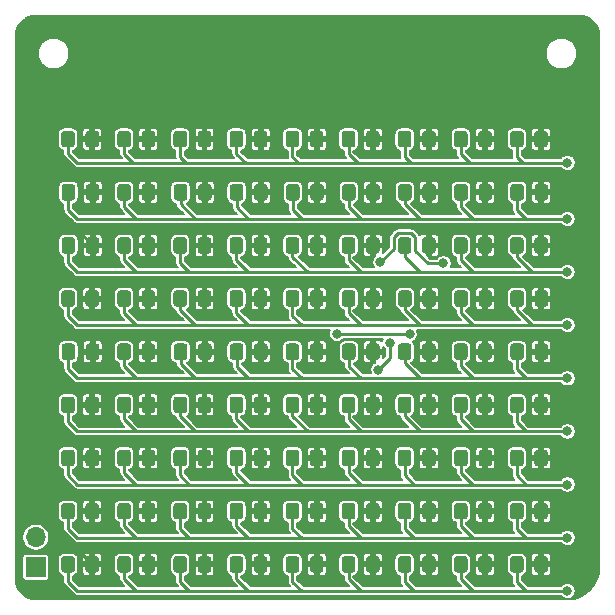
<source format=gbr>
%TF.GenerationSoftware,KiCad,Pcbnew,5.1.6*%
%TF.CreationDate,2020-08-10T20:46:36+02:00*%
%TF.ProjectId,unibatch-9x9,756e6962-6174-4636-982d-3978392e6b69,rev?*%
%TF.SameCoordinates,Original*%
%TF.FileFunction,Copper,L1,Top*%
%TF.FilePolarity,Positive*%
%FSLAX46Y46*%
G04 Gerber Fmt 4.6, Leading zero omitted, Abs format (unit mm)*
G04 Created by KiCad (PCBNEW 5.1.6) date 2020-08-10 20:46:36*
%MOMM*%
%LPD*%
G01*
G04 APERTURE LIST*
%TA.AperFunction,ComponentPad*%
%ADD10O,1.700000X1.700000*%
%TD*%
%TA.AperFunction,ComponentPad*%
%ADD11R,1.700000X1.700000*%
%TD*%
%TA.AperFunction,ViaPad*%
%ADD12C,0.800000*%
%TD*%
%TA.AperFunction,Conductor*%
%ADD13C,0.250000*%
%TD*%
%TA.AperFunction,Conductor*%
%ADD14C,0.177800*%
%TD*%
G04 APERTURE END LIST*
%TO.P,D15,2*%
%TO.N,VS*%
%TA.AperFunction,SMDPad,CuDef*%
G36*
G01*
X29975000Y-15700001D02*
X29975000Y-14799999D01*
G75*
G02*
X30224999Y-14550000I249999J0D01*
G01*
X30875001Y-14550000D01*
G75*
G02*
X31125000Y-14799999I0J-249999D01*
G01*
X31125000Y-15700001D01*
G75*
G02*
X30875001Y-15950000I-249999J0D01*
G01*
X30224999Y-15950000D01*
G75*
G02*
X29975000Y-15700001I0J249999D01*
G01*
G37*
%TD.AperFunction*%
%TO.P,D15,1*%
%TO.N,Net-(D10-Pad1)*%
%TA.AperFunction,SMDPad,CuDef*%
G36*
G01*
X27925000Y-15700001D02*
X27925000Y-14799999D01*
G75*
G02*
X28174999Y-14550000I249999J0D01*
G01*
X28825001Y-14550000D01*
G75*
G02*
X29075000Y-14799999I0J-249999D01*
G01*
X29075000Y-15700001D01*
G75*
G02*
X28825001Y-15950000I-249999J0D01*
G01*
X28174999Y-15950000D01*
G75*
G02*
X27925000Y-15700001I0J249999D01*
G01*
G37*
%TD.AperFunction*%
%TD*%
%TO.P,D81,2*%
%TO.N,VS*%
%TA.AperFunction,SMDPad,CuDef*%
G36*
G01*
X44200000Y-47200001D02*
X44200000Y-46299999D01*
G75*
G02*
X44449999Y-46050000I249999J0D01*
G01*
X45100001Y-46050000D01*
G75*
G02*
X45350000Y-46299999I0J-249999D01*
G01*
X45350000Y-47200001D01*
G75*
G02*
X45100001Y-47450000I-249999J0D01*
G01*
X44449999Y-47450000D01*
G75*
G02*
X44200000Y-47200001I0J249999D01*
G01*
G37*
%TD.AperFunction*%
%TO.P,D81,1*%
%TO.N,Net-(D73-Pad1)*%
%TA.AperFunction,SMDPad,CuDef*%
G36*
G01*
X42150000Y-47200001D02*
X42150000Y-46299999D01*
G75*
G02*
X42399999Y-46050000I249999J0D01*
G01*
X43050001Y-46050000D01*
G75*
G02*
X43300000Y-46299999I0J-249999D01*
G01*
X43300000Y-47200001D01*
G75*
G02*
X43050001Y-47450000I-249999J0D01*
G01*
X42399999Y-47450000D01*
G75*
G02*
X42150000Y-47200001I0J249999D01*
G01*
G37*
%TD.AperFunction*%
%TD*%
%TO.P,D80,2*%
%TO.N,VS*%
%TA.AperFunction,SMDPad,CuDef*%
G36*
G01*
X39450000Y-47200001D02*
X39450000Y-46299999D01*
G75*
G02*
X39699999Y-46050000I249999J0D01*
G01*
X40350001Y-46050000D01*
G75*
G02*
X40600000Y-46299999I0J-249999D01*
G01*
X40600000Y-47200001D01*
G75*
G02*
X40350001Y-47450000I-249999J0D01*
G01*
X39699999Y-47450000D01*
G75*
G02*
X39450000Y-47200001I0J249999D01*
G01*
G37*
%TD.AperFunction*%
%TO.P,D80,1*%
%TO.N,Net-(D73-Pad1)*%
%TA.AperFunction,SMDPad,CuDef*%
G36*
G01*
X37400000Y-47200001D02*
X37400000Y-46299999D01*
G75*
G02*
X37649999Y-46050000I249999J0D01*
G01*
X38300001Y-46050000D01*
G75*
G02*
X38550000Y-46299999I0J-249999D01*
G01*
X38550000Y-47200001D01*
G75*
G02*
X38300001Y-47450000I-249999J0D01*
G01*
X37649999Y-47450000D01*
G75*
G02*
X37400000Y-47200001I0J249999D01*
G01*
G37*
%TD.AperFunction*%
%TD*%
%TO.P,D79,2*%
%TO.N,VS*%
%TA.AperFunction,SMDPad,CuDef*%
G36*
G01*
X34700000Y-47200001D02*
X34700000Y-46299999D01*
G75*
G02*
X34949999Y-46050000I249999J0D01*
G01*
X35600001Y-46050000D01*
G75*
G02*
X35850000Y-46299999I0J-249999D01*
G01*
X35850000Y-47200001D01*
G75*
G02*
X35600001Y-47450000I-249999J0D01*
G01*
X34949999Y-47450000D01*
G75*
G02*
X34700000Y-47200001I0J249999D01*
G01*
G37*
%TD.AperFunction*%
%TO.P,D79,1*%
%TO.N,Net-(D73-Pad1)*%
%TA.AperFunction,SMDPad,CuDef*%
G36*
G01*
X32650000Y-47200001D02*
X32650000Y-46299999D01*
G75*
G02*
X32899999Y-46050000I249999J0D01*
G01*
X33550001Y-46050000D01*
G75*
G02*
X33800000Y-46299999I0J-249999D01*
G01*
X33800000Y-47200001D01*
G75*
G02*
X33550001Y-47450000I-249999J0D01*
G01*
X32899999Y-47450000D01*
G75*
G02*
X32650000Y-47200001I0J249999D01*
G01*
G37*
%TD.AperFunction*%
%TD*%
%TO.P,D78,2*%
%TO.N,VS*%
%TA.AperFunction,SMDPad,CuDef*%
G36*
G01*
X29950000Y-47200001D02*
X29950000Y-46299999D01*
G75*
G02*
X30199999Y-46050000I249999J0D01*
G01*
X30850001Y-46050000D01*
G75*
G02*
X31100000Y-46299999I0J-249999D01*
G01*
X31100000Y-47200001D01*
G75*
G02*
X30850001Y-47450000I-249999J0D01*
G01*
X30199999Y-47450000D01*
G75*
G02*
X29950000Y-47200001I0J249999D01*
G01*
G37*
%TD.AperFunction*%
%TO.P,D78,1*%
%TO.N,Net-(D73-Pad1)*%
%TA.AperFunction,SMDPad,CuDef*%
G36*
G01*
X27900000Y-47200001D02*
X27900000Y-46299999D01*
G75*
G02*
X28149999Y-46050000I249999J0D01*
G01*
X28800001Y-46050000D01*
G75*
G02*
X29050000Y-46299999I0J-249999D01*
G01*
X29050000Y-47200001D01*
G75*
G02*
X28800001Y-47450000I-249999J0D01*
G01*
X28149999Y-47450000D01*
G75*
G02*
X27900000Y-47200001I0J249999D01*
G01*
G37*
%TD.AperFunction*%
%TD*%
%TO.P,D77,2*%
%TO.N,VS*%
%TA.AperFunction,SMDPad,CuDef*%
G36*
G01*
X25200000Y-47200001D02*
X25200000Y-46299999D01*
G75*
G02*
X25449999Y-46050000I249999J0D01*
G01*
X26100001Y-46050000D01*
G75*
G02*
X26350000Y-46299999I0J-249999D01*
G01*
X26350000Y-47200001D01*
G75*
G02*
X26100001Y-47450000I-249999J0D01*
G01*
X25449999Y-47450000D01*
G75*
G02*
X25200000Y-47200001I0J249999D01*
G01*
G37*
%TD.AperFunction*%
%TO.P,D77,1*%
%TO.N,Net-(D73-Pad1)*%
%TA.AperFunction,SMDPad,CuDef*%
G36*
G01*
X23150000Y-47200001D02*
X23150000Y-46299999D01*
G75*
G02*
X23399999Y-46050000I249999J0D01*
G01*
X24050001Y-46050000D01*
G75*
G02*
X24300000Y-46299999I0J-249999D01*
G01*
X24300000Y-47200001D01*
G75*
G02*
X24050001Y-47450000I-249999J0D01*
G01*
X23399999Y-47450000D01*
G75*
G02*
X23150000Y-47200001I0J249999D01*
G01*
G37*
%TD.AperFunction*%
%TD*%
%TO.P,D76,2*%
%TO.N,VS*%
%TA.AperFunction,SMDPad,CuDef*%
G36*
G01*
X20450000Y-47200001D02*
X20450000Y-46299999D01*
G75*
G02*
X20699999Y-46050000I249999J0D01*
G01*
X21350001Y-46050000D01*
G75*
G02*
X21600000Y-46299999I0J-249999D01*
G01*
X21600000Y-47200001D01*
G75*
G02*
X21350001Y-47450000I-249999J0D01*
G01*
X20699999Y-47450000D01*
G75*
G02*
X20450000Y-47200001I0J249999D01*
G01*
G37*
%TD.AperFunction*%
%TO.P,D76,1*%
%TO.N,Net-(D73-Pad1)*%
%TA.AperFunction,SMDPad,CuDef*%
G36*
G01*
X18400000Y-47200001D02*
X18400000Y-46299999D01*
G75*
G02*
X18649999Y-46050000I249999J0D01*
G01*
X19300001Y-46050000D01*
G75*
G02*
X19550000Y-46299999I0J-249999D01*
G01*
X19550000Y-47200001D01*
G75*
G02*
X19300001Y-47450000I-249999J0D01*
G01*
X18649999Y-47450000D01*
G75*
G02*
X18400000Y-47200001I0J249999D01*
G01*
G37*
%TD.AperFunction*%
%TD*%
%TO.P,D75,2*%
%TO.N,VS*%
%TA.AperFunction,SMDPad,CuDef*%
G36*
G01*
X15700000Y-47200001D02*
X15700000Y-46299999D01*
G75*
G02*
X15949999Y-46050000I249999J0D01*
G01*
X16600001Y-46050000D01*
G75*
G02*
X16850000Y-46299999I0J-249999D01*
G01*
X16850000Y-47200001D01*
G75*
G02*
X16600001Y-47450000I-249999J0D01*
G01*
X15949999Y-47450000D01*
G75*
G02*
X15700000Y-47200001I0J249999D01*
G01*
G37*
%TD.AperFunction*%
%TO.P,D75,1*%
%TO.N,Net-(D73-Pad1)*%
%TA.AperFunction,SMDPad,CuDef*%
G36*
G01*
X13650000Y-47200001D02*
X13650000Y-46299999D01*
G75*
G02*
X13899999Y-46050000I249999J0D01*
G01*
X14550001Y-46050000D01*
G75*
G02*
X14800000Y-46299999I0J-249999D01*
G01*
X14800000Y-47200001D01*
G75*
G02*
X14550001Y-47450000I-249999J0D01*
G01*
X13899999Y-47450000D01*
G75*
G02*
X13650000Y-47200001I0J249999D01*
G01*
G37*
%TD.AperFunction*%
%TD*%
%TO.P,D74,2*%
%TO.N,VS*%
%TA.AperFunction,SMDPad,CuDef*%
G36*
G01*
X10950000Y-47200001D02*
X10950000Y-46299999D01*
G75*
G02*
X11199999Y-46050000I249999J0D01*
G01*
X11850001Y-46050000D01*
G75*
G02*
X12100000Y-46299999I0J-249999D01*
G01*
X12100000Y-47200001D01*
G75*
G02*
X11850001Y-47450000I-249999J0D01*
G01*
X11199999Y-47450000D01*
G75*
G02*
X10950000Y-47200001I0J249999D01*
G01*
G37*
%TD.AperFunction*%
%TO.P,D74,1*%
%TO.N,Net-(D73-Pad1)*%
%TA.AperFunction,SMDPad,CuDef*%
G36*
G01*
X8900000Y-47200001D02*
X8900000Y-46299999D01*
G75*
G02*
X9149999Y-46050000I249999J0D01*
G01*
X9800001Y-46050000D01*
G75*
G02*
X10050000Y-46299999I0J-249999D01*
G01*
X10050000Y-47200001D01*
G75*
G02*
X9800001Y-47450000I-249999J0D01*
G01*
X9149999Y-47450000D01*
G75*
G02*
X8900000Y-47200001I0J249999D01*
G01*
G37*
%TD.AperFunction*%
%TD*%
%TO.P,D73,2*%
%TO.N,VS*%
%TA.AperFunction,SMDPad,CuDef*%
G36*
G01*
X6200000Y-47200001D02*
X6200000Y-46299999D01*
G75*
G02*
X6449999Y-46050000I249999J0D01*
G01*
X7100001Y-46050000D01*
G75*
G02*
X7350000Y-46299999I0J-249999D01*
G01*
X7350000Y-47200001D01*
G75*
G02*
X7100001Y-47450000I-249999J0D01*
G01*
X6449999Y-47450000D01*
G75*
G02*
X6200000Y-47200001I0J249999D01*
G01*
G37*
%TD.AperFunction*%
%TO.P,D73,1*%
%TO.N,Net-(D73-Pad1)*%
%TA.AperFunction,SMDPad,CuDef*%
G36*
G01*
X4150000Y-47200001D02*
X4150000Y-46299999D01*
G75*
G02*
X4399999Y-46050000I249999J0D01*
G01*
X5050001Y-46050000D01*
G75*
G02*
X5300000Y-46299999I0J-249999D01*
G01*
X5300000Y-47200001D01*
G75*
G02*
X5050001Y-47450000I-249999J0D01*
G01*
X4399999Y-47450000D01*
G75*
G02*
X4150000Y-47200001I0J249999D01*
G01*
G37*
%TD.AperFunction*%
%TD*%
%TO.P,D72,2*%
%TO.N,VS*%
%TA.AperFunction,SMDPad,CuDef*%
G36*
G01*
X44200000Y-42700001D02*
X44200000Y-41799999D01*
G75*
G02*
X44449999Y-41550000I249999J0D01*
G01*
X45100001Y-41550000D01*
G75*
G02*
X45350000Y-41799999I0J-249999D01*
G01*
X45350000Y-42700001D01*
G75*
G02*
X45100001Y-42950000I-249999J0D01*
G01*
X44449999Y-42950000D01*
G75*
G02*
X44200000Y-42700001I0J249999D01*
G01*
G37*
%TD.AperFunction*%
%TO.P,D72,1*%
%TO.N,Net-(D64-Pad1)*%
%TA.AperFunction,SMDPad,CuDef*%
G36*
G01*
X42150000Y-42700001D02*
X42150000Y-41799999D01*
G75*
G02*
X42399999Y-41550000I249999J0D01*
G01*
X43050001Y-41550000D01*
G75*
G02*
X43300000Y-41799999I0J-249999D01*
G01*
X43300000Y-42700001D01*
G75*
G02*
X43050001Y-42950000I-249999J0D01*
G01*
X42399999Y-42950000D01*
G75*
G02*
X42150000Y-42700001I0J249999D01*
G01*
G37*
%TD.AperFunction*%
%TD*%
%TO.P,D71,2*%
%TO.N,VS*%
%TA.AperFunction,SMDPad,CuDef*%
G36*
G01*
X39450000Y-42700001D02*
X39450000Y-41799999D01*
G75*
G02*
X39699999Y-41550000I249999J0D01*
G01*
X40350001Y-41550000D01*
G75*
G02*
X40600000Y-41799999I0J-249999D01*
G01*
X40600000Y-42700001D01*
G75*
G02*
X40350001Y-42950000I-249999J0D01*
G01*
X39699999Y-42950000D01*
G75*
G02*
X39450000Y-42700001I0J249999D01*
G01*
G37*
%TD.AperFunction*%
%TO.P,D71,1*%
%TO.N,Net-(D64-Pad1)*%
%TA.AperFunction,SMDPad,CuDef*%
G36*
G01*
X37400000Y-42700001D02*
X37400000Y-41799999D01*
G75*
G02*
X37649999Y-41550000I249999J0D01*
G01*
X38300001Y-41550000D01*
G75*
G02*
X38550000Y-41799999I0J-249999D01*
G01*
X38550000Y-42700001D01*
G75*
G02*
X38300001Y-42950000I-249999J0D01*
G01*
X37649999Y-42950000D01*
G75*
G02*
X37400000Y-42700001I0J249999D01*
G01*
G37*
%TD.AperFunction*%
%TD*%
%TO.P,D70,2*%
%TO.N,VS*%
%TA.AperFunction,SMDPad,CuDef*%
G36*
G01*
X34700000Y-42700001D02*
X34700000Y-41799999D01*
G75*
G02*
X34949999Y-41550000I249999J0D01*
G01*
X35600001Y-41550000D01*
G75*
G02*
X35850000Y-41799999I0J-249999D01*
G01*
X35850000Y-42700001D01*
G75*
G02*
X35600001Y-42950000I-249999J0D01*
G01*
X34949999Y-42950000D01*
G75*
G02*
X34700000Y-42700001I0J249999D01*
G01*
G37*
%TD.AperFunction*%
%TO.P,D70,1*%
%TO.N,Net-(D64-Pad1)*%
%TA.AperFunction,SMDPad,CuDef*%
G36*
G01*
X32650000Y-42700001D02*
X32650000Y-41799999D01*
G75*
G02*
X32899999Y-41550000I249999J0D01*
G01*
X33550001Y-41550000D01*
G75*
G02*
X33800000Y-41799999I0J-249999D01*
G01*
X33800000Y-42700001D01*
G75*
G02*
X33550001Y-42950000I-249999J0D01*
G01*
X32899999Y-42950000D01*
G75*
G02*
X32650000Y-42700001I0J249999D01*
G01*
G37*
%TD.AperFunction*%
%TD*%
%TO.P,D69,2*%
%TO.N,VS*%
%TA.AperFunction,SMDPad,CuDef*%
G36*
G01*
X29950000Y-42700001D02*
X29950000Y-41799999D01*
G75*
G02*
X30199999Y-41550000I249999J0D01*
G01*
X30850001Y-41550000D01*
G75*
G02*
X31100000Y-41799999I0J-249999D01*
G01*
X31100000Y-42700001D01*
G75*
G02*
X30850001Y-42950000I-249999J0D01*
G01*
X30199999Y-42950000D01*
G75*
G02*
X29950000Y-42700001I0J249999D01*
G01*
G37*
%TD.AperFunction*%
%TO.P,D69,1*%
%TO.N,Net-(D64-Pad1)*%
%TA.AperFunction,SMDPad,CuDef*%
G36*
G01*
X27900000Y-42700001D02*
X27900000Y-41799999D01*
G75*
G02*
X28149999Y-41550000I249999J0D01*
G01*
X28800001Y-41550000D01*
G75*
G02*
X29050000Y-41799999I0J-249999D01*
G01*
X29050000Y-42700001D01*
G75*
G02*
X28800001Y-42950000I-249999J0D01*
G01*
X28149999Y-42950000D01*
G75*
G02*
X27900000Y-42700001I0J249999D01*
G01*
G37*
%TD.AperFunction*%
%TD*%
%TO.P,D68,2*%
%TO.N,VS*%
%TA.AperFunction,SMDPad,CuDef*%
G36*
G01*
X25200000Y-42700001D02*
X25200000Y-41799999D01*
G75*
G02*
X25449999Y-41550000I249999J0D01*
G01*
X26100001Y-41550000D01*
G75*
G02*
X26350000Y-41799999I0J-249999D01*
G01*
X26350000Y-42700001D01*
G75*
G02*
X26100001Y-42950000I-249999J0D01*
G01*
X25449999Y-42950000D01*
G75*
G02*
X25200000Y-42700001I0J249999D01*
G01*
G37*
%TD.AperFunction*%
%TO.P,D68,1*%
%TO.N,Net-(D64-Pad1)*%
%TA.AperFunction,SMDPad,CuDef*%
G36*
G01*
X23150000Y-42700001D02*
X23150000Y-41799999D01*
G75*
G02*
X23399999Y-41550000I249999J0D01*
G01*
X24050001Y-41550000D01*
G75*
G02*
X24300000Y-41799999I0J-249999D01*
G01*
X24300000Y-42700001D01*
G75*
G02*
X24050001Y-42950000I-249999J0D01*
G01*
X23399999Y-42950000D01*
G75*
G02*
X23150000Y-42700001I0J249999D01*
G01*
G37*
%TD.AperFunction*%
%TD*%
%TO.P,D67,2*%
%TO.N,VS*%
%TA.AperFunction,SMDPad,CuDef*%
G36*
G01*
X20450000Y-42700001D02*
X20450000Y-41799999D01*
G75*
G02*
X20699999Y-41550000I249999J0D01*
G01*
X21350001Y-41550000D01*
G75*
G02*
X21600000Y-41799999I0J-249999D01*
G01*
X21600000Y-42700001D01*
G75*
G02*
X21350001Y-42950000I-249999J0D01*
G01*
X20699999Y-42950000D01*
G75*
G02*
X20450000Y-42700001I0J249999D01*
G01*
G37*
%TD.AperFunction*%
%TO.P,D67,1*%
%TO.N,Net-(D64-Pad1)*%
%TA.AperFunction,SMDPad,CuDef*%
G36*
G01*
X18400000Y-42700001D02*
X18400000Y-41799999D01*
G75*
G02*
X18649999Y-41550000I249999J0D01*
G01*
X19300001Y-41550000D01*
G75*
G02*
X19550000Y-41799999I0J-249999D01*
G01*
X19550000Y-42700001D01*
G75*
G02*
X19300001Y-42950000I-249999J0D01*
G01*
X18649999Y-42950000D01*
G75*
G02*
X18400000Y-42700001I0J249999D01*
G01*
G37*
%TD.AperFunction*%
%TD*%
%TO.P,D66,2*%
%TO.N,VS*%
%TA.AperFunction,SMDPad,CuDef*%
G36*
G01*
X15700000Y-42700001D02*
X15700000Y-41799999D01*
G75*
G02*
X15949999Y-41550000I249999J0D01*
G01*
X16600001Y-41550000D01*
G75*
G02*
X16850000Y-41799999I0J-249999D01*
G01*
X16850000Y-42700001D01*
G75*
G02*
X16600001Y-42950000I-249999J0D01*
G01*
X15949999Y-42950000D01*
G75*
G02*
X15700000Y-42700001I0J249999D01*
G01*
G37*
%TD.AperFunction*%
%TO.P,D66,1*%
%TO.N,Net-(D64-Pad1)*%
%TA.AperFunction,SMDPad,CuDef*%
G36*
G01*
X13650000Y-42700001D02*
X13650000Y-41799999D01*
G75*
G02*
X13899999Y-41550000I249999J0D01*
G01*
X14550001Y-41550000D01*
G75*
G02*
X14800000Y-41799999I0J-249999D01*
G01*
X14800000Y-42700001D01*
G75*
G02*
X14550001Y-42950000I-249999J0D01*
G01*
X13899999Y-42950000D01*
G75*
G02*
X13650000Y-42700001I0J249999D01*
G01*
G37*
%TD.AperFunction*%
%TD*%
%TO.P,D65,2*%
%TO.N,VS*%
%TA.AperFunction,SMDPad,CuDef*%
G36*
G01*
X10950000Y-42700001D02*
X10950000Y-41799999D01*
G75*
G02*
X11199999Y-41550000I249999J0D01*
G01*
X11850001Y-41550000D01*
G75*
G02*
X12100000Y-41799999I0J-249999D01*
G01*
X12100000Y-42700001D01*
G75*
G02*
X11850001Y-42950000I-249999J0D01*
G01*
X11199999Y-42950000D01*
G75*
G02*
X10950000Y-42700001I0J249999D01*
G01*
G37*
%TD.AperFunction*%
%TO.P,D65,1*%
%TO.N,Net-(D64-Pad1)*%
%TA.AperFunction,SMDPad,CuDef*%
G36*
G01*
X8900000Y-42700001D02*
X8900000Y-41799999D01*
G75*
G02*
X9149999Y-41550000I249999J0D01*
G01*
X9800001Y-41550000D01*
G75*
G02*
X10050000Y-41799999I0J-249999D01*
G01*
X10050000Y-42700001D01*
G75*
G02*
X9800001Y-42950000I-249999J0D01*
G01*
X9149999Y-42950000D01*
G75*
G02*
X8900000Y-42700001I0J249999D01*
G01*
G37*
%TD.AperFunction*%
%TD*%
%TO.P,D64,2*%
%TO.N,VS*%
%TA.AperFunction,SMDPad,CuDef*%
G36*
G01*
X6200000Y-42700001D02*
X6200000Y-41799999D01*
G75*
G02*
X6449999Y-41550000I249999J0D01*
G01*
X7100001Y-41550000D01*
G75*
G02*
X7350000Y-41799999I0J-249999D01*
G01*
X7350000Y-42700001D01*
G75*
G02*
X7100001Y-42950000I-249999J0D01*
G01*
X6449999Y-42950000D01*
G75*
G02*
X6200000Y-42700001I0J249999D01*
G01*
G37*
%TD.AperFunction*%
%TO.P,D64,1*%
%TO.N,Net-(D64-Pad1)*%
%TA.AperFunction,SMDPad,CuDef*%
G36*
G01*
X4150000Y-42700001D02*
X4150000Y-41799999D01*
G75*
G02*
X4399999Y-41550000I249999J0D01*
G01*
X5050001Y-41550000D01*
G75*
G02*
X5300000Y-41799999I0J-249999D01*
G01*
X5300000Y-42700001D01*
G75*
G02*
X5050001Y-42950000I-249999J0D01*
G01*
X4399999Y-42950000D01*
G75*
G02*
X4150000Y-42700001I0J249999D01*
G01*
G37*
%TD.AperFunction*%
%TD*%
%TO.P,D63,2*%
%TO.N,VS*%
%TA.AperFunction,SMDPad,CuDef*%
G36*
G01*
X44200000Y-38200001D02*
X44200000Y-37299999D01*
G75*
G02*
X44449999Y-37050000I249999J0D01*
G01*
X45100001Y-37050000D01*
G75*
G02*
X45350000Y-37299999I0J-249999D01*
G01*
X45350000Y-38200001D01*
G75*
G02*
X45100001Y-38450000I-249999J0D01*
G01*
X44449999Y-38450000D01*
G75*
G02*
X44200000Y-38200001I0J249999D01*
G01*
G37*
%TD.AperFunction*%
%TO.P,D63,1*%
%TO.N,Net-(D55-Pad1)*%
%TA.AperFunction,SMDPad,CuDef*%
G36*
G01*
X42150000Y-38200001D02*
X42150000Y-37299999D01*
G75*
G02*
X42399999Y-37050000I249999J0D01*
G01*
X43050001Y-37050000D01*
G75*
G02*
X43300000Y-37299999I0J-249999D01*
G01*
X43300000Y-38200001D01*
G75*
G02*
X43050001Y-38450000I-249999J0D01*
G01*
X42399999Y-38450000D01*
G75*
G02*
X42150000Y-38200001I0J249999D01*
G01*
G37*
%TD.AperFunction*%
%TD*%
%TO.P,D62,2*%
%TO.N,VS*%
%TA.AperFunction,SMDPad,CuDef*%
G36*
G01*
X39475000Y-38200001D02*
X39475000Y-37299999D01*
G75*
G02*
X39724999Y-37050000I249999J0D01*
G01*
X40375001Y-37050000D01*
G75*
G02*
X40625000Y-37299999I0J-249999D01*
G01*
X40625000Y-38200001D01*
G75*
G02*
X40375001Y-38450000I-249999J0D01*
G01*
X39724999Y-38450000D01*
G75*
G02*
X39475000Y-38200001I0J249999D01*
G01*
G37*
%TD.AperFunction*%
%TO.P,D62,1*%
%TO.N,Net-(D55-Pad1)*%
%TA.AperFunction,SMDPad,CuDef*%
G36*
G01*
X37425000Y-38200001D02*
X37425000Y-37299999D01*
G75*
G02*
X37674999Y-37050000I249999J0D01*
G01*
X38325001Y-37050000D01*
G75*
G02*
X38575000Y-37299999I0J-249999D01*
G01*
X38575000Y-38200001D01*
G75*
G02*
X38325001Y-38450000I-249999J0D01*
G01*
X37674999Y-38450000D01*
G75*
G02*
X37425000Y-38200001I0J249999D01*
G01*
G37*
%TD.AperFunction*%
%TD*%
%TO.P,D61,2*%
%TO.N,VS*%
%TA.AperFunction,SMDPad,CuDef*%
G36*
G01*
X34700000Y-38200001D02*
X34700000Y-37299999D01*
G75*
G02*
X34949999Y-37050000I249999J0D01*
G01*
X35600001Y-37050000D01*
G75*
G02*
X35850000Y-37299999I0J-249999D01*
G01*
X35850000Y-38200001D01*
G75*
G02*
X35600001Y-38450000I-249999J0D01*
G01*
X34949999Y-38450000D01*
G75*
G02*
X34700000Y-38200001I0J249999D01*
G01*
G37*
%TD.AperFunction*%
%TO.P,D61,1*%
%TO.N,Net-(D55-Pad1)*%
%TA.AperFunction,SMDPad,CuDef*%
G36*
G01*
X32650000Y-38200001D02*
X32650000Y-37299999D01*
G75*
G02*
X32899999Y-37050000I249999J0D01*
G01*
X33550001Y-37050000D01*
G75*
G02*
X33800000Y-37299999I0J-249999D01*
G01*
X33800000Y-38200001D01*
G75*
G02*
X33550001Y-38450000I-249999J0D01*
G01*
X32899999Y-38450000D01*
G75*
G02*
X32650000Y-38200001I0J249999D01*
G01*
G37*
%TD.AperFunction*%
%TD*%
%TO.P,D60,2*%
%TO.N,VS*%
%TA.AperFunction,SMDPad,CuDef*%
G36*
G01*
X29950000Y-38200001D02*
X29950000Y-37299999D01*
G75*
G02*
X30199999Y-37050000I249999J0D01*
G01*
X30850001Y-37050000D01*
G75*
G02*
X31100000Y-37299999I0J-249999D01*
G01*
X31100000Y-38200001D01*
G75*
G02*
X30850001Y-38450000I-249999J0D01*
G01*
X30199999Y-38450000D01*
G75*
G02*
X29950000Y-38200001I0J249999D01*
G01*
G37*
%TD.AperFunction*%
%TO.P,D60,1*%
%TO.N,Net-(D55-Pad1)*%
%TA.AperFunction,SMDPad,CuDef*%
G36*
G01*
X27900000Y-38200001D02*
X27900000Y-37299999D01*
G75*
G02*
X28149999Y-37050000I249999J0D01*
G01*
X28800001Y-37050000D01*
G75*
G02*
X29050000Y-37299999I0J-249999D01*
G01*
X29050000Y-38200001D01*
G75*
G02*
X28800001Y-38450000I-249999J0D01*
G01*
X28149999Y-38450000D01*
G75*
G02*
X27900000Y-38200001I0J249999D01*
G01*
G37*
%TD.AperFunction*%
%TD*%
%TO.P,D59,2*%
%TO.N,VS*%
%TA.AperFunction,SMDPad,CuDef*%
G36*
G01*
X25200000Y-38200001D02*
X25200000Y-37299999D01*
G75*
G02*
X25449999Y-37050000I249999J0D01*
G01*
X26100001Y-37050000D01*
G75*
G02*
X26350000Y-37299999I0J-249999D01*
G01*
X26350000Y-38200001D01*
G75*
G02*
X26100001Y-38450000I-249999J0D01*
G01*
X25449999Y-38450000D01*
G75*
G02*
X25200000Y-38200001I0J249999D01*
G01*
G37*
%TD.AperFunction*%
%TO.P,D59,1*%
%TO.N,Net-(D55-Pad1)*%
%TA.AperFunction,SMDPad,CuDef*%
G36*
G01*
X23150000Y-38200001D02*
X23150000Y-37299999D01*
G75*
G02*
X23399999Y-37050000I249999J0D01*
G01*
X24050001Y-37050000D01*
G75*
G02*
X24300000Y-37299999I0J-249999D01*
G01*
X24300000Y-38200001D01*
G75*
G02*
X24050001Y-38450000I-249999J0D01*
G01*
X23399999Y-38450000D01*
G75*
G02*
X23150000Y-38200001I0J249999D01*
G01*
G37*
%TD.AperFunction*%
%TD*%
%TO.P,D58,2*%
%TO.N,VS*%
%TA.AperFunction,SMDPad,CuDef*%
G36*
G01*
X20450000Y-38200001D02*
X20450000Y-37299999D01*
G75*
G02*
X20699999Y-37050000I249999J0D01*
G01*
X21350001Y-37050000D01*
G75*
G02*
X21600000Y-37299999I0J-249999D01*
G01*
X21600000Y-38200001D01*
G75*
G02*
X21350001Y-38450000I-249999J0D01*
G01*
X20699999Y-38450000D01*
G75*
G02*
X20450000Y-38200001I0J249999D01*
G01*
G37*
%TD.AperFunction*%
%TO.P,D58,1*%
%TO.N,Net-(D55-Pad1)*%
%TA.AperFunction,SMDPad,CuDef*%
G36*
G01*
X18400000Y-38200001D02*
X18400000Y-37299999D01*
G75*
G02*
X18649999Y-37050000I249999J0D01*
G01*
X19300001Y-37050000D01*
G75*
G02*
X19550000Y-37299999I0J-249999D01*
G01*
X19550000Y-38200001D01*
G75*
G02*
X19300001Y-38450000I-249999J0D01*
G01*
X18649999Y-38450000D01*
G75*
G02*
X18400000Y-38200001I0J249999D01*
G01*
G37*
%TD.AperFunction*%
%TD*%
%TO.P,D57,2*%
%TO.N,VS*%
%TA.AperFunction,SMDPad,CuDef*%
G36*
G01*
X15700000Y-38200001D02*
X15700000Y-37299999D01*
G75*
G02*
X15949999Y-37050000I249999J0D01*
G01*
X16600001Y-37050000D01*
G75*
G02*
X16850000Y-37299999I0J-249999D01*
G01*
X16850000Y-38200001D01*
G75*
G02*
X16600001Y-38450000I-249999J0D01*
G01*
X15949999Y-38450000D01*
G75*
G02*
X15700000Y-38200001I0J249999D01*
G01*
G37*
%TD.AperFunction*%
%TO.P,D57,1*%
%TO.N,Net-(D55-Pad1)*%
%TA.AperFunction,SMDPad,CuDef*%
G36*
G01*
X13650000Y-38200001D02*
X13650000Y-37299999D01*
G75*
G02*
X13899999Y-37050000I249999J0D01*
G01*
X14550001Y-37050000D01*
G75*
G02*
X14800000Y-37299999I0J-249999D01*
G01*
X14800000Y-38200001D01*
G75*
G02*
X14550001Y-38450000I-249999J0D01*
G01*
X13899999Y-38450000D01*
G75*
G02*
X13650000Y-38200001I0J249999D01*
G01*
G37*
%TD.AperFunction*%
%TD*%
%TO.P,D56,2*%
%TO.N,VS*%
%TA.AperFunction,SMDPad,CuDef*%
G36*
G01*
X10950000Y-38200001D02*
X10950000Y-37299999D01*
G75*
G02*
X11199999Y-37050000I249999J0D01*
G01*
X11850001Y-37050000D01*
G75*
G02*
X12100000Y-37299999I0J-249999D01*
G01*
X12100000Y-38200001D01*
G75*
G02*
X11850001Y-38450000I-249999J0D01*
G01*
X11199999Y-38450000D01*
G75*
G02*
X10950000Y-38200001I0J249999D01*
G01*
G37*
%TD.AperFunction*%
%TO.P,D56,1*%
%TO.N,Net-(D55-Pad1)*%
%TA.AperFunction,SMDPad,CuDef*%
G36*
G01*
X8900000Y-38200001D02*
X8900000Y-37299999D01*
G75*
G02*
X9149999Y-37050000I249999J0D01*
G01*
X9800001Y-37050000D01*
G75*
G02*
X10050000Y-37299999I0J-249999D01*
G01*
X10050000Y-38200001D01*
G75*
G02*
X9800001Y-38450000I-249999J0D01*
G01*
X9149999Y-38450000D01*
G75*
G02*
X8900000Y-38200001I0J249999D01*
G01*
G37*
%TD.AperFunction*%
%TD*%
%TO.P,D55,2*%
%TO.N,VS*%
%TA.AperFunction,SMDPad,CuDef*%
G36*
G01*
X6200000Y-38200001D02*
X6200000Y-37299999D01*
G75*
G02*
X6449999Y-37050000I249999J0D01*
G01*
X7100001Y-37050000D01*
G75*
G02*
X7350000Y-37299999I0J-249999D01*
G01*
X7350000Y-38200001D01*
G75*
G02*
X7100001Y-38450000I-249999J0D01*
G01*
X6449999Y-38450000D01*
G75*
G02*
X6200000Y-38200001I0J249999D01*
G01*
G37*
%TD.AperFunction*%
%TO.P,D55,1*%
%TO.N,Net-(D55-Pad1)*%
%TA.AperFunction,SMDPad,CuDef*%
G36*
G01*
X4150000Y-38200001D02*
X4150000Y-37299999D01*
G75*
G02*
X4399999Y-37050000I249999J0D01*
G01*
X5050001Y-37050000D01*
G75*
G02*
X5300000Y-37299999I0J-249999D01*
G01*
X5300000Y-38200001D01*
G75*
G02*
X5050001Y-38450000I-249999J0D01*
G01*
X4399999Y-38450000D01*
G75*
G02*
X4150000Y-38200001I0J249999D01*
G01*
G37*
%TD.AperFunction*%
%TD*%
%TO.P,D54,2*%
%TO.N,VS*%
%TA.AperFunction,SMDPad,CuDef*%
G36*
G01*
X44200000Y-33700001D02*
X44200000Y-32799999D01*
G75*
G02*
X44449999Y-32550000I249999J0D01*
G01*
X45100001Y-32550000D01*
G75*
G02*
X45350000Y-32799999I0J-249999D01*
G01*
X45350000Y-33700001D01*
G75*
G02*
X45100001Y-33950000I-249999J0D01*
G01*
X44449999Y-33950000D01*
G75*
G02*
X44200000Y-33700001I0J249999D01*
G01*
G37*
%TD.AperFunction*%
%TO.P,D54,1*%
%TO.N,Net-(D46-Pad1)*%
%TA.AperFunction,SMDPad,CuDef*%
G36*
G01*
X42150000Y-33700001D02*
X42150000Y-32799999D01*
G75*
G02*
X42399999Y-32550000I249999J0D01*
G01*
X43050001Y-32550000D01*
G75*
G02*
X43300000Y-32799999I0J-249999D01*
G01*
X43300000Y-33700001D01*
G75*
G02*
X43050001Y-33950000I-249999J0D01*
G01*
X42399999Y-33950000D01*
G75*
G02*
X42150000Y-33700001I0J249999D01*
G01*
G37*
%TD.AperFunction*%
%TD*%
%TO.P,D53,2*%
%TO.N,VS*%
%TA.AperFunction,SMDPad,CuDef*%
G36*
G01*
X39450000Y-33700001D02*
X39450000Y-32799999D01*
G75*
G02*
X39699999Y-32550000I249999J0D01*
G01*
X40350001Y-32550000D01*
G75*
G02*
X40600000Y-32799999I0J-249999D01*
G01*
X40600000Y-33700001D01*
G75*
G02*
X40350001Y-33950000I-249999J0D01*
G01*
X39699999Y-33950000D01*
G75*
G02*
X39450000Y-33700001I0J249999D01*
G01*
G37*
%TD.AperFunction*%
%TO.P,D53,1*%
%TO.N,Net-(D46-Pad1)*%
%TA.AperFunction,SMDPad,CuDef*%
G36*
G01*
X37400000Y-33700001D02*
X37400000Y-32799999D01*
G75*
G02*
X37649999Y-32550000I249999J0D01*
G01*
X38300001Y-32550000D01*
G75*
G02*
X38550000Y-32799999I0J-249999D01*
G01*
X38550000Y-33700001D01*
G75*
G02*
X38300001Y-33950000I-249999J0D01*
G01*
X37649999Y-33950000D01*
G75*
G02*
X37400000Y-33700001I0J249999D01*
G01*
G37*
%TD.AperFunction*%
%TD*%
%TO.P,D52,2*%
%TO.N,VS*%
%TA.AperFunction,SMDPad,CuDef*%
G36*
G01*
X34700000Y-33700001D02*
X34700000Y-32799999D01*
G75*
G02*
X34949999Y-32550000I249999J0D01*
G01*
X35600001Y-32550000D01*
G75*
G02*
X35850000Y-32799999I0J-249999D01*
G01*
X35850000Y-33700001D01*
G75*
G02*
X35600001Y-33950000I-249999J0D01*
G01*
X34949999Y-33950000D01*
G75*
G02*
X34700000Y-33700001I0J249999D01*
G01*
G37*
%TD.AperFunction*%
%TO.P,D52,1*%
%TO.N,Net-(D46-Pad1)*%
%TA.AperFunction,SMDPad,CuDef*%
G36*
G01*
X32650000Y-33700001D02*
X32650000Y-32799999D01*
G75*
G02*
X32899999Y-32550000I249999J0D01*
G01*
X33550001Y-32550000D01*
G75*
G02*
X33800000Y-32799999I0J-249999D01*
G01*
X33800000Y-33700001D01*
G75*
G02*
X33550001Y-33950000I-249999J0D01*
G01*
X32899999Y-33950000D01*
G75*
G02*
X32650000Y-33700001I0J249999D01*
G01*
G37*
%TD.AperFunction*%
%TD*%
%TO.P,D51,2*%
%TO.N,VS*%
%TA.AperFunction,SMDPad,CuDef*%
G36*
G01*
X29950000Y-33700001D02*
X29950000Y-32799999D01*
G75*
G02*
X30199999Y-32550000I249999J0D01*
G01*
X30850001Y-32550000D01*
G75*
G02*
X31100000Y-32799999I0J-249999D01*
G01*
X31100000Y-33700001D01*
G75*
G02*
X30850001Y-33950000I-249999J0D01*
G01*
X30199999Y-33950000D01*
G75*
G02*
X29950000Y-33700001I0J249999D01*
G01*
G37*
%TD.AperFunction*%
%TO.P,D51,1*%
%TO.N,Net-(D46-Pad1)*%
%TA.AperFunction,SMDPad,CuDef*%
G36*
G01*
X27900000Y-33700001D02*
X27900000Y-32799999D01*
G75*
G02*
X28149999Y-32550000I249999J0D01*
G01*
X28800001Y-32550000D01*
G75*
G02*
X29050000Y-32799999I0J-249999D01*
G01*
X29050000Y-33700001D01*
G75*
G02*
X28800001Y-33950000I-249999J0D01*
G01*
X28149999Y-33950000D01*
G75*
G02*
X27900000Y-33700001I0J249999D01*
G01*
G37*
%TD.AperFunction*%
%TD*%
%TO.P,D50,2*%
%TO.N,VS*%
%TA.AperFunction,SMDPad,CuDef*%
G36*
G01*
X25200000Y-33700001D02*
X25200000Y-32799999D01*
G75*
G02*
X25449999Y-32550000I249999J0D01*
G01*
X26100001Y-32550000D01*
G75*
G02*
X26350000Y-32799999I0J-249999D01*
G01*
X26350000Y-33700001D01*
G75*
G02*
X26100001Y-33950000I-249999J0D01*
G01*
X25449999Y-33950000D01*
G75*
G02*
X25200000Y-33700001I0J249999D01*
G01*
G37*
%TD.AperFunction*%
%TO.P,D50,1*%
%TO.N,Net-(D46-Pad1)*%
%TA.AperFunction,SMDPad,CuDef*%
G36*
G01*
X23150000Y-33700001D02*
X23150000Y-32799999D01*
G75*
G02*
X23399999Y-32550000I249999J0D01*
G01*
X24050001Y-32550000D01*
G75*
G02*
X24300000Y-32799999I0J-249999D01*
G01*
X24300000Y-33700001D01*
G75*
G02*
X24050001Y-33950000I-249999J0D01*
G01*
X23399999Y-33950000D01*
G75*
G02*
X23150000Y-33700001I0J249999D01*
G01*
G37*
%TD.AperFunction*%
%TD*%
%TO.P,D49,2*%
%TO.N,VS*%
%TA.AperFunction,SMDPad,CuDef*%
G36*
G01*
X20450000Y-33700001D02*
X20450000Y-32799999D01*
G75*
G02*
X20699999Y-32550000I249999J0D01*
G01*
X21350001Y-32550000D01*
G75*
G02*
X21600000Y-32799999I0J-249999D01*
G01*
X21600000Y-33700001D01*
G75*
G02*
X21350001Y-33950000I-249999J0D01*
G01*
X20699999Y-33950000D01*
G75*
G02*
X20450000Y-33700001I0J249999D01*
G01*
G37*
%TD.AperFunction*%
%TO.P,D49,1*%
%TO.N,Net-(D46-Pad1)*%
%TA.AperFunction,SMDPad,CuDef*%
G36*
G01*
X18400000Y-33700001D02*
X18400000Y-32799999D01*
G75*
G02*
X18649999Y-32550000I249999J0D01*
G01*
X19300001Y-32550000D01*
G75*
G02*
X19550000Y-32799999I0J-249999D01*
G01*
X19550000Y-33700001D01*
G75*
G02*
X19300001Y-33950000I-249999J0D01*
G01*
X18649999Y-33950000D01*
G75*
G02*
X18400000Y-33700001I0J249999D01*
G01*
G37*
%TD.AperFunction*%
%TD*%
%TO.P,D48,2*%
%TO.N,VS*%
%TA.AperFunction,SMDPad,CuDef*%
G36*
G01*
X15700000Y-33700001D02*
X15700000Y-32799999D01*
G75*
G02*
X15949999Y-32550000I249999J0D01*
G01*
X16600001Y-32550000D01*
G75*
G02*
X16850000Y-32799999I0J-249999D01*
G01*
X16850000Y-33700001D01*
G75*
G02*
X16600001Y-33950000I-249999J0D01*
G01*
X15949999Y-33950000D01*
G75*
G02*
X15700000Y-33700001I0J249999D01*
G01*
G37*
%TD.AperFunction*%
%TO.P,D48,1*%
%TO.N,Net-(D46-Pad1)*%
%TA.AperFunction,SMDPad,CuDef*%
G36*
G01*
X13650000Y-33700001D02*
X13650000Y-32799999D01*
G75*
G02*
X13899999Y-32550000I249999J0D01*
G01*
X14550001Y-32550000D01*
G75*
G02*
X14800000Y-32799999I0J-249999D01*
G01*
X14800000Y-33700001D01*
G75*
G02*
X14550001Y-33950000I-249999J0D01*
G01*
X13899999Y-33950000D01*
G75*
G02*
X13650000Y-33700001I0J249999D01*
G01*
G37*
%TD.AperFunction*%
%TD*%
%TO.P,D47,2*%
%TO.N,VS*%
%TA.AperFunction,SMDPad,CuDef*%
G36*
G01*
X10950000Y-33700001D02*
X10950000Y-32799999D01*
G75*
G02*
X11199999Y-32550000I249999J0D01*
G01*
X11850001Y-32550000D01*
G75*
G02*
X12100000Y-32799999I0J-249999D01*
G01*
X12100000Y-33700001D01*
G75*
G02*
X11850001Y-33950000I-249999J0D01*
G01*
X11199999Y-33950000D01*
G75*
G02*
X10950000Y-33700001I0J249999D01*
G01*
G37*
%TD.AperFunction*%
%TO.P,D47,1*%
%TO.N,Net-(D46-Pad1)*%
%TA.AperFunction,SMDPad,CuDef*%
G36*
G01*
X8900000Y-33700001D02*
X8900000Y-32799999D01*
G75*
G02*
X9149999Y-32550000I249999J0D01*
G01*
X9800001Y-32550000D01*
G75*
G02*
X10050000Y-32799999I0J-249999D01*
G01*
X10050000Y-33700001D01*
G75*
G02*
X9800001Y-33950000I-249999J0D01*
G01*
X9149999Y-33950000D01*
G75*
G02*
X8900000Y-33700001I0J249999D01*
G01*
G37*
%TD.AperFunction*%
%TD*%
%TO.P,D46,2*%
%TO.N,VS*%
%TA.AperFunction,SMDPad,CuDef*%
G36*
G01*
X6200000Y-33700001D02*
X6200000Y-32799999D01*
G75*
G02*
X6449999Y-32550000I249999J0D01*
G01*
X7100001Y-32550000D01*
G75*
G02*
X7350000Y-32799999I0J-249999D01*
G01*
X7350000Y-33700001D01*
G75*
G02*
X7100001Y-33950000I-249999J0D01*
G01*
X6449999Y-33950000D01*
G75*
G02*
X6200000Y-33700001I0J249999D01*
G01*
G37*
%TD.AperFunction*%
%TO.P,D46,1*%
%TO.N,Net-(D46-Pad1)*%
%TA.AperFunction,SMDPad,CuDef*%
G36*
G01*
X4150000Y-33700001D02*
X4150000Y-32799999D01*
G75*
G02*
X4399999Y-32550000I249999J0D01*
G01*
X5050001Y-32550000D01*
G75*
G02*
X5300000Y-32799999I0J-249999D01*
G01*
X5300000Y-33700001D01*
G75*
G02*
X5050001Y-33950000I-249999J0D01*
G01*
X4399999Y-33950000D01*
G75*
G02*
X4150000Y-33700001I0J249999D01*
G01*
G37*
%TD.AperFunction*%
%TD*%
%TO.P,D45,2*%
%TO.N,VS*%
%TA.AperFunction,SMDPad,CuDef*%
G36*
G01*
X44225000Y-29200001D02*
X44225000Y-28299999D01*
G75*
G02*
X44474999Y-28050000I249999J0D01*
G01*
X45125001Y-28050000D01*
G75*
G02*
X45375000Y-28299999I0J-249999D01*
G01*
X45375000Y-29200001D01*
G75*
G02*
X45125001Y-29450000I-249999J0D01*
G01*
X44474999Y-29450000D01*
G75*
G02*
X44225000Y-29200001I0J249999D01*
G01*
G37*
%TD.AperFunction*%
%TO.P,D45,1*%
%TO.N,Net-(D37-Pad1)*%
%TA.AperFunction,SMDPad,CuDef*%
G36*
G01*
X42175000Y-29200001D02*
X42175000Y-28299999D01*
G75*
G02*
X42424999Y-28050000I249999J0D01*
G01*
X43075001Y-28050000D01*
G75*
G02*
X43325000Y-28299999I0J-249999D01*
G01*
X43325000Y-29200001D01*
G75*
G02*
X43075001Y-29450000I-249999J0D01*
G01*
X42424999Y-29450000D01*
G75*
G02*
X42175000Y-29200001I0J249999D01*
G01*
G37*
%TD.AperFunction*%
%TD*%
%TO.P,D44,2*%
%TO.N,VS*%
%TA.AperFunction,SMDPad,CuDef*%
G36*
G01*
X39450000Y-29200001D02*
X39450000Y-28299999D01*
G75*
G02*
X39699999Y-28050000I249999J0D01*
G01*
X40350001Y-28050000D01*
G75*
G02*
X40600000Y-28299999I0J-249999D01*
G01*
X40600000Y-29200001D01*
G75*
G02*
X40350001Y-29450000I-249999J0D01*
G01*
X39699999Y-29450000D01*
G75*
G02*
X39450000Y-29200001I0J249999D01*
G01*
G37*
%TD.AperFunction*%
%TO.P,D44,1*%
%TO.N,Net-(D37-Pad1)*%
%TA.AperFunction,SMDPad,CuDef*%
G36*
G01*
X37400000Y-29200001D02*
X37400000Y-28299999D01*
G75*
G02*
X37649999Y-28050000I249999J0D01*
G01*
X38300001Y-28050000D01*
G75*
G02*
X38550000Y-28299999I0J-249999D01*
G01*
X38550000Y-29200001D01*
G75*
G02*
X38300001Y-29450000I-249999J0D01*
G01*
X37649999Y-29450000D01*
G75*
G02*
X37400000Y-29200001I0J249999D01*
G01*
G37*
%TD.AperFunction*%
%TD*%
%TO.P,D43,2*%
%TO.N,VS*%
%TA.AperFunction,SMDPad,CuDef*%
G36*
G01*
X34700000Y-29200001D02*
X34700000Y-28299999D01*
G75*
G02*
X34949999Y-28050000I249999J0D01*
G01*
X35600001Y-28050000D01*
G75*
G02*
X35850000Y-28299999I0J-249999D01*
G01*
X35850000Y-29200001D01*
G75*
G02*
X35600001Y-29450000I-249999J0D01*
G01*
X34949999Y-29450000D01*
G75*
G02*
X34700000Y-29200001I0J249999D01*
G01*
G37*
%TD.AperFunction*%
%TO.P,D43,1*%
%TO.N,Net-(D37-Pad1)*%
%TA.AperFunction,SMDPad,CuDef*%
G36*
G01*
X32650000Y-29200001D02*
X32650000Y-28299999D01*
G75*
G02*
X32899999Y-28050000I249999J0D01*
G01*
X33550001Y-28050000D01*
G75*
G02*
X33800000Y-28299999I0J-249999D01*
G01*
X33800000Y-29200001D01*
G75*
G02*
X33550001Y-29450000I-249999J0D01*
G01*
X32899999Y-29450000D01*
G75*
G02*
X32650000Y-29200001I0J249999D01*
G01*
G37*
%TD.AperFunction*%
%TD*%
%TO.P,D42,2*%
%TO.N,VS*%
%TA.AperFunction,SMDPad,CuDef*%
G36*
G01*
X29975000Y-29200001D02*
X29975000Y-28299999D01*
G75*
G02*
X30224999Y-28050000I249999J0D01*
G01*
X30875001Y-28050000D01*
G75*
G02*
X31125000Y-28299999I0J-249999D01*
G01*
X31125000Y-29200001D01*
G75*
G02*
X30875001Y-29450000I-249999J0D01*
G01*
X30224999Y-29450000D01*
G75*
G02*
X29975000Y-29200001I0J249999D01*
G01*
G37*
%TD.AperFunction*%
%TO.P,D42,1*%
%TO.N,Net-(D37-Pad1)*%
%TA.AperFunction,SMDPad,CuDef*%
G36*
G01*
X27925000Y-29200001D02*
X27925000Y-28299999D01*
G75*
G02*
X28174999Y-28050000I249999J0D01*
G01*
X28825001Y-28050000D01*
G75*
G02*
X29075000Y-28299999I0J-249999D01*
G01*
X29075000Y-29200001D01*
G75*
G02*
X28825001Y-29450000I-249999J0D01*
G01*
X28174999Y-29450000D01*
G75*
G02*
X27925000Y-29200001I0J249999D01*
G01*
G37*
%TD.AperFunction*%
%TD*%
%TO.P,D41,2*%
%TO.N,VS*%
%TA.AperFunction,SMDPad,CuDef*%
G36*
G01*
X25200000Y-29200001D02*
X25200000Y-28299999D01*
G75*
G02*
X25449999Y-28050000I249999J0D01*
G01*
X26100001Y-28050000D01*
G75*
G02*
X26350000Y-28299999I0J-249999D01*
G01*
X26350000Y-29200001D01*
G75*
G02*
X26100001Y-29450000I-249999J0D01*
G01*
X25449999Y-29450000D01*
G75*
G02*
X25200000Y-29200001I0J249999D01*
G01*
G37*
%TD.AperFunction*%
%TO.P,D41,1*%
%TO.N,Net-(D37-Pad1)*%
%TA.AperFunction,SMDPad,CuDef*%
G36*
G01*
X23150000Y-29200001D02*
X23150000Y-28299999D01*
G75*
G02*
X23399999Y-28050000I249999J0D01*
G01*
X24050001Y-28050000D01*
G75*
G02*
X24300000Y-28299999I0J-249999D01*
G01*
X24300000Y-29200001D01*
G75*
G02*
X24050001Y-29450000I-249999J0D01*
G01*
X23399999Y-29450000D01*
G75*
G02*
X23150000Y-29200001I0J249999D01*
G01*
G37*
%TD.AperFunction*%
%TD*%
%TO.P,D40,2*%
%TO.N,VS*%
%TA.AperFunction,SMDPad,CuDef*%
G36*
G01*
X20475000Y-29200001D02*
X20475000Y-28299999D01*
G75*
G02*
X20724999Y-28050000I249999J0D01*
G01*
X21375001Y-28050000D01*
G75*
G02*
X21625000Y-28299999I0J-249999D01*
G01*
X21625000Y-29200001D01*
G75*
G02*
X21375001Y-29450000I-249999J0D01*
G01*
X20724999Y-29450000D01*
G75*
G02*
X20475000Y-29200001I0J249999D01*
G01*
G37*
%TD.AperFunction*%
%TO.P,D40,1*%
%TO.N,Net-(D37-Pad1)*%
%TA.AperFunction,SMDPad,CuDef*%
G36*
G01*
X18425000Y-29200001D02*
X18425000Y-28299999D01*
G75*
G02*
X18674999Y-28050000I249999J0D01*
G01*
X19325001Y-28050000D01*
G75*
G02*
X19575000Y-28299999I0J-249999D01*
G01*
X19575000Y-29200001D01*
G75*
G02*
X19325001Y-29450000I-249999J0D01*
G01*
X18674999Y-29450000D01*
G75*
G02*
X18425000Y-29200001I0J249999D01*
G01*
G37*
%TD.AperFunction*%
%TD*%
%TO.P,D39,2*%
%TO.N,VS*%
%TA.AperFunction,SMDPad,CuDef*%
G36*
G01*
X15725000Y-29200001D02*
X15725000Y-28299999D01*
G75*
G02*
X15974999Y-28050000I249999J0D01*
G01*
X16625001Y-28050000D01*
G75*
G02*
X16875000Y-28299999I0J-249999D01*
G01*
X16875000Y-29200001D01*
G75*
G02*
X16625001Y-29450000I-249999J0D01*
G01*
X15974999Y-29450000D01*
G75*
G02*
X15725000Y-29200001I0J249999D01*
G01*
G37*
%TD.AperFunction*%
%TO.P,D39,1*%
%TO.N,Net-(D37-Pad1)*%
%TA.AperFunction,SMDPad,CuDef*%
G36*
G01*
X13675000Y-29200001D02*
X13675000Y-28299999D01*
G75*
G02*
X13924999Y-28050000I249999J0D01*
G01*
X14575001Y-28050000D01*
G75*
G02*
X14825000Y-28299999I0J-249999D01*
G01*
X14825000Y-29200001D01*
G75*
G02*
X14575001Y-29450000I-249999J0D01*
G01*
X13924999Y-29450000D01*
G75*
G02*
X13675000Y-29200001I0J249999D01*
G01*
G37*
%TD.AperFunction*%
%TD*%
%TO.P,D38,2*%
%TO.N,VS*%
%TA.AperFunction,SMDPad,CuDef*%
G36*
G01*
X10945000Y-29200001D02*
X10945000Y-28299999D01*
G75*
G02*
X11194999Y-28050000I249999J0D01*
G01*
X11845001Y-28050000D01*
G75*
G02*
X12095000Y-28299999I0J-249999D01*
G01*
X12095000Y-29200001D01*
G75*
G02*
X11845001Y-29450000I-249999J0D01*
G01*
X11194999Y-29450000D01*
G75*
G02*
X10945000Y-29200001I0J249999D01*
G01*
G37*
%TD.AperFunction*%
%TO.P,D38,1*%
%TO.N,Net-(D37-Pad1)*%
%TA.AperFunction,SMDPad,CuDef*%
G36*
G01*
X8895000Y-29200001D02*
X8895000Y-28299999D01*
G75*
G02*
X9144999Y-28050000I249999J0D01*
G01*
X9795001Y-28050000D01*
G75*
G02*
X10045000Y-28299999I0J-249999D01*
G01*
X10045000Y-29200001D01*
G75*
G02*
X9795001Y-29450000I-249999J0D01*
G01*
X9144999Y-29450000D01*
G75*
G02*
X8895000Y-29200001I0J249999D01*
G01*
G37*
%TD.AperFunction*%
%TD*%
%TO.P,D37,2*%
%TO.N,VS*%
%TA.AperFunction,SMDPad,CuDef*%
G36*
G01*
X6225000Y-29200001D02*
X6225000Y-28299999D01*
G75*
G02*
X6474999Y-28050000I249999J0D01*
G01*
X7125001Y-28050000D01*
G75*
G02*
X7375000Y-28299999I0J-249999D01*
G01*
X7375000Y-29200001D01*
G75*
G02*
X7125001Y-29450000I-249999J0D01*
G01*
X6474999Y-29450000D01*
G75*
G02*
X6225000Y-29200001I0J249999D01*
G01*
G37*
%TD.AperFunction*%
%TO.P,D37,1*%
%TO.N,Net-(D37-Pad1)*%
%TA.AperFunction,SMDPad,CuDef*%
G36*
G01*
X4175000Y-29200001D02*
X4175000Y-28299999D01*
G75*
G02*
X4424999Y-28050000I249999J0D01*
G01*
X5075001Y-28050000D01*
G75*
G02*
X5325000Y-28299999I0J-249999D01*
G01*
X5325000Y-29200001D01*
G75*
G02*
X5075001Y-29450000I-249999J0D01*
G01*
X4424999Y-29450000D01*
G75*
G02*
X4175000Y-29200001I0J249999D01*
G01*
G37*
%TD.AperFunction*%
%TD*%
%TO.P,D36,2*%
%TO.N,VS*%
%TA.AperFunction,SMDPad,CuDef*%
G36*
G01*
X44225000Y-24700001D02*
X44225000Y-23799999D01*
G75*
G02*
X44474999Y-23550000I249999J0D01*
G01*
X45125001Y-23550000D01*
G75*
G02*
X45375000Y-23799999I0J-249999D01*
G01*
X45375000Y-24700001D01*
G75*
G02*
X45125001Y-24950000I-249999J0D01*
G01*
X44474999Y-24950000D01*
G75*
G02*
X44225000Y-24700001I0J249999D01*
G01*
G37*
%TD.AperFunction*%
%TO.P,D36,1*%
%TO.N,Net-(D28-Pad1)*%
%TA.AperFunction,SMDPad,CuDef*%
G36*
G01*
X42175000Y-24700001D02*
X42175000Y-23799999D01*
G75*
G02*
X42424999Y-23550000I249999J0D01*
G01*
X43075001Y-23550000D01*
G75*
G02*
X43325000Y-23799999I0J-249999D01*
G01*
X43325000Y-24700001D01*
G75*
G02*
X43075001Y-24950000I-249999J0D01*
G01*
X42424999Y-24950000D01*
G75*
G02*
X42175000Y-24700001I0J249999D01*
G01*
G37*
%TD.AperFunction*%
%TD*%
%TO.P,D35,2*%
%TO.N,VS*%
%TA.AperFunction,SMDPad,CuDef*%
G36*
G01*
X39475000Y-24700001D02*
X39475000Y-23799999D01*
G75*
G02*
X39724999Y-23550000I249999J0D01*
G01*
X40375001Y-23550000D01*
G75*
G02*
X40625000Y-23799999I0J-249999D01*
G01*
X40625000Y-24700001D01*
G75*
G02*
X40375001Y-24950000I-249999J0D01*
G01*
X39724999Y-24950000D01*
G75*
G02*
X39475000Y-24700001I0J249999D01*
G01*
G37*
%TD.AperFunction*%
%TO.P,D35,1*%
%TO.N,Net-(D28-Pad1)*%
%TA.AperFunction,SMDPad,CuDef*%
G36*
G01*
X37425000Y-24700001D02*
X37425000Y-23799999D01*
G75*
G02*
X37674999Y-23550000I249999J0D01*
G01*
X38325001Y-23550000D01*
G75*
G02*
X38575000Y-23799999I0J-249999D01*
G01*
X38575000Y-24700001D01*
G75*
G02*
X38325001Y-24950000I-249999J0D01*
G01*
X37674999Y-24950000D01*
G75*
G02*
X37425000Y-24700001I0J249999D01*
G01*
G37*
%TD.AperFunction*%
%TD*%
%TO.P,D34,2*%
%TO.N,VS*%
%TA.AperFunction,SMDPad,CuDef*%
G36*
G01*
X34725000Y-24700001D02*
X34725000Y-23799999D01*
G75*
G02*
X34974999Y-23550000I249999J0D01*
G01*
X35625001Y-23550000D01*
G75*
G02*
X35875000Y-23799999I0J-249999D01*
G01*
X35875000Y-24700001D01*
G75*
G02*
X35625001Y-24950000I-249999J0D01*
G01*
X34974999Y-24950000D01*
G75*
G02*
X34725000Y-24700001I0J249999D01*
G01*
G37*
%TD.AperFunction*%
%TO.P,D34,1*%
%TO.N,Net-(D28-Pad1)*%
%TA.AperFunction,SMDPad,CuDef*%
G36*
G01*
X32675000Y-24700001D02*
X32675000Y-23799999D01*
G75*
G02*
X32924999Y-23550000I249999J0D01*
G01*
X33575001Y-23550000D01*
G75*
G02*
X33825000Y-23799999I0J-249999D01*
G01*
X33825000Y-24700001D01*
G75*
G02*
X33575001Y-24950000I-249999J0D01*
G01*
X32924999Y-24950000D01*
G75*
G02*
X32675000Y-24700001I0J249999D01*
G01*
G37*
%TD.AperFunction*%
%TD*%
%TO.P,D33,2*%
%TO.N,VS*%
%TA.AperFunction,SMDPad,CuDef*%
G36*
G01*
X29950000Y-24700001D02*
X29950000Y-23799999D01*
G75*
G02*
X30199999Y-23550000I249999J0D01*
G01*
X30850001Y-23550000D01*
G75*
G02*
X31100000Y-23799999I0J-249999D01*
G01*
X31100000Y-24700001D01*
G75*
G02*
X30850001Y-24950000I-249999J0D01*
G01*
X30199999Y-24950000D01*
G75*
G02*
X29950000Y-24700001I0J249999D01*
G01*
G37*
%TD.AperFunction*%
%TO.P,D33,1*%
%TO.N,Net-(D28-Pad1)*%
%TA.AperFunction,SMDPad,CuDef*%
G36*
G01*
X27900000Y-24700001D02*
X27900000Y-23799999D01*
G75*
G02*
X28149999Y-23550000I249999J0D01*
G01*
X28800001Y-23550000D01*
G75*
G02*
X29050000Y-23799999I0J-249999D01*
G01*
X29050000Y-24700001D01*
G75*
G02*
X28800001Y-24950000I-249999J0D01*
G01*
X28149999Y-24950000D01*
G75*
G02*
X27900000Y-24700001I0J249999D01*
G01*
G37*
%TD.AperFunction*%
%TD*%
%TO.P,D32,2*%
%TO.N,VS*%
%TA.AperFunction,SMDPad,CuDef*%
G36*
G01*
X25200000Y-24700001D02*
X25200000Y-23799999D01*
G75*
G02*
X25449999Y-23550000I249999J0D01*
G01*
X26100001Y-23550000D01*
G75*
G02*
X26350000Y-23799999I0J-249999D01*
G01*
X26350000Y-24700001D01*
G75*
G02*
X26100001Y-24950000I-249999J0D01*
G01*
X25449999Y-24950000D01*
G75*
G02*
X25200000Y-24700001I0J249999D01*
G01*
G37*
%TD.AperFunction*%
%TO.P,D32,1*%
%TO.N,Net-(D28-Pad1)*%
%TA.AperFunction,SMDPad,CuDef*%
G36*
G01*
X23150000Y-24700001D02*
X23150000Y-23799999D01*
G75*
G02*
X23399999Y-23550000I249999J0D01*
G01*
X24050001Y-23550000D01*
G75*
G02*
X24300000Y-23799999I0J-249999D01*
G01*
X24300000Y-24700001D01*
G75*
G02*
X24050001Y-24950000I-249999J0D01*
G01*
X23399999Y-24950000D01*
G75*
G02*
X23150000Y-24700001I0J249999D01*
G01*
G37*
%TD.AperFunction*%
%TD*%
%TO.P,D31,2*%
%TO.N,VS*%
%TA.AperFunction,SMDPad,CuDef*%
G36*
G01*
X20450000Y-24700001D02*
X20450000Y-23799999D01*
G75*
G02*
X20699999Y-23550000I249999J0D01*
G01*
X21350001Y-23550000D01*
G75*
G02*
X21600000Y-23799999I0J-249999D01*
G01*
X21600000Y-24700001D01*
G75*
G02*
X21350001Y-24950000I-249999J0D01*
G01*
X20699999Y-24950000D01*
G75*
G02*
X20450000Y-24700001I0J249999D01*
G01*
G37*
%TD.AperFunction*%
%TO.P,D31,1*%
%TO.N,Net-(D28-Pad1)*%
%TA.AperFunction,SMDPad,CuDef*%
G36*
G01*
X18400000Y-24700001D02*
X18400000Y-23799999D01*
G75*
G02*
X18649999Y-23550000I249999J0D01*
G01*
X19300001Y-23550000D01*
G75*
G02*
X19550000Y-23799999I0J-249999D01*
G01*
X19550000Y-24700001D01*
G75*
G02*
X19300001Y-24950000I-249999J0D01*
G01*
X18649999Y-24950000D01*
G75*
G02*
X18400000Y-24700001I0J249999D01*
G01*
G37*
%TD.AperFunction*%
%TD*%
%TO.P,D30,2*%
%TO.N,VS*%
%TA.AperFunction,SMDPad,CuDef*%
G36*
G01*
X15700000Y-24700001D02*
X15700000Y-23799999D01*
G75*
G02*
X15949999Y-23550000I249999J0D01*
G01*
X16600001Y-23550000D01*
G75*
G02*
X16850000Y-23799999I0J-249999D01*
G01*
X16850000Y-24700001D01*
G75*
G02*
X16600001Y-24950000I-249999J0D01*
G01*
X15949999Y-24950000D01*
G75*
G02*
X15700000Y-24700001I0J249999D01*
G01*
G37*
%TD.AperFunction*%
%TO.P,D30,1*%
%TO.N,Net-(D28-Pad1)*%
%TA.AperFunction,SMDPad,CuDef*%
G36*
G01*
X13650000Y-24700001D02*
X13650000Y-23799999D01*
G75*
G02*
X13899999Y-23550000I249999J0D01*
G01*
X14550001Y-23550000D01*
G75*
G02*
X14800000Y-23799999I0J-249999D01*
G01*
X14800000Y-24700001D01*
G75*
G02*
X14550001Y-24950000I-249999J0D01*
G01*
X13899999Y-24950000D01*
G75*
G02*
X13650000Y-24700001I0J249999D01*
G01*
G37*
%TD.AperFunction*%
%TD*%
%TO.P,D29,2*%
%TO.N,VS*%
%TA.AperFunction,SMDPad,CuDef*%
G36*
G01*
X10950000Y-24700001D02*
X10950000Y-23799999D01*
G75*
G02*
X11199999Y-23550000I249999J0D01*
G01*
X11850001Y-23550000D01*
G75*
G02*
X12100000Y-23799999I0J-249999D01*
G01*
X12100000Y-24700001D01*
G75*
G02*
X11850001Y-24950000I-249999J0D01*
G01*
X11199999Y-24950000D01*
G75*
G02*
X10950000Y-24700001I0J249999D01*
G01*
G37*
%TD.AperFunction*%
%TO.P,D29,1*%
%TO.N,Net-(D28-Pad1)*%
%TA.AperFunction,SMDPad,CuDef*%
G36*
G01*
X8900000Y-24700001D02*
X8900000Y-23799999D01*
G75*
G02*
X9149999Y-23550000I249999J0D01*
G01*
X9800001Y-23550000D01*
G75*
G02*
X10050000Y-23799999I0J-249999D01*
G01*
X10050000Y-24700001D01*
G75*
G02*
X9800001Y-24950000I-249999J0D01*
G01*
X9149999Y-24950000D01*
G75*
G02*
X8900000Y-24700001I0J249999D01*
G01*
G37*
%TD.AperFunction*%
%TD*%
%TO.P,D28,2*%
%TO.N,VS*%
%TA.AperFunction,SMDPad,CuDef*%
G36*
G01*
X6200000Y-24700001D02*
X6200000Y-23799999D01*
G75*
G02*
X6449999Y-23550000I249999J0D01*
G01*
X7100001Y-23550000D01*
G75*
G02*
X7350000Y-23799999I0J-249999D01*
G01*
X7350000Y-24700001D01*
G75*
G02*
X7100001Y-24950000I-249999J0D01*
G01*
X6449999Y-24950000D01*
G75*
G02*
X6200000Y-24700001I0J249999D01*
G01*
G37*
%TD.AperFunction*%
%TO.P,D28,1*%
%TO.N,Net-(D28-Pad1)*%
%TA.AperFunction,SMDPad,CuDef*%
G36*
G01*
X4150000Y-24700001D02*
X4150000Y-23799999D01*
G75*
G02*
X4399999Y-23550000I249999J0D01*
G01*
X5050001Y-23550000D01*
G75*
G02*
X5300000Y-23799999I0J-249999D01*
G01*
X5300000Y-24700001D01*
G75*
G02*
X5050001Y-24950000I-249999J0D01*
G01*
X4399999Y-24950000D01*
G75*
G02*
X4150000Y-24700001I0J249999D01*
G01*
G37*
%TD.AperFunction*%
%TD*%
%TO.P,D27,2*%
%TO.N,VS*%
%TA.AperFunction,SMDPad,CuDef*%
G36*
G01*
X44200000Y-20200001D02*
X44200000Y-19299999D01*
G75*
G02*
X44449999Y-19050000I249999J0D01*
G01*
X45100001Y-19050000D01*
G75*
G02*
X45350000Y-19299999I0J-249999D01*
G01*
X45350000Y-20200001D01*
G75*
G02*
X45100001Y-20450000I-249999J0D01*
G01*
X44449999Y-20450000D01*
G75*
G02*
X44200000Y-20200001I0J249999D01*
G01*
G37*
%TD.AperFunction*%
%TO.P,D27,1*%
%TO.N,Net-(D19-Pad1)*%
%TA.AperFunction,SMDPad,CuDef*%
G36*
G01*
X42150000Y-20200001D02*
X42150000Y-19299999D01*
G75*
G02*
X42399999Y-19050000I249999J0D01*
G01*
X43050001Y-19050000D01*
G75*
G02*
X43300000Y-19299999I0J-249999D01*
G01*
X43300000Y-20200001D01*
G75*
G02*
X43050001Y-20450000I-249999J0D01*
G01*
X42399999Y-20450000D01*
G75*
G02*
X42150000Y-20200001I0J249999D01*
G01*
G37*
%TD.AperFunction*%
%TD*%
%TO.P,D26,2*%
%TO.N,VS*%
%TA.AperFunction,SMDPad,CuDef*%
G36*
G01*
X39450000Y-20200001D02*
X39450000Y-19299999D01*
G75*
G02*
X39699999Y-19050000I249999J0D01*
G01*
X40350001Y-19050000D01*
G75*
G02*
X40600000Y-19299999I0J-249999D01*
G01*
X40600000Y-20200001D01*
G75*
G02*
X40350001Y-20450000I-249999J0D01*
G01*
X39699999Y-20450000D01*
G75*
G02*
X39450000Y-20200001I0J249999D01*
G01*
G37*
%TD.AperFunction*%
%TO.P,D26,1*%
%TO.N,Net-(D19-Pad1)*%
%TA.AperFunction,SMDPad,CuDef*%
G36*
G01*
X37400000Y-20200001D02*
X37400000Y-19299999D01*
G75*
G02*
X37649999Y-19050000I249999J0D01*
G01*
X38300001Y-19050000D01*
G75*
G02*
X38550000Y-19299999I0J-249999D01*
G01*
X38550000Y-20200001D01*
G75*
G02*
X38300001Y-20450000I-249999J0D01*
G01*
X37649999Y-20450000D01*
G75*
G02*
X37400000Y-20200001I0J249999D01*
G01*
G37*
%TD.AperFunction*%
%TD*%
%TO.P,D25,2*%
%TO.N,VS*%
%TA.AperFunction,SMDPad,CuDef*%
G36*
G01*
X34700000Y-20200001D02*
X34700000Y-19299999D01*
G75*
G02*
X34949999Y-19050000I249999J0D01*
G01*
X35600001Y-19050000D01*
G75*
G02*
X35850000Y-19299999I0J-249999D01*
G01*
X35850000Y-20200001D01*
G75*
G02*
X35600001Y-20450000I-249999J0D01*
G01*
X34949999Y-20450000D01*
G75*
G02*
X34700000Y-20200001I0J249999D01*
G01*
G37*
%TD.AperFunction*%
%TO.P,D25,1*%
%TO.N,Net-(D19-Pad1)*%
%TA.AperFunction,SMDPad,CuDef*%
G36*
G01*
X32650000Y-20200001D02*
X32650000Y-19299999D01*
G75*
G02*
X32899999Y-19050000I249999J0D01*
G01*
X33550001Y-19050000D01*
G75*
G02*
X33800000Y-19299999I0J-249999D01*
G01*
X33800000Y-20200001D01*
G75*
G02*
X33550001Y-20450000I-249999J0D01*
G01*
X32899999Y-20450000D01*
G75*
G02*
X32650000Y-20200001I0J249999D01*
G01*
G37*
%TD.AperFunction*%
%TD*%
%TO.P,D24,2*%
%TO.N,VS*%
%TA.AperFunction,SMDPad,CuDef*%
G36*
G01*
X29950000Y-20200001D02*
X29950000Y-19299999D01*
G75*
G02*
X30199999Y-19050000I249999J0D01*
G01*
X30850001Y-19050000D01*
G75*
G02*
X31100000Y-19299999I0J-249999D01*
G01*
X31100000Y-20200001D01*
G75*
G02*
X30850001Y-20450000I-249999J0D01*
G01*
X30199999Y-20450000D01*
G75*
G02*
X29950000Y-20200001I0J249999D01*
G01*
G37*
%TD.AperFunction*%
%TO.P,D24,1*%
%TO.N,Net-(D19-Pad1)*%
%TA.AperFunction,SMDPad,CuDef*%
G36*
G01*
X27900000Y-20200001D02*
X27900000Y-19299999D01*
G75*
G02*
X28149999Y-19050000I249999J0D01*
G01*
X28800001Y-19050000D01*
G75*
G02*
X29050000Y-19299999I0J-249999D01*
G01*
X29050000Y-20200001D01*
G75*
G02*
X28800001Y-20450000I-249999J0D01*
G01*
X28149999Y-20450000D01*
G75*
G02*
X27900000Y-20200001I0J249999D01*
G01*
G37*
%TD.AperFunction*%
%TD*%
%TO.P,D23,2*%
%TO.N,VS*%
%TA.AperFunction,SMDPad,CuDef*%
G36*
G01*
X25200000Y-20200001D02*
X25200000Y-19299999D01*
G75*
G02*
X25449999Y-19050000I249999J0D01*
G01*
X26100001Y-19050000D01*
G75*
G02*
X26350000Y-19299999I0J-249999D01*
G01*
X26350000Y-20200001D01*
G75*
G02*
X26100001Y-20450000I-249999J0D01*
G01*
X25449999Y-20450000D01*
G75*
G02*
X25200000Y-20200001I0J249999D01*
G01*
G37*
%TD.AperFunction*%
%TO.P,D23,1*%
%TO.N,Net-(D19-Pad1)*%
%TA.AperFunction,SMDPad,CuDef*%
G36*
G01*
X23150000Y-20200001D02*
X23150000Y-19299999D01*
G75*
G02*
X23399999Y-19050000I249999J0D01*
G01*
X24050001Y-19050000D01*
G75*
G02*
X24300000Y-19299999I0J-249999D01*
G01*
X24300000Y-20200001D01*
G75*
G02*
X24050001Y-20450000I-249999J0D01*
G01*
X23399999Y-20450000D01*
G75*
G02*
X23150000Y-20200001I0J249999D01*
G01*
G37*
%TD.AperFunction*%
%TD*%
%TO.P,D22,2*%
%TO.N,VS*%
%TA.AperFunction,SMDPad,CuDef*%
G36*
G01*
X20450000Y-20200001D02*
X20450000Y-19299999D01*
G75*
G02*
X20699999Y-19050000I249999J0D01*
G01*
X21350001Y-19050000D01*
G75*
G02*
X21600000Y-19299999I0J-249999D01*
G01*
X21600000Y-20200001D01*
G75*
G02*
X21350001Y-20450000I-249999J0D01*
G01*
X20699999Y-20450000D01*
G75*
G02*
X20450000Y-20200001I0J249999D01*
G01*
G37*
%TD.AperFunction*%
%TO.P,D22,1*%
%TO.N,Net-(D19-Pad1)*%
%TA.AperFunction,SMDPad,CuDef*%
G36*
G01*
X18400000Y-20200001D02*
X18400000Y-19299999D01*
G75*
G02*
X18649999Y-19050000I249999J0D01*
G01*
X19300001Y-19050000D01*
G75*
G02*
X19550000Y-19299999I0J-249999D01*
G01*
X19550000Y-20200001D01*
G75*
G02*
X19300001Y-20450000I-249999J0D01*
G01*
X18649999Y-20450000D01*
G75*
G02*
X18400000Y-20200001I0J249999D01*
G01*
G37*
%TD.AperFunction*%
%TD*%
%TO.P,D21,2*%
%TO.N,VS*%
%TA.AperFunction,SMDPad,CuDef*%
G36*
G01*
X15700000Y-20200001D02*
X15700000Y-19299999D01*
G75*
G02*
X15949999Y-19050000I249999J0D01*
G01*
X16600001Y-19050000D01*
G75*
G02*
X16850000Y-19299999I0J-249999D01*
G01*
X16850000Y-20200001D01*
G75*
G02*
X16600001Y-20450000I-249999J0D01*
G01*
X15949999Y-20450000D01*
G75*
G02*
X15700000Y-20200001I0J249999D01*
G01*
G37*
%TD.AperFunction*%
%TO.P,D21,1*%
%TO.N,Net-(D19-Pad1)*%
%TA.AperFunction,SMDPad,CuDef*%
G36*
G01*
X13650000Y-20200001D02*
X13650000Y-19299999D01*
G75*
G02*
X13899999Y-19050000I249999J0D01*
G01*
X14550001Y-19050000D01*
G75*
G02*
X14800000Y-19299999I0J-249999D01*
G01*
X14800000Y-20200001D01*
G75*
G02*
X14550001Y-20450000I-249999J0D01*
G01*
X13899999Y-20450000D01*
G75*
G02*
X13650000Y-20200001I0J249999D01*
G01*
G37*
%TD.AperFunction*%
%TD*%
%TO.P,D20,2*%
%TO.N,VS*%
%TA.AperFunction,SMDPad,CuDef*%
G36*
G01*
X10950000Y-20200001D02*
X10950000Y-19299999D01*
G75*
G02*
X11199999Y-19050000I249999J0D01*
G01*
X11850001Y-19050000D01*
G75*
G02*
X12100000Y-19299999I0J-249999D01*
G01*
X12100000Y-20200001D01*
G75*
G02*
X11850001Y-20450000I-249999J0D01*
G01*
X11199999Y-20450000D01*
G75*
G02*
X10950000Y-20200001I0J249999D01*
G01*
G37*
%TD.AperFunction*%
%TO.P,D20,1*%
%TO.N,Net-(D19-Pad1)*%
%TA.AperFunction,SMDPad,CuDef*%
G36*
G01*
X8900000Y-20200001D02*
X8900000Y-19299999D01*
G75*
G02*
X9149999Y-19050000I249999J0D01*
G01*
X9800001Y-19050000D01*
G75*
G02*
X10050000Y-19299999I0J-249999D01*
G01*
X10050000Y-20200001D01*
G75*
G02*
X9800001Y-20450000I-249999J0D01*
G01*
X9149999Y-20450000D01*
G75*
G02*
X8900000Y-20200001I0J249999D01*
G01*
G37*
%TD.AperFunction*%
%TD*%
%TO.P,D19,2*%
%TO.N,VS*%
%TA.AperFunction,SMDPad,CuDef*%
G36*
G01*
X6225000Y-20200001D02*
X6225000Y-19299999D01*
G75*
G02*
X6474999Y-19050000I249999J0D01*
G01*
X7125001Y-19050000D01*
G75*
G02*
X7375000Y-19299999I0J-249999D01*
G01*
X7375000Y-20200001D01*
G75*
G02*
X7125001Y-20450000I-249999J0D01*
G01*
X6474999Y-20450000D01*
G75*
G02*
X6225000Y-20200001I0J249999D01*
G01*
G37*
%TD.AperFunction*%
%TO.P,D19,1*%
%TO.N,Net-(D19-Pad1)*%
%TA.AperFunction,SMDPad,CuDef*%
G36*
G01*
X4175000Y-20200001D02*
X4175000Y-19299999D01*
G75*
G02*
X4424999Y-19050000I249999J0D01*
G01*
X5075001Y-19050000D01*
G75*
G02*
X5325000Y-19299999I0J-249999D01*
G01*
X5325000Y-20200001D01*
G75*
G02*
X5075001Y-20450000I-249999J0D01*
G01*
X4424999Y-20450000D01*
G75*
G02*
X4175000Y-20200001I0J249999D01*
G01*
G37*
%TD.AperFunction*%
%TD*%
%TO.P,D18,2*%
%TO.N,VS*%
%TA.AperFunction,SMDPad,CuDef*%
G36*
G01*
X44225000Y-15700001D02*
X44225000Y-14799999D01*
G75*
G02*
X44474999Y-14550000I249999J0D01*
G01*
X45125001Y-14550000D01*
G75*
G02*
X45375000Y-14799999I0J-249999D01*
G01*
X45375000Y-15700001D01*
G75*
G02*
X45125001Y-15950000I-249999J0D01*
G01*
X44474999Y-15950000D01*
G75*
G02*
X44225000Y-15700001I0J249999D01*
G01*
G37*
%TD.AperFunction*%
%TO.P,D18,1*%
%TO.N,Net-(D10-Pad1)*%
%TA.AperFunction,SMDPad,CuDef*%
G36*
G01*
X42175000Y-15700001D02*
X42175000Y-14799999D01*
G75*
G02*
X42424999Y-14550000I249999J0D01*
G01*
X43075001Y-14550000D01*
G75*
G02*
X43325000Y-14799999I0J-249999D01*
G01*
X43325000Y-15700001D01*
G75*
G02*
X43075001Y-15950000I-249999J0D01*
G01*
X42424999Y-15950000D01*
G75*
G02*
X42175000Y-15700001I0J249999D01*
G01*
G37*
%TD.AperFunction*%
%TD*%
%TO.P,D17,2*%
%TO.N,VS*%
%TA.AperFunction,SMDPad,CuDef*%
G36*
G01*
X39475000Y-15700001D02*
X39475000Y-14799999D01*
G75*
G02*
X39724999Y-14550000I249999J0D01*
G01*
X40375001Y-14550000D01*
G75*
G02*
X40625000Y-14799999I0J-249999D01*
G01*
X40625000Y-15700001D01*
G75*
G02*
X40375001Y-15950000I-249999J0D01*
G01*
X39724999Y-15950000D01*
G75*
G02*
X39475000Y-15700001I0J249999D01*
G01*
G37*
%TD.AperFunction*%
%TO.P,D17,1*%
%TO.N,Net-(D10-Pad1)*%
%TA.AperFunction,SMDPad,CuDef*%
G36*
G01*
X37425000Y-15700001D02*
X37425000Y-14799999D01*
G75*
G02*
X37674999Y-14550000I249999J0D01*
G01*
X38325001Y-14550000D01*
G75*
G02*
X38575000Y-14799999I0J-249999D01*
G01*
X38575000Y-15700001D01*
G75*
G02*
X38325001Y-15950000I-249999J0D01*
G01*
X37674999Y-15950000D01*
G75*
G02*
X37425000Y-15700001I0J249999D01*
G01*
G37*
%TD.AperFunction*%
%TD*%
%TO.P,D16,2*%
%TO.N,VS*%
%TA.AperFunction,SMDPad,CuDef*%
G36*
G01*
X34725000Y-15700001D02*
X34725000Y-14799999D01*
G75*
G02*
X34974999Y-14550000I249999J0D01*
G01*
X35625001Y-14550000D01*
G75*
G02*
X35875000Y-14799999I0J-249999D01*
G01*
X35875000Y-15700001D01*
G75*
G02*
X35625001Y-15950000I-249999J0D01*
G01*
X34974999Y-15950000D01*
G75*
G02*
X34725000Y-15700001I0J249999D01*
G01*
G37*
%TD.AperFunction*%
%TO.P,D16,1*%
%TO.N,Net-(D10-Pad1)*%
%TA.AperFunction,SMDPad,CuDef*%
G36*
G01*
X32675000Y-15700001D02*
X32675000Y-14799999D01*
G75*
G02*
X32924999Y-14550000I249999J0D01*
G01*
X33575001Y-14550000D01*
G75*
G02*
X33825000Y-14799999I0J-249999D01*
G01*
X33825000Y-15700001D01*
G75*
G02*
X33575001Y-15950000I-249999J0D01*
G01*
X32924999Y-15950000D01*
G75*
G02*
X32675000Y-15700001I0J249999D01*
G01*
G37*
%TD.AperFunction*%
%TD*%
%TO.P,D14,2*%
%TO.N,VS*%
%TA.AperFunction,SMDPad,CuDef*%
G36*
G01*
X25225000Y-15700001D02*
X25225000Y-14799999D01*
G75*
G02*
X25474999Y-14550000I249999J0D01*
G01*
X26125001Y-14550000D01*
G75*
G02*
X26375000Y-14799999I0J-249999D01*
G01*
X26375000Y-15700001D01*
G75*
G02*
X26125001Y-15950000I-249999J0D01*
G01*
X25474999Y-15950000D01*
G75*
G02*
X25225000Y-15700001I0J249999D01*
G01*
G37*
%TD.AperFunction*%
%TO.P,D14,1*%
%TO.N,Net-(D10-Pad1)*%
%TA.AperFunction,SMDPad,CuDef*%
G36*
G01*
X23175000Y-15700001D02*
X23175000Y-14799999D01*
G75*
G02*
X23424999Y-14550000I249999J0D01*
G01*
X24075001Y-14550000D01*
G75*
G02*
X24325000Y-14799999I0J-249999D01*
G01*
X24325000Y-15700001D01*
G75*
G02*
X24075001Y-15950000I-249999J0D01*
G01*
X23424999Y-15950000D01*
G75*
G02*
X23175000Y-15700001I0J249999D01*
G01*
G37*
%TD.AperFunction*%
%TD*%
%TO.P,D13,2*%
%TO.N,VS*%
%TA.AperFunction,SMDPad,CuDef*%
G36*
G01*
X20475000Y-15700001D02*
X20475000Y-14799999D01*
G75*
G02*
X20724999Y-14550000I249999J0D01*
G01*
X21375001Y-14550000D01*
G75*
G02*
X21625000Y-14799999I0J-249999D01*
G01*
X21625000Y-15700001D01*
G75*
G02*
X21375001Y-15950000I-249999J0D01*
G01*
X20724999Y-15950000D01*
G75*
G02*
X20475000Y-15700001I0J249999D01*
G01*
G37*
%TD.AperFunction*%
%TO.P,D13,1*%
%TO.N,Net-(D10-Pad1)*%
%TA.AperFunction,SMDPad,CuDef*%
G36*
G01*
X18425000Y-15700001D02*
X18425000Y-14799999D01*
G75*
G02*
X18674999Y-14550000I249999J0D01*
G01*
X19325001Y-14550000D01*
G75*
G02*
X19575000Y-14799999I0J-249999D01*
G01*
X19575000Y-15700001D01*
G75*
G02*
X19325001Y-15950000I-249999J0D01*
G01*
X18674999Y-15950000D01*
G75*
G02*
X18425000Y-15700001I0J249999D01*
G01*
G37*
%TD.AperFunction*%
%TD*%
%TO.P,D12,2*%
%TO.N,VS*%
%TA.AperFunction,SMDPad,CuDef*%
G36*
G01*
X15725000Y-15700001D02*
X15725000Y-14799999D01*
G75*
G02*
X15974999Y-14550000I249999J0D01*
G01*
X16625001Y-14550000D01*
G75*
G02*
X16875000Y-14799999I0J-249999D01*
G01*
X16875000Y-15700001D01*
G75*
G02*
X16625001Y-15950000I-249999J0D01*
G01*
X15974999Y-15950000D01*
G75*
G02*
X15725000Y-15700001I0J249999D01*
G01*
G37*
%TD.AperFunction*%
%TO.P,D12,1*%
%TO.N,Net-(D10-Pad1)*%
%TA.AperFunction,SMDPad,CuDef*%
G36*
G01*
X13675000Y-15700001D02*
X13675000Y-14799999D01*
G75*
G02*
X13924999Y-14550000I249999J0D01*
G01*
X14575001Y-14550000D01*
G75*
G02*
X14825000Y-14799999I0J-249999D01*
G01*
X14825000Y-15700001D01*
G75*
G02*
X14575001Y-15950000I-249999J0D01*
G01*
X13924999Y-15950000D01*
G75*
G02*
X13675000Y-15700001I0J249999D01*
G01*
G37*
%TD.AperFunction*%
%TD*%
%TO.P,D11,2*%
%TO.N,VS*%
%TA.AperFunction,SMDPad,CuDef*%
G36*
G01*
X10950000Y-15700001D02*
X10950000Y-14799999D01*
G75*
G02*
X11199999Y-14550000I249999J0D01*
G01*
X11850001Y-14550000D01*
G75*
G02*
X12100000Y-14799999I0J-249999D01*
G01*
X12100000Y-15700001D01*
G75*
G02*
X11850001Y-15950000I-249999J0D01*
G01*
X11199999Y-15950000D01*
G75*
G02*
X10950000Y-15700001I0J249999D01*
G01*
G37*
%TD.AperFunction*%
%TO.P,D11,1*%
%TO.N,Net-(D10-Pad1)*%
%TA.AperFunction,SMDPad,CuDef*%
G36*
G01*
X8900000Y-15700001D02*
X8900000Y-14799999D01*
G75*
G02*
X9149999Y-14550000I249999J0D01*
G01*
X9800001Y-14550000D01*
G75*
G02*
X10050000Y-14799999I0J-249999D01*
G01*
X10050000Y-15700001D01*
G75*
G02*
X9800001Y-15950000I-249999J0D01*
G01*
X9149999Y-15950000D01*
G75*
G02*
X8900000Y-15700001I0J249999D01*
G01*
G37*
%TD.AperFunction*%
%TD*%
%TO.P,D10,2*%
%TO.N,VS*%
%TA.AperFunction,SMDPad,CuDef*%
G36*
G01*
X6225000Y-15700001D02*
X6225000Y-14799999D01*
G75*
G02*
X6474999Y-14550000I249999J0D01*
G01*
X7125001Y-14550000D01*
G75*
G02*
X7375000Y-14799999I0J-249999D01*
G01*
X7375000Y-15700001D01*
G75*
G02*
X7125001Y-15950000I-249999J0D01*
G01*
X6474999Y-15950000D01*
G75*
G02*
X6225000Y-15700001I0J249999D01*
G01*
G37*
%TD.AperFunction*%
%TO.P,D10,1*%
%TO.N,Net-(D10-Pad1)*%
%TA.AperFunction,SMDPad,CuDef*%
G36*
G01*
X4175000Y-15700001D02*
X4175000Y-14799999D01*
G75*
G02*
X4424999Y-14550000I249999J0D01*
G01*
X5075001Y-14550000D01*
G75*
G02*
X5325000Y-14799999I0J-249999D01*
G01*
X5325000Y-15700001D01*
G75*
G02*
X5075001Y-15950000I-249999J0D01*
G01*
X4424999Y-15950000D01*
G75*
G02*
X4175000Y-15700001I0J249999D01*
G01*
G37*
%TD.AperFunction*%
%TD*%
%TO.P,D9,2*%
%TO.N,VS*%
%TA.AperFunction,SMDPad,CuDef*%
G36*
G01*
X44200000Y-11200001D02*
X44200000Y-10299999D01*
G75*
G02*
X44449999Y-10050000I249999J0D01*
G01*
X45100001Y-10050000D01*
G75*
G02*
X45350000Y-10299999I0J-249999D01*
G01*
X45350000Y-11200001D01*
G75*
G02*
X45100001Y-11450000I-249999J0D01*
G01*
X44449999Y-11450000D01*
G75*
G02*
X44200000Y-11200001I0J249999D01*
G01*
G37*
%TD.AperFunction*%
%TO.P,D9,1*%
%TO.N,Net-(D1-Pad1)*%
%TA.AperFunction,SMDPad,CuDef*%
G36*
G01*
X42150000Y-11200001D02*
X42150000Y-10299999D01*
G75*
G02*
X42399999Y-10050000I249999J0D01*
G01*
X43050001Y-10050000D01*
G75*
G02*
X43300000Y-10299999I0J-249999D01*
G01*
X43300000Y-11200001D01*
G75*
G02*
X43050001Y-11450000I-249999J0D01*
G01*
X42399999Y-11450000D01*
G75*
G02*
X42150000Y-11200001I0J249999D01*
G01*
G37*
%TD.AperFunction*%
%TD*%
%TO.P,D8,2*%
%TO.N,VS*%
%TA.AperFunction,SMDPad,CuDef*%
G36*
G01*
X39450000Y-11200001D02*
X39450000Y-10299999D01*
G75*
G02*
X39699999Y-10050000I249999J0D01*
G01*
X40350001Y-10050000D01*
G75*
G02*
X40600000Y-10299999I0J-249999D01*
G01*
X40600000Y-11200001D01*
G75*
G02*
X40350001Y-11450000I-249999J0D01*
G01*
X39699999Y-11450000D01*
G75*
G02*
X39450000Y-11200001I0J249999D01*
G01*
G37*
%TD.AperFunction*%
%TO.P,D8,1*%
%TO.N,Net-(D1-Pad1)*%
%TA.AperFunction,SMDPad,CuDef*%
G36*
G01*
X37400000Y-11200001D02*
X37400000Y-10299999D01*
G75*
G02*
X37649999Y-10050000I249999J0D01*
G01*
X38300001Y-10050000D01*
G75*
G02*
X38550000Y-10299999I0J-249999D01*
G01*
X38550000Y-11200001D01*
G75*
G02*
X38300001Y-11450000I-249999J0D01*
G01*
X37649999Y-11450000D01*
G75*
G02*
X37400000Y-11200001I0J249999D01*
G01*
G37*
%TD.AperFunction*%
%TD*%
%TO.P,D7,2*%
%TO.N,VS*%
%TA.AperFunction,SMDPad,CuDef*%
G36*
G01*
X34700000Y-11200001D02*
X34700000Y-10299999D01*
G75*
G02*
X34949999Y-10050000I249999J0D01*
G01*
X35600001Y-10050000D01*
G75*
G02*
X35850000Y-10299999I0J-249999D01*
G01*
X35850000Y-11200001D01*
G75*
G02*
X35600001Y-11450000I-249999J0D01*
G01*
X34949999Y-11450000D01*
G75*
G02*
X34700000Y-11200001I0J249999D01*
G01*
G37*
%TD.AperFunction*%
%TO.P,D7,1*%
%TO.N,Net-(D1-Pad1)*%
%TA.AperFunction,SMDPad,CuDef*%
G36*
G01*
X32650000Y-11200001D02*
X32650000Y-10299999D01*
G75*
G02*
X32899999Y-10050000I249999J0D01*
G01*
X33550001Y-10050000D01*
G75*
G02*
X33800000Y-10299999I0J-249999D01*
G01*
X33800000Y-11200001D01*
G75*
G02*
X33550001Y-11450000I-249999J0D01*
G01*
X32899999Y-11450000D01*
G75*
G02*
X32650000Y-11200001I0J249999D01*
G01*
G37*
%TD.AperFunction*%
%TD*%
%TO.P,D6,2*%
%TO.N,VS*%
%TA.AperFunction,SMDPad,CuDef*%
G36*
G01*
X29950000Y-11200001D02*
X29950000Y-10299999D01*
G75*
G02*
X30199999Y-10050000I249999J0D01*
G01*
X30850001Y-10050000D01*
G75*
G02*
X31100000Y-10299999I0J-249999D01*
G01*
X31100000Y-11200001D01*
G75*
G02*
X30850001Y-11450000I-249999J0D01*
G01*
X30199999Y-11450000D01*
G75*
G02*
X29950000Y-11200001I0J249999D01*
G01*
G37*
%TD.AperFunction*%
%TO.P,D6,1*%
%TO.N,Net-(D1-Pad1)*%
%TA.AperFunction,SMDPad,CuDef*%
G36*
G01*
X27900000Y-11200001D02*
X27900000Y-10299999D01*
G75*
G02*
X28149999Y-10050000I249999J0D01*
G01*
X28800001Y-10050000D01*
G75*
G02*
X29050000Y-10299999I0J-249999D01*
G01*
X29050000Y-11200001D01*
G75*
G02*
X28800001Y-11450000I-249999J0D01*
G01*
X28149999Y-11450000D01*
G75*
G02*
X27900000Y-11200001I0J249999D01*
G01*
G37*
%TD.AperFunction*%
%TD*%
%TO.P,D5,2*%
%TO.N,VS*%
%TA.AperFunction,SMDPad,CuDef*%
G36*
G01*
X25200000Y-11200001D02*
X25200000Y-10299999D01*
G75*
G02*
X25449999Y-10050000I249999J0D01*
G01*
X26100001Y-10050000D01*
G75*
G02*
X26350000Y-10299999I0J-249999D01*
G01*
X26350000Y-11200001D01*
G75*
G02*
X26100001Y-11450000I-249999J0D01*
G01*
X25449999Y-11450000D01*
G75*
G02*
X25200000Y-11200001I0J249999D01*
G01*
G37*
%TD.AperFunction*%
%TO.P,D5,1*%
%TO.N,Net-(D1-Pad1)*%
%TA.AperFunction,SMDPad,CuDef*%
G36*
G01*
X23150000Y-11200001D02*
X23150000Y-10299999D01*
G75*
G02*
X23399999Y-10050000I249999J0D01*
G01*
X24050001Y-10050000D01*
G75*
G02*
X24300000Y-10299999I0J-249999D01*
G01*
X24300000Y-11200001D01*
G75*
G02*
X24050001Y-11450000I-249999J0D01*
G01*
X23399999Y-11450000D01*
G75*
G02*
X23150000Y-11200001I0J249999D01*
G01*
G37*
%TD.AperFunction*%
%TD*%
%TO.P,D4,2*%
%TO.N,VS*%
%TA.AperFunction,SMDPad,CuDef*%
G36*
G01*
X20450000Y-11200001D02*
X20450000Y-10299999D01*
G75*
G02*
X20699999Y-10050000I249999J0D01*
G01*
X21350001Y-10050000D01*
G75*
G02*
X21600000Y-10299999I0J-249999D01*
G01*
X21600000Y-11200001D01*
G75*
G02*
X21350001Y-11450000I-249999J0D01*
G01*
X20699999Y-11450000D01*
G75*
G02*
X20450000Y-11200001I0J249999D01*
G01*
G37*
%TD.AperFunction*%
%TO.P,D4,1*%
%TO.N,Net-(D1-Pad1)*%
%TA.AperFunction,SMDPad,CuDef*%
G36*
G01*
X18400000Y-11200001D02*
X18400000Y-10299999D01*
G75*
G02*
X18649999Y-10050000I249999J0D01*
G01*
X19300001Y-10050000D01*
G75*
G02*
X19550000Y-10299999I0J-249999D01*
G01*
X19550000Y-11200001D01*
G75*
G02*
X19300001Y-11450000I-249999J0D01*
G01*
X18649999Y-11450000D01*
G75*
G02*
X18400000Y-11200001I0J249999D01*
G01*
G37*
%TD.AperFunction*%
%TD*%
%TO.P,D3,2*%
%TO.N,VS*%
%TA.AperFunction,SMDPad,CuDef*%
G36*
G01*
X15700000Y-11200001D02*
X15700000Y-10299999D01*
G75*
G02*
X15949999Y-10050000I249999J0D01*
G01*
X16600001Y-10050000D01*
G75*
G02*
X16850000Y-10299999I0J-249999D01*
G01*
X16850000Y-11200001D01*
G75*
G02*
X16600001Y-11450000I-249999J0D01*
G01*
X15949999Y-11450000D01*
G75*
G02*
X15700000Y-11200001I0J249999D01*
G01*
G37*
%TD.AperFunction*%
%TO.P,D3,1*%
%TO.N,Net-(D1-Pad1)*%
%TA.AperFunction,SMDPad,CuDef*%
G36*
G01*
X13650000Y-11200001D02*
X13650000Y-10299999D01*
G75*
G02*
X13899999Y-10050000I249999J0D01*
G01*
X14550001Y-10050000D01*
G75*
G02*
X14800000Y-10299999I0J-249999D01*
G01*
X14800000Y-11200001D01*
G75*
G02*
X14550001Y-11450000I-249999J0D01*
G01*
X13899999Y-11450000D01*
G75*
G02*
X13650000Y-11200001I0J249999D01*
G01*
G37*
%TD.AperFunction*%
%TD*%
%TO.P,D2,2*%
%TO.N,VS*%
%TA.AperFunction,SMDPad,CuDef*%
G36*
G01*
X10950000Y-11200001D02*
X10950000Y-10299999D01*
G75*
G02*
X11199999Y-10050000I249999J0D01*
G01*
X11850001Y-10050000D01*
G75*
G02*
X12100000Y-10299999I0J-249999D01*
G01*
X12100000Y-11200001D01*
G75*
G02*
X11850001Y-11450000I-249999J0D01*
G01*
X11199999Y-11450000D01*
G75*
G02*
X10950000Y-11200001I0J249999D01*
G01*
G37*
%TD.AperFunction*%
%TO.P,D2,1*%
%TO.N,Net-(D1-Pad1)*%
%TA.AperFunction,SMDPad,CuDef*%
G36*
G01*
X8900000Y-11200001D02*
X8900000Y-10299999D01*
G75*
G02*
X9149999Y-10050000I249999J0D01*
G01*
X9800001Y-10050000D01*
G75*
G02*
X10050000Y-10299999I0J-249999D01*
G01*
X10050000Y-11200001D01*
G75*
G02*
X9800001Y-11450000I-249999J0D01*
G01*
X9149999Y-11450000D01*
G75*
G02*
X8900000Y-11200001I0J249999D01*
G01*
G37*
%TD.AperFunction*%
%TD*%
%TO.P,D1,2*%
%TO.N,VS*%
%TA.AperFunction,SMDPad,CuDef*%
G36*
G01*
X6200000Y-11200001D02*
X6200000Y-10299999D01*
G75*
G02*
X6449999Y-10050000I249999J0D01*
G01*
X7100001Y-10050000D01*
G75*
G02*
X7350000Y-10299999I0J-249999D01*
G01*
X7350000Y-11200001D01*
G75*
G02*
X7100001Y-11450000I-249999J0D01*
G01*
X6449999Y-11450000D01*
G75*
G02*
X6200000Y-11200001I0J249999D01*
G01*
G37*
%TD.AperFunction*%
%TO.P,D1,1*%
%TO.N,Net-(D1-Pad1)*%
%TA.AperFunction,SMDPad,CuDef*%
G36*
G01*
X4150000Y-11200001D02*
X4150000Y-10299999D01*
G75*
G02*
X4399999Y-10050000I249999J0D01*
G01*
X5050001Y-10050000D01*
G75*
G02*
X5300000Y-10299999I0J-249999D01*
G01*
X5300000Y-11200001D01*
G75*
G02*
X5050001Y-11450000I-249999J0D01*
G01*
X4399999Y-11450000D01*
G75*
G02*
X4150000Y-11200001I0J249999D01*
G01*
G37*
%TD.AperFunction*%
%TD*%
D10*
%TO.P,BT1,2*%
%TO.N,GND*%
X2000000Y-44460000D03*
D11*
%TO.P,BT1,1*%
%TO.N,+3V3*%
X2000000Y-47000000D03*
%TD*%
D12*
%TO.N,VS*%
X4500000Y-18000000D03*
X4000000Y-45000000D03*
%TO.N,Net-(D1-Pad1)*%
X47000000Y-12750000D03*
%TO.N,Net-(D10-Pad1)*%
X47000000Y-17500000D03*
%TO.N,Net-(D19-Pad1)*%
X47000000Y-22000000D03*
%TO.N,Net-(D28-Pad1)*%
X47000000Y-26500000D03*
%TO.N,Net-(D37-Pad1)*%
X47000000Y-31000000D03*
%TO.N,Net-(D46-Pad1)*%
X47000000Y-35500000D03*
%TO.N,Net-(D55-Pad1)*%
X47000000Y-40000000D03*
%TO.N,Net-(D64-Pad1)*%
X47000000Y-44500000D03*
%TO.N,Net-(D73-Pad1)*%
X47000000Y-49000000D03*
%TO.N,Net-(Q4-Pad1)*%
X31000000Y-30275000D03*
X32000000Y-28000000D03*
%TO.N,Net-(Q5-Pad1)*%
X27500000Y-27225000D03*
X33640876Y-27269827D03*
%TO.N,Net-(Q6-Pad1)*%
X31177347Y-21177347D03*
X36500000Y-21275000D03*
%TD*%
D13*
%TO.N,VS*%
X5025000Y-45000000D02*
X4000000Y-45000000D01*
X6775000Y-46750000D02*
X5025000Y-45000000D01*
X5050000Y-18000000D02*
X4500000Y-18000000D01*
X6800000Y-19750000D02*
X5050000Y-18000000D01*
%TO.N,Net-(D1-Pad1)*%
X4725000Y-11975000D02*
X5500000Y-12750000D01*
X4725000Y-10750000D02*
X4725000Y-11975000D01*
X9475000Y-11975000D02*
X10250000Y-12750000D01*
X9475000Y-10750000D02*
X9475000Y-11975000D01*
X5500000Y-12750000D02*
X10250000Y-12750000D01*
X14225000Y-12225000D02*
X14750000Y-12750000D01*
X14225000Y-10750000D02*
X14225000Y-12225000D01*
X14750000Y-12750000D02*
X19750000Y-12750000D01*
X10250000Y-12750000D02*
X14750000Y-12750000D01*
X18975000Y-11975000D02*
X19750000Y-12750000D01*
X18975000Y-10750000D02*
X18975000Y-11975000D01*
X23725000Y-12225000D02*
X24250000Y-12750000D01*
X23725000Y-10750000D02*
X23725000Y-12225000D01*
X19750000Y-12750000D02*
X24250000Y-12750000D01*
X28475000Y-11975000D02*
X29250000Y-12750000D01*
X28475000Y-10750000D02*
X28475000Y-11975000D01*
X24250000Y-12750000D02*
X29250000Y-12750000D01*
X33225000Y-10750000D02*
X33225000Y-12225000D01*
X33225000Y-12225000D02*
X33750000Y-12750000D01*
X29250000Y-12750000D02*
X33750000Y-12750000D01*
X37975000Y-11975000D02*
X38750000Y-12750000D01*
X37975000Y-10750000D02*
X37975000Y-11975000D01*
X33750000Y-12750000D02*
X38750000Y-12750000D01*
X42725000Y-10750000D02*
X42725000Y-12225000D01*
X43250000Y-12750000D02*
X46750000Y-12750000D01*
X42725000Y-12225000D02*
X43250000Y-12750000D01*
X38750000Y-12750000D02*
X43250000Y-12750000D01*
%TO.N,Net-(D10-Pad1)*%
X4750000Y-16750000D02*
X4750000Y-15250000D01*
X5500000Y-17500000D02*
X4750000Y-16750000D01*
X9475000Y-15250000D02*
X9475000Y-16475000D01*
X9475000Y-16475000D02*
X10500000Y-17500000D01*
X10500000Y-17500000D02*
X5500000Y-17500000D01*
X14250000Y-16250000D02*
X15500000Y-17500000D01*
X14250000Y-15250000D02*
X14250000Y-16250000D01*
X15500000Y-17500000D02*
X10500000Y-17500000D01*
X19000000Y-15250000D02*
X19000000Y-16500000D01*
X19000000Y-16500000D02*
X20000000Y-17500000D01*
X20000000Y-17500000D02*
X15500000Y-17500000D01*
X23750000Y-15250000D02*
X23750000Y-16250000D01*
X23775010Y-16775010D02*
X24500000Y-17500000D01*
X23775010Y-16275010D02*
X23775010Y-16775010D01*
X23750000Y-16250000D02*
X23775010Y-16275010D01*
X24500000Y-17500000D02*
X20000000Y-17500000D01*
X28500000Y-16500000D02*
X29500000Y-17500000D01*
X28500000Y-15250000D02*
X28500000Y-16500000D01*
X29500000Y-17500000D02*
X24500000Y-17500000D01*
X33250000Y-16250000D02*
X34500000Y-17500000D01*
X33250000Y-15250000D02*
X33250000Y-16250000D01*
X34500000Y-17500000D02*
X29500000Y-17500000D01*
X38000000Y-16500000D02*
X39000000Y-17500000D01*
X38000000Y-15250000D02*
X38000000Y-16500000D01*
X39000000Y-17500000D02*
X34500000Y-17500000D01*
X42750000Y-16750000D02*
X43500000Y-17500000D01*
X42750000Y-15250000D02*
X42750000Y-16750000D01*
X43500000Y-17500000D02*
X39000000Y-17500000D01*
X47000000Y-17500000D02*
X43000000Y-17500000D01*
%TO.N,Net-(D19-Pad1)*%
X4750000Y-19750000D02*
X4750000Y-21250000D01*
X4750000Y-21250000D02*
X5500000Y-22000000D01*
X9475000Y-19750000D02*
X9475000Y-20975000D01*
X9475000Y-20975000D02*
X10500000Y-22000000D01*
X5500000Y-22000000D02*
X10500000Y-22000000D01*
X14225000Y-21225000D02*
X15000000Y-22000000D01*
X14225000Y-19750000D02*
X14225000Y-21225000D01*
X10500000Y-22000000D02*
X15000000Y-22000000D01*
X18975000Y-20975000D02*
X20000000Y-22000000D01*
X18975000Y-19750000D02*
X18975000Y-20975000D01*
X15000000Y-22000000D02*
X20000000Y-22000000D01*
X23725000Y-20725000D02*
X25000000Y-22000000D01*
X23725000Y-19750000D02*
X23725000Y-20725000D01*
X20000000Y-22000000D02*
X25000000Y-22000000D01*
X28475000Y-20975000D02*
X29500000Y-22000000D01*
X28475000Y-19750000D02*
X28475000Y-20975000D01*
X25000000Y-22000000D02*
X29500000Y-22000000D01*
X33225000Y-20725000D02*
X34500000Y-22000000D01*
X33225000Y-19750000D02*
X33225000Y-20725000D01*
X29500000Y-22000000D02*
X34500000Y-22000000D01*
X37975000Y-20975000D02*
X39000000Y-22000000D01*
X37975000Y-19750000D02*
X37975000Y-20975000D01*
X34500000Y-22000000D02*
X39000000Y-22000000D01*
X42725000Y-19750000D02*
X42725000Y-20725000D01*
X42725000Y-20725000D02*
X44000000Y-22000000D01*
X44000000Y-22000000D02*
X47000000Y-22000000D01*
X39000000Y-22000000D02*
X44000000Y-22000000D01*
%TO.N,Net-(D28-Pad1)*%
X4725000Y-24250000D02*
X4725000Y-25725000D01*
X4725000Y-25725000D02*
X5500000Y-26500000D01*
X9475000Y-25475000D02*
X10500000Y-26500000D01*
X9475000Y-24250000D02*
X9475000Y-25475000D01*
X5500000Y-26500000D02*
X10500000Y-26500000D01*
X14225000Y-25225000D02*
X15500000Y-26500000D01*
X14225000Y-24250000D02*
X14225000Y-25225000D01*
X10500000Y-26500000D02*
X15500000Y-26500000D01*
X18975000Y-25475000D02*
X20000000Y-26500000D01*
X18975000Y-24250000D02*
X18975000Y-25475000D01*
X15500000Y-26500000D02*
X20000000Y-26500000D01*
X23725000Y-24250000D02*
X23725000Y-25725000D01*
X23725000Y-25725000D02*
X24500000Y-26500000D01*
X20000000Y-26500000D02*
X24500000Y-26500000D01*
X28475000Y-25475000D02*
X29500000Y-26500000D01*
X28475000Y-24250000D02*
X28475000Y-25475000D01*
X24500000Y-26500000D02*
X29500000Y-26500000D01*
X33250000Y-25250000D02*
X34500000Y-26500000D01*
X33250000Y-24250000D02*
X33250000Y-25250000D01*
X29500000Y-26500000D02*
X34500000Y-26500000D01*
X38000000Y-25500000D02*
X39000000Y-26500000D01*
X38000000Y-24250000D02*
X38000000Y-25500000D01*
X34500000Y-26500000D02*
X39000000Y-26500000D01*
X42750000Y-25250000D02*
X44000000Y-26500000D01*
X44000000Y-26500000D02*
X47000000Y-26500000D01*
X42750000Y-24250000D02*
X42750000Y-25250000D01*
X39000000Y-26500000D02*
X44000000Y-26500000D01*
%TO.N,Net-(D37-Pad1)*%
X4750000Y-28750000D02*
X4750000Y-30250000D01*
X4750000Y-30250000D02*
X5500000Y-31000000D01*
X9470000Y-29970000D02*
X10500000Y-31000000D01*
X9470000Y-28750000D02*
X9470000Y-29970000D01*
X5500000Y-31000000D02*
X10500000Y-31000000D01*
X14250000Y-29750000D02*
X15500000Y-31000000D01*
X14250000Y-28750000D02*
X14250000Y-29750000D01*
X10500000Y-31000000D02*
X15500000Y-31000000D01*
X19000000Y-30000000D02*
X20000000Y-31000000D01*
X19000000Y-28750000D02*
X19000000Y-30000000D01*
X15500000Y-31000000D02*
X20000000Y-31000000D01*
X23725000Y-30225000D02*
X24500000Y-31000000D01*
X23725000Y-28750000D02*
X23725000Y-30225000D01*
X20000000Y-31000000D02*
X24500000Y-31000000D01*
X28500000Y-30000000D02*
X29500000Y-31000000D01*
X28500000Y-28750000D02*
X28500000Y-30000000D01*
X24500000Y-31000000D02*
X29500000Y-31000000D01*
X33225000Y-29725000D02*
X34500000Y-31000000D01*
X33225000Y-28750000D02*
X33225000Y-29725000D01*
X29500000Y-31000000D02*
X34500000Y-31000000D01*
X37975000Y-28750000D02*
X37975000Y-29975000D01*
X37975000Y-29975000D02*
X39000000Y-31000000D01*
X34500000Y-31000000D02*
X39000000Y-31000000D01*
X42750000Y-28750000D02*
X42750000Y-30250000D01*
X42750000Y-30250000D02*
X43500000Y-31000000D01*
X43500000Y-31000000D02*
X47000000Y-31000000D01*
X39000000Y-31000000D02*
X43500000Y-31000000D01*
%TO.N,Net-(D46-Pad1)*%
X4725000Y-33250000D02*
X4725000Y-34725000D01*
X4725000Y-34725000D02*
X5500000Y-35500000D01*
X9475000Y-34475000D02*
X10500000Y-35500000D01*
X9475000Y-33250000D02*
X9475000Y-34475000D01*
X5500000Y-35500000D02*
X10500000Y-35500000D01*
X14225000Y-33250000D02*
X14225000Y-34225000D01*
X14225000Y-34225000D02*
X15500000Y-35500000D01*
X10500000Y-35500000D02*
X15500000Y-35500000D01*
X18975000Y-34475000D02*
X20000000Y-35500000D01*
X18975000Y-33250000D02*
X18975000Y-34475000D01*
X15500000Y-35500000D02*
X20000000Y-35500000D01*
X42725000Y-34725000D02*
X43500000Y-35500000D01*
X42725000Y-33250000D02*
X42725000Y-34725000D01*
X43500000Y-35500000D02*
X47000000Y-35500000D01*
X37975000Y-34475000D02*
X39000000Y-35500000D01*
X37975000Y-33250000D02*
X37975000Y-34475000D01*
X39000000Y-35500000D02*
X43500000Y-35500000D01*
X33225000Y-34225000D02*
X34500000Y-35500000D01*
X33225000Y-33250000D02*
X33225000Y-34225000D01*
X34500000Y-35500000D02*
X39000000Y-35500000D01*
X28475000Y-34475000D02*
X29500000Y-35500000D01*
X28475000Y-33250000D02*
X28475000Y-34475000D01*
X29500000Y-35500000D02*
X34500000Y-35500000D01*
X23725000Y-34225000D02*
X25000000Y-35500000D01*
X23725000Y-33250000D02*
X23725000Y-34225000D01*
X25000000Y-35500000D02*
X29500000Y-35500000D01*
X20000000Y-35500000D02*
X25000000Y-35500000D01*
%TO.N,Net-(D55-Pad1)*%
X4725000Y-37750000D02*
X4725000Y-39225000D01*
X4725000Y-39225000D02*
X5500000Y-40000000D01*
X9475000Y-38975000D02*
X10500000Y-40000000D01*
X9475000Y-37750000D02*
X9475000Y-38975000D01*
X5500000Y-40000000D02*
X10500000Y-40000000D01*
X14225000Y-39225000D02*
X15000000Y-40000000D01*
X14225000Y-37750000D02*
X14225000Y-39225000D01*
X10500000Y-40000000D02*
X15000000Y-40000000D01*
X18975000Y-37750000D02*
X18975000Y-38975000D01*
X18975000Y-38975000D02*
X20000000Y-40000000D01*
X15000000Y-40000000D02*
X20000000Y-40000000D01*
X23725000Y-39225000D02*
X24500000Y-40000000D01*
X23725000Y-37750000D02*
X23725000Y-39225000D01*
X20000000Y-40000000D02*
X24500000Y-40000000D01*
X28475000Y-38975000D02*
X29500000Y-40000000D01*
X28475000Y-37750000D02*
X28475000Y-38975000D01*
X24500000Y-40000000D02*
X29500000Y-40000000D01*
X33225000Y-39225000D02*
X34000000Y-40000000D01*
X33225000Y-37750000D02*
X33225000Y-39225000D01*
X29500000Y-40000000D02*
X34000000Y-40000000D01*
X38000000Y-39000000D02*
X39000000Y-40000000D01*
X38000000Y-37750000D02*
X38000000Y-39000000D01*
X34000000Y-40000000D02*
X39000000Y-40000000D01*
X42725000Y-37750000D02*
X42725000Y-39225000D01*
X42725000Y-39225000D02*
X43500000Y-40000000D01*
X43500000Y-40000000D02*
X47000000Y-40000000D01*
X39000000Y-40000000D02*
X43500000Y-40000000D01*
%TO.N,Net-(D64-Pad1)*%
X4725000Y-42250000D02*
X4725000Y-43725000D01*
X4725000Y-43725000D02*
X5500000Y-44500000D01*
X9475000Y-43475000D02*
X10500000Y-44500000D01*
X9475000Y-42250000D02*
X9475000Y-43475000D01*
X5500000Y-44500000D02*
X10500000Y-44500000D01*
X14225000Y-43725000D02*
X15000000Y-44500000D01*
X14225000Y-42250000D02*
X14225000Y-43725000D01*
X10500000Y-44500000D02*
X15000000Y-44500000D01*
X18975000Y-43475000D02*
X20000000Y-44500000D01*
X18975000Y-42250000D02*
X18975000Y-43475000D01*
X15000000Y-44500000D02*
X20000000Y-44500000D01*
X23725000Y-43725000D02*
X24500000Y-44500000D01*
X23725000Y-42250000D02*
X23725000Y-43725000D01*
X20000000Y-44500000D02*
X24500000Y-44500000D01*
X28475000Y-42250000D02*
X28475000Y-43475000D01*
X28475000Y-43475000D02*
X29500000Y-44500000D01*
X24500000Y-44500000D02*
X29500000Y-44500000D01*
X33225000Y-43725000D02*
X34000000Y-44500000D01*
X33225000Y-42250000D02*
X33225000Y-43725000D01*
X29500000Y-44500000D02*
X34000000Y-44500000D01*
X37975000Y-42250000D02*
X37975000Y-43475000D01*
X37975000Y-43475000D02*
X39000000Y-44500000D01*
X34000000Y-44500000D02*
X39000000Y-44500000D01*
X42725000Y-42250000D02*
X42725000Y-43725000D01*
X42725000Y-43725000D02*
X43500000Y-44500000D01*
X43500000Y-44500000D02*
X44500000Y-44500000D01*
X44500000Y-44500000D02*
X47000000Y-44500000D01*
X39000000Y-44500000D02*
X44500000Y-44500000D01*
%TO.N,Net-(D73-Pad1)*%
X4725000Y-46750000D02*
X4725000Y-48225000D01*
X4725000Y-48225000D02*
X5500000Y-49000000D01*
X9475000Y-47975000D02*
X10500000Y-49000000D01*
X9475000Y-46750000D02*
X9475000Y-47975000D01*
X5500000Y-49000000D02*
X10500000Y-49000000D01*
X14225000Y-48225000D02*
X15000000Y-49000000D01*
X14225000Y-46750000D02*
X14225000Y-48225000D01*
X10500000Y-49000000D02*
X15000000Y-49000000D01*
X18975000Y-47975000D02*
X20000000Y-49000000D01*
X18975000Y-46750000D02*
X18975000Y-47975000D01*
X15000000Y-49000000D02*
X20000000Y-49000000D01*
X23725000Y-48225000D02*
X24500000Y-49000000D01*
X23725000Y-46750000D02*
X23725000Y-48225000D01*
X20000000Y-49000000D02*
X24500000Y-49000000D01*
X28475000Y-47975000D02*
X29500000Y-49000000D01*
X28475000Y-46750000D02*
X28475000Y-47975000D01*
X24500000Y-49000000D02*
X29500000Y-49000000D01*
X33225000Y-46750000D02*
X33225000Y-48225000D01*
X33225000Y-48225000D02*
X34000000Y-49000000D01*
X29500000Y-49000000D02*
X34000000Y-49000000D01*
X37975000Y-47975000D02*
X39000000Y-49000000D01*
X37975000Y-46750000D02*
X37975000Y-47975000D01*
X34000000Y-49000000D02*
X39000000Y-49000000D01*
X42725000Y-48225000D02*
X43500000Y-49000000D01*
X42725000Y-46750000D02*
X42725000Y-48225000D01*
X43500000Y-49000000D02*
X47000000Y-49000000D01*
X39000000Y-49000000D02*
X43500000Y-49000000D01*
%TO.N,Net-(Q4-Pad1)*%
X32000000Y-29275000D02*
X32000000Y-28000000D01*
X31000000Y-30275000D02*
X32000000Y-29275000D01*
%TO.N,Net-(Q5-Pad1)*%
X33596049Y-27225000D02*
X33640876Y-27269827D01*
X27500000Y-27225000D02*
X33596049Y-27225000D01*
%TO.N,Net-(Q6-Pad1)*%
X34125010Y-20188200D02*
X35211810Y-21275000D01*
X33788180Y-18724990D02*
X34125010Y-19061820D01*
X32661820Y-18724990D02*
X33788180Y-18724990D01*
X34125010Y-19061820D02*
X34125010Y-20188200D01*
X32324990Y-19061820D02*
X32661820Y-18724990D01*
X35211810Y-21275000D02*
X35273913Y-21275000D01*
X32324990Y-20029704D02*
X32324990Y-19061820D01*
X31177347Y-21177347D02*
X32324990Y-20029704D01*
X35211810Y-21275000D02*
X36500000Y-21275000D01*
%TD*%
D14*
%TO.N,VS*%
G36*
X48331619Y-325213D02*
G01*
X48650605Y-421520D01*
X48944807Y-577952D01*
X49203025Y-788550D01*
X49415417Y-1045287D01*
X49573899Y-1338392D01*
X49672432Y-1656701D01*
X49708701Y-2001777D01*
X49708700Y-46985750D01*
X49655742Y-47525853D01*
X49503027Y-48031671D01*
X49254969Y-48498202D01*
X48921024Y-48907658D01*
X48513906Y-49244455D01*
X48049123Y-49495762D01*
X47544380Y-49652007D01*
X47005172Y-49708680D01*
X46999559Y-49708700D01*
X2014250Y-49708700D01*
X1668379Y-49674787D01*
X1349399Y-49578481D01*
X1055194Y-49422050D01*
X796977Y-49211453D01*
X584583Y-48954713D01*
X426101Y-48661608D01*
X327568Y-48343298D01*
X291300Y-47998233D01*
X291300Y-46150000D01*
X859703Y-46150000D01*
X859703Y-47850000D01*
X865281Y-47906634D01*
X881801Y-47961092D01*
X908627Y-48011280D01*
X944729Y-48055271D01*
X988720Y-48091373D01*
X1038908Y-48118199D01*
X1093366Y-48134719D01*
X1150000Y-48140297D01*
X2850000Y-48140297D01*
X2906634Y-48134719D01*
X2961092Y-48118199D01*
X3011280Y-48091373D01*
X3055271Y-48055271D01*
X3091373Y-48011280D01*
X3118199Y-47961092D01*
X3134719Y-47906634D01*
X3140297Y-47850000D01*
X3140297Y-46299999D01*
X3859703Y-46299999D01*
X3859703Y-47200001D01*
X3870085Y-47305408D01*
X3900831Y-47406763D01*
X3950759Y-47500173D01*
X4017952Y-47582048D01*
X4099827Y-47649241D01*
X4193237Y-47699169D01*
X4294592Y-47729915D01*
X4311101Y-47731541D01*
X4311101Y-48204673D01*
X4309099Y-48225000D01*
X4317090Y-48306138D01*
X4340757Y-48384158D01*
X4379191Y-48456063D01*
X4403039Y-48485121D01*
X4430914Y-48519087D01*
X4446702Y-48532044D01*
X5192956Y-49278299D01*
X5205913Y-49294087D01*
X5221701Y-49307044D01*
X5221702Y-49307045D01*
X5268936Y-49345810D01*
X5340841Y-49384243D01*
X5418861Y-49407911D01*
X5500000Y-49415902D01*
X5520328Y-49413900D01*
X10479682Y-49413900D01*
X10500000Y-49415901D01*
X10520317Y-49413900D01*
X14979672Y-49413900D01*
X15000000Y-49415902D01*
X15020328Y-49413900D01*
X19979682Y-49413900D01*
X20000000Y-49415901D01*
X20020317Y-49413900D01*
X24479672Y-49413900D01*
X24500000Y-49415902D01*
X24520328Y-49413900D01*
X29479682Y-49413900D01*
X29500000Y-49415901D01*
X29520317Y-49413900D01*
X33979672Y-49413900D01*
X34000000Y-49415902D01*
X34020328Y-49413900D01*
X38979682Y-49413900D01*
X39000000Y-49415901D01*
X39020317Y-49413900D01*
X43479672Y-49413900D01*
X43500000Y-49415902D01*
X43520328Y-49413900D01*
X46448027Y-49413900D01*
X46464897Y-49439148D01*
X46560852Y-49535103D01*
X46673684Y-49610495D01*
X46799055Y-49662426D01*
X46932149Y-49688900D01*
X47067851Y-49688900D01*
X47200945Y-49662426D01*
X47326316Y-49610495D01*
X47439148Y-49535103D01*
X47535103Y-49439148D01*
X47610495Y-49326316D01*
X47662426Y-49200945D01*
X47688900Y-49067851D01*
X47688900Y-48932149D01*
X47662426Y-48799055D01*
X47610495Y-48673684D01*
X47535103Y-48560852D01*
X47439148Y-48464897D01*
X47326316Y-48389505D01*
X47200945Y-48337574D01*
X47067851Y-48311100D01*
X46932149Y-48311100D01*
X46799055Y-48337574D01*
X46673684Y-48389505D01*
X46560852Y-48464897D01*
X46464897Y-48560852D01*
X46448027Y-48586100D01*
X43671443Y-48586100D01*
X43138900Y-48053558D01*
X43138900Y-47731541D01*
X43155408Y-47729915D01*
X43256763Y-47699169D01*
X43350173Y-47649241D01*
X43432048Y-47582048D01*
X43499241Y-47500173D01*
X43526058Y-47450000D01*
X43932010Y-47450000D01*
X43937159Y-47502282D01*
X43952410Y-47552555D01*
X43977174Y-47598887D01*
X44010502Y-47639498D01*
X44051113Y-47672826D01*
X44097445Y-47697590D01*
X44147718Y-47712841D01*
X44200000Y-47717990D01*
X44543225Y-47716700D01*
X44609900Y-47650025D01*
X44609900Y-46915100D01*
X44940100Y-46915100D01*
X44940100Y-47650025D01*
X45006775Y-47716700D01*
X45350000Y-47717990D01*
X45402282Y-47712841D01*
X45452555Y-47697590D01*
X45498887Y-47672826D01*
X45539498Y-47639498D01*
X45572826Y-47598887D01*
X45597590Y-47552555D01*
X45612841Y-47502282D01*
X45617990Y-47450000D01*
X45616700Y-46981775D01*
X45550025Y-46915100D01*
X44940100Y-46915100D01*
X44609900Y-46915100D01*
X43999975Y-46915100D01*
X43933300Y-46981775D01*
X43932010Y-47450000D01*
X43526058Y-47450000D01*
X43549169Y-47406763D01*
X43579915Y-47305408D01*
X43590297Y-47200001D01*
X43590297Y-46299999D01*
X43579915Y-46194592D01*
X43549169Y-46093237D01*
X43526059Y-46050000D01*
X43932010Y-46050000D01*
X43933300Y-46518225D01*
X43999975Y-46584900D01*
X44609900Y-46584900D01*
X44609900Y-45849975D01*
X44940100Y-45849975D01*
X44940100Y-46584900D01*
X45550025Y-46584900D01*
X45616700Y-46518225D01*
X45617990Y-46050000D01*
X45612841Y-45997718D01*
X45597590Y-45947445D01*
X45572826Y-45901113D01*
X45539498Y-45860502D01*
X45498887Y-45827174D01*
X45452555Y-45802410D01*
X45402282Y-45787159D01*
X45350000Y-45782010D01*
X45006775Y-45783300D01*
X44940100Y-45849975D01*
X44609900Y-45849975D01*
X44543225Y-45783300D01*
X44200000Y-45782010D01*
X44147718Y-45787159D01*
X44097445Y-45802410D01*
X44051113Y-45827174D01*
X44010502Y-45860502D01*
X43977174Y-45901113D01*
X43952410Y-45947445D01*
X43937159Y-45997718D01*
X43932010Y-46050000D01*
X43526059Y-46050000D01*
X43499241Y-45999827D01*
X43432048Y-45917952D01*
X43350173Y-45850759D01*
X43256763Y-45800831D01*
X43155408Y-45770085D01*
X43050001Y-45759703D01*
X42399999Y-45759703D01*
X42294592Y-45770085D01*
X42193237Y-45800831D01*
X42099827Y-45850759D01*
X42017952Y-45917952D01*
X41950759Y-45999827D01*
X41900831Y-46093237D01*
X41870085Y-46194592D01*
X41859703Y-46299999D01*
X41859703Y-47200001D01*
X41870085Y-47305408D01*
X41900831Y-47406763D01*
X41950759Y-47500173D01*
X42017952Y-47582048D01*
X42099827Y-47649241D01*
X42193237Y-47699169D01*
X42294592Y-47729915D01*
X42311101Y-47731541D01*
X42311101Y-48204673D01*
X42309099Y-48225000D01*
X42317090Y-48306138D01*
X42340757Y-48384158D01*
X42379191Y-48456063D01*
X42403039Y-48485121D01*
X42430914Y-48519087D01*
X42446702Y-48532044D01*
X42500758Y-48586100D01*
X39171443Y-48586100D01*
X38388900Y-47803558D01*
X38388900Y-47731541D01*
X38405408Y-47729915D01*
X38506763Y-47699169D01*
X38600173Y-47649241D01*
X38682048Y-47582048D01*
X38749241Y-47500173D01*
X38776058Y-47450000D01*
X39182010Y-47450000D01*
X39187159Y-47502282D01*
X39202410Y-47552555D01*
X39227174Y-47598887D01*
X39260502Y-47639498D01*
X39301113Y-47672826D01*
X39347445Y-47697590D01*
X39397718Y-47712841D01*
X39450000Y-47717990D01*
X39793225Y-47716700D01*
X39859900Y-47650025D01*
X39859900Y-46915100D01*
X40190100Y-46915100D01*
X40190100Y-47650025D01*
X40256775Y-47716700D01*
X40600000Y-47717990D01*
X40652282Y-47712841D01*
X40702555Y-47697590D01*
X40748887Y-47672826D01*
X40789498Y-47639498D01*
X40822826Y-47598887D01*
X40847590Y-47552555D01*
X40862841Y-47502282D01*
X40867990Y-47450000D01*
X40866700Y-46981775D01*
X40800025Y-46915100D01*
X40190100Y-46915100D01*
X39859900Y-46915100D01*
X39249975Y-46915100D01*
X39183300Y-46981775D01*
X39182010Y-47450000D01*
X38776058Y-47450000D01*
X38799169Y-47406763D01*
X38829915Y-47305408D01*
X38840297Y-47200001D01*
X38840297Y-46299999D01*
X38829915Y-46194592D01*
X38799169Y-46093237D01*
X38776059Y-46050000D01*
X39182010Y-46050000D01*
X39183300Y-46518225D01*
X39249975Y-46584900D01*
X39859900Y-46584900D01*
X39859900Y-45849975D01*
X40190100Y-45849975D01*
X40190100Y-46584900D01*
X40800025Y-46584900D01*
X40866700Y-46518225D01*
X40867990Y-46050000D01*
X40862841Y-45997718D01*
X40847590Y-45947445D01*
X40822826Y-45901113D01*
X40789498Y-45860502D01*
X40748887Y-45827174D01*
X40702555Y-45802410D01*
X40652282Y-45787159D01*
X40600000Y-45782010D01*
X40256775Y-45783300D01*
X40190100Y-45849975D01*
X39859900Y-45849975D01*
X39793225Y-45783300D01*
X39450000Y-45782010D01*
X39397718Y-45787159D01*
X39347445Y-45802410D01*
X39301113Y-45827174D01*
X39260502Y-45860502D01*
X39227174Y-45901113D01*
X39202410Y-45947445D01*
X39187159Y-45997718D01*
X39182010Y-46050000D01*
X38776059Y-46050000D01*
X38749241Y-45999827D01*
X38682048Y-45917952D01*
X38600173Y-45850759D01*
X38506763Y-45800831D01*
X38405408Y-45770085D01*
X38300001Y-45759703D01*
X37649999Y-45759703D01*
X37544592Y-45770085D01*
X37443237Y-45800831D01*
X37349827Y-45850759D01*
X37267952Y-45917952D01*
X37200759Y-45999827D01*
X37150831Y-46093237D01*
X37120085Y-46194592D01*
X37109703Y-46299999D01*
X37109703Y-47200001D01*
X37120085Y-47305408D01*
X37150831Y-47406763D01*
X37200759Y-47500173D01*
X37267952Y-47582048D01*
X37349827Y-47649241D01*
X37443237Y-47699169D01*
X37544592Y-47729915D01*
X37561101Y-47731541D01*
X37561101Y-47954673D01*
X37559099Y-47975000D01*
X37561101Y-47995328D01*
X37561662Y-48001022D01*
X37567090Y-48056138D01*
X37590757Y-48134158D01*
X37629191Y-48206063D01*
X37659816Y-48243379D01*
X37680914Y-48269087D01*
X37696702Y-48282044D01*
X38000758Y-48586100D01*
X34171443Y-48586100D01*
X33638900Y-48053558D01*
X33638900Y-47731541D01*
X33655408Y-47729915D01*
X33756763Y-47699169D01*
X33850173Y-47649241D01*
X33932048Y-47582048D01*
X33999241Y-47500173D01*
X34026058Y-47450000D01*
X34432010Y-47450000D01*
X34437159Y-47502282D01*
X34452410Y-47552555D01*
X34477174Y-47598887D01*
X34510502Y-47639498D01*
X34551113Y-47672826D01*
X34597445Y-47697590D01*
X34647718Y-47712841D01*
X34700000Y-47717990D01*
X35043225Y-47716700D01*
X35109900Y-47650025D01*
X35109900Y-46915100D01*
X35440100Y-46915100D01*
X35440100Y-47650025D01*
X35506775Y-47716700D01*
X35850000Y-47717990D01*
X35902282Y-47712841D01*
X35952555Y-47697590D01*
X35998887Y-47672826D01*
X36039498Y-47639498D01*
X36072826Y-47598887D01*
X36097590Y-47552555D01*
X36112841Y-47502282D01*
X36117990Y-47450000D01*
X36116700Y-46981775D01*
X36050025Y-46915100D01*
X35440100Y-46915100D01*
X35109900Y-46915100D01*
X34499975Y-46915100D01*
X34433300Y-46981775D01*
X34432010Y-47450000D01*
X34026058Y-47450000D01*
X34049169Y-47406763D01*
X34079915Y-47305408D01*
X34090297Y-47200001D01*
X34090297Y-46299999D01*
X34079915Y-46194592D01*
X34049169Y-46093237D01*
X34026059Y-46050000D01*
X34432010Y-46050000D01*
X34433300Y-46518225D01*
X34499975Y-46584900D01*
X35109900Y-46584900D01*
X35109900Y-45849975D01*
X35440100Y-45849975D01*
X35440100Y-46584900D01*
X36050025Y-46584900D01*
X36116700Y-46518225D01*
X36117990Y-46050000D01*
X36112841Y-45997718D01*
X36097590Y-45947445D01*
X36072826Y-45901113D01*
X36039498Y-45860502D01*
X35998887Y-45827174D01*
X35952555Y-45802410D01*
X35902282Y-45787159D01*
X35850000Y-45782010D01*
X35506775Y-45783300D01*
X35440100Y-45849975D01*
X35109900Y-45849975D01*
X35043225Y-45783300D01*
X34700000Y-45782010D01*
X34647718Y-45787159D01*
X34597445Y-45802410D01*
X34551113Y-45827174D01*
X34510502Y-45860502D01*
X34477174Y-45901113D01*
X34452410Y-45947445D01*
X34437159Y-45997718D01*
X34432010Y-46050000D01*
X34026059Y-46050000D01*
X33999241Y-45999827D01*
X33932048Y-45917952D01*
X33850173Y-45850759D01*
X33756763Y-45800831D01*
X33655408Y-45770085D01*
X33550001Y-45759703D01*
X32899999Y-45759703D01*
X32794592Y-45770085D01*
X32693237Y-45800831D01*
X32599827Y-45850759D01*
X32517952Y-45917952D01*
X32450759Y-45999827D01*
X32400831Y-46093237D01*
X32370085Y-46194592D01*
X32359703Y-46299999D01*
X32359703Y-47200001D01*
X32370085Y-47305408D01*
X32400831Y-47406763D01*
X32450759Y-47500173D01*
X32517952Y-47582048D01*
X32599827Y-47649241D01*
X32693237Y-47699169D01*
X32794592Y-47729915D01*
X32811101Y-47731541D01*
X32811101Y-48204673D01*
X32809099Y-48225000D01*
X32817090Y-48306138D01*
X32840757Y-48384158D01*
X32879191Y-48456063D01*
X32903039Y-48485121D01*
X32930914Y-48519087D01*
X32946702Y-48532044D01*
X33000758Y-48586100D01*
X29671443Y-48586100D01*
X28888900Y-47803558D01*
X28888900Y-47731541D01*
X28905408Y-47729915D01*
X29006763Y-47699169D01*
X29100173Y-47649241D01*
X29182048Y-47582048D01*
X29249241Y-47500173D01*
X29276058Y-47450000D01*
X29682010Y-47450000D01*
X29687159Y-47502282D01*
X29702410Y-47552555D01*
X29727174Y-47598887D01*
X29760502Y-47639498D01*
X29801113Y-47672826D01*
X29847445Y-47697590D01*
X29897718Y-47712841D01*
X29950000Y-47717990D01*
X30293225Y-47716700D01*
X30359900Y-47650025D01*
X30359900Y-46915100D01*
X30690100Y-46915100D01*
X30690100Y-47650025D01*
X30756775Y-47716700D01*
X31100000Y-47717990D01*
X31152282Y-47712841D01*
X31202555Y-47697590D01*
X31248887Y-47672826D01*
X31289498Y-47639498D01*
X31322826Y-47598887D01*
X31347590Y-47552555D01*
X31362841Y-47502282D01*
X31367990Y-47450000D01*
X31366700Y-46981775D01*
X31300025Y-46915100D01*
X30690100Y-46915100D01*
X30359900Y-46915100D01*
X29749975Y-46915100D01*
X29683300Y-46981775D01*
X29682010Y-47450000D01*
X29276058Y-47450000D01*
X29299169Y-47406763D01*
X29329915Y-47305408D01*
X29340297Y-47200001D01*
X29340297Y-46299999D01*
X29329915Y-46194592D01*
X29299169Y-46093237D01*
X29276059Y-46050000D01*
X29682010Y-46050000D01*
X29683300Y-46518225D01*
X29749975Y-46584900D01*
X30359900Y-46584900D01*
X30359900Y-45849975D01*
X30690100Y-45849975D01*
X30690100Y-46584900D01*
X31300025Y-46584900D01*
X31366700Y-46518225D01*
X31367990Y-46050000D01*
X31362841Y-45997718D01*
X31347590Y-45947445D01*
X31322826Y-45901113D01*
X31289498Y-45860502D01*
X31248887Y-45827174D01*
X31202555Y-45802410D01*
X31152282Y-45787159D01*
X31100000Y-45782010D01*
X30756775Y-45783300D01*
X30690100Y-45849975D01*
X30359900Y-45849975D01*
X30293225Y-45783300D01*
X29950000Y-45782010D01*
X29897718Y-45787159D01*
X29847445Y-45802410D01*
X29801113Y-45827174D01*
X29760502Y-45860502D01*
X29727174Y-45901113D01*
X29702410Y-45947445D01*
X29687159Y-45997718D01*
X29682010Y-46050000D01*
X29276059Y-46050000D01*
X29249241Y-45999827D01*
X29182048Y-45917952D01*
X29100173Y-45850759D01*
X29006763Y-45800831D01*
X28905408Y-45770085D01*
X28800001Y-45759703D01*
X28149999Y-45759703D01*
X28044592Y-45770085D01*
X27943237Y-45800831D01*
X27849827Y-45850759D01*
X27767952Y-45917952D01*
X27700759Y-45999827D01*
X27650831Y-46093237D01*
X27620085Y-46194592D01*
X27609703Y-46299999D01*
X27609703Y-47200001D01*
X27620085Y-47305408D01*
X27650831Y-47406763D01*
X27700759Y-47500173D01*
X27767952Y-47582048D01*
X27849827Y-47649241D01*
X27943237Y-47699169D01*
X28044592Y-47729915D01*
X28061101Y-47731541D01*
X28061101Y-47954673D01*
X28059099Y-47975000D01*
X28061101Y-47995328D01*
X28061662Y-48001022D01*
X28067090Y-48056138D01*
X28090757Y-48134158D01*
X28129191Y-48206063D01*
X28159816Y-48243379D01*
X28180914Y-48269087D01*
X28196702Y-48282044D01*
X28500758Y-48586100D01*
X24671443Y-48586100D01*
X24138900Y-48053558D01*
X24138900Y-47731541D01*
X24155408Y-47729915D01*
X24256763Y-47699169D01*
X24350173Y-47649241D01*
X24432048Y-47582048D01*
X24499241Y-47500173D01*
X24526058Y-47450000D01*
X24932010Y-47450000D01*
X24937159Y-47502282D01*
X24952410Y-47552555D01*
X24977174Y-47598887D01*
X25010502Y-47639498D01*
X25051113Y-47672826D01*
X25097445Y-47697590D01*
X25147718Y-47712841D01*
X25200000Y-47717990D01*
X25543225Y-47716700D01*
X25609900Y-47650025D01*
X25609900Y-46915100D01*
X25940100Y-46915100D01*
X25940100Y-47650025D01*
X26006775Y-47716700D01*
X26350000Y-47717990D01*
X26402282Y-47712841D01*
X26452555Y-47697590D01*
X26498887Y-47672826D01*
X26539498Y-47639498D01*
X26572826Y-47598887D01*
X26597590Y-47552555D01*
X26612841Y-47502282D01*
X26617990Y-47450000D01*
X26616700Y-46981775D01*
X26550025Y-46915100D01*
X25940100Y-46915100D01*
X25609900Y-46915100D01*
X24999975Y-46915100D01*
X24933300Y-46981775D01*
X24932010Y-47450000D01*
X24526058Y-47450000D01*
X24549169Y-47406763D01*
X24579915Y-47305408D01*
X24590297Y-47200001D01*
X24590297Y-46299999D01*
X24579915Y-46194592D01*
X24549169Y-46093237D01*
X24526059Y-46050000D01*
X24932010Y-46050000D01*
X24933300Y-46518225D01*
X24999975Y-46584900D01*
X25609900Y-46584900D01*
X25609900Y-45849975D01*
X25940100Y-45849975D01*
X25940100Y-46584900D01*
X26550025Y-46584900D01*
X26616700Y-46518225D01*
X26617990Y-46050000D01*
X26612841Y-45997718D01*
X26597590Y-45947445D01*
X26572826Y-45901113D01*
X26539498Y-45860502D01*
X26498887Y-45827174D01*
X26452555Y-45802410D01*
X26402282Y-45787159D01*
X26350000Y-45782010D01*
X26006775Y-45783300D01*
X25940100Y-45849975D01*
X25609900Y-45849975D01*
X25543225Y-45783300D01*
X25200000Y-45782010D01*
X25147718Y-45787159D01*
X25097445Y-45802410D01*
X25051113Y-45827174D01*
X25010502Y-45860502D01*
X24977174Y-45901113D01*
X24952410Y-45947445D01*
X24937159Y-45997718D01*
X24932010Y-46050000D01*
X24526059Y-46050000D01*
X24499241Y-45999827D01*
X24432048Y-45917952D01*
X24350173Y-45850759D01*
X24256763Y-45800831D01*
X24155408Y-45770085D01*
X24050001Y-45759703D01*
X23399999Y-45759703D01*
X23294592Y-45770085D01*
X23193237Y-45800831D01*
X23099827Y-45850759D01*
X23017952Y-45917952D01*
X22950759Y-45999827D01*
X22900831Y-46093237D01*
X22870085Y-46194592D01*
X22859703Y-46299999D01*
X22859703Y-47200001D01*
X22870085Y-47305408D01*
X22900831Y-47406763D01*
X22950759Y-47500173D01*
X23017952Y-47582048D01*
X23099827Y-47649241D01*
X23193237Y-47699169D01*
X23294592Y-47729915D01*
X23311101Y-47731541D01*
X23311101Y-48204673D01*
X23309099Y-48225000D01*
X23317090Y-48306138D01*
X23340757Y-48384158D01*
X23379191Y-48456063D01*
X23403039Y-48485121D01*
X23430914Y-48519087D01*
X23446702Y-48532044D01*
X23500758Y-48586100D01*
X20171443Y-48586100D01*
X19388900Y-47803558D01*
X19388900Y-47731541D01*
X19405408Y-47729915D01*
X19506763Y-47699169D01*
X19600173Y-47649241D01*
X19682048Y-47582048D01*
X19749241Y-47500173D01*
X19776058Y-47450000D01*
X20182010Y-47450000D01*
X20187159Y-47502282D01*
X20202410Y-47552555D01*
X20227174Y-47598887D01*
X20260502Y-47639498D01*
X20301113Y-47672826D01*
X20347445Y-47697590D01*
X20397718Y-47712841D01*
X20450000Y-47717990D01*
X20793225Y-47716700D01*
X20859900Y-47650025D01*
X20859900Y-46915100D01*
X21190100Y-46915100D01*
X21190100Y-47650025D01*
X21256775Y-47716700D01*
X21600000Y-47717990D01*
X21652282Y-47712841D01*
X21702555Y-47697590D01*
X21748887Y-47672826D01*
X21789498Y-47639498D01*
X21822826Y-47598887D01*
X21847590Y-47552555D01*
X21862841Y-47502282D01*
X21867990Y-47450000D01*
X21866700Y-46981775D01*
X21800025Y-46915100D01*
X21190100Y-46915100D01*
X20859900Y-46915100D01*
X20249975Y-46915100D01*
X20183300Y-46981775D01*
X20182010Y-47450000D01*
X19776058Y-47450000D01*
X19799169Y-47406763D01*
X19829915Y-47305408D01*
X19840297Y-47200001D01*
X19840297Y-46299999D01*
X19829915Y-46194592D01*
X19799169Y-46093237D01*
X19776059Y-46050000D01*
X20182010Y-46050000D01*
X20183300Y-46518225D01*
X20249975Y-46584900D01*
X20859900Y-46584900D01*
X20859900Y-45849975D01*
X21190100Y-45849975D01*
X21190100Y-46584900D01*
X21800025Y-46584900D01*
X21866700Y-46518225D01*
X21867990Y-46050000D01*
X21862841Y-45997718D01*
X21847590Y-45947445D01*
X21822826Y-45901113D01*
X21789498Y-45860502D01*
X21748887Y-45827174D01*
X21702555Y-45802410D01*
X21652282Y-45787159D01*
X21600000Y-45782010D01*
X21256775Y-45783300D01*
X21190100Y-45849975D01*
X20859900Y-45849975D01*
X20793225Y-45783300D01*
X20450000Y-45782010D01*
X20397718Y-45787159D01*
X20347445Y-45802410D01*
X20301113Y-45827174D01*
X20260502Y-45860502D01*
X20227174Y-45901113D01*
X20202410Y-45947445D01*
X20187159Y-45997718D01*
X20182010Y-46050000D01*
X19776059Y-46050000D01*
X19749241Y-45999827D01*
X19682048Y-45917952D01*
X19600173Y-45850759D01*
X19506763Y-45800831D01*
X19405408Y-45770085D01*
X19300001Y-45759703D01*
X18649999Y-45759703D01*
X18544592Y-45770085D01*
X18443237Y-45800831D01*
X18349827Y-45850759D01*
X18267952Y-45917952D01*
X18200759Y-45999827D01*
X18150831Y-46093237D01*
X18120085Y-46194592D01*
X18109703Y-46299999D01*
X18109703Y-47200001D01*
X18120085Y-47305408D01*
X18150831Y-47406763D01*
X18200759Y-47500173D01*
X18267952Y-47582048D01*
X18349827Y-47649241D01*
X18443237Y-47699169D01*
X18544592Y-47729915D01*
X18561101Y-47731541D01*
X18561101Y-47954673D01*
X18559099Y-47975000D01*
X18561101Y-47995328D01*
X18561662Y-48001022D01*
X18567090Y-48056138D01*
X18590757Y-48134158D01*
X18629191Y-48206063D01*
X18659816Y-48243379D01*
X18680914Y-48269087D01*
X18696702Y-48282044D01*
X19000758Y-48586100D01*
X15171443Y-48586100D01*
X14638900Y-48053558D01*
X14638900Y-47731541D01*
X14655408Y-47729915D01*
X14756763Y-47699169D01*
X14850173Y-47649241D01*
X14932048Y-47582048D01*
X14999241Y-47500173D01*
X15026058Y-47450000D01*
X15432010Y-47450000D01*
X15437159Y-47502282D01*
X15452410Y-47552555D01*
X15477174Y-47598887D01*
X15510502Y-47639498D01*
X15551113Y-47672826D01*
X15597445Y-47697590D01*
X15647718Y-47712841D01*
X15700000Y-47717990D01*
X16043225Y-47716700D01*
X16109900Y-47650025D01*
X16109900Y-46915100D01*
X16440100Y-46915100D01*
X16440100Y-47650025D01*
X16506775Y-47716700D01*
X16850000Y-47717990D01*
X16902282Y-47712841D01*
X16952555Y-47697590D01*
X16998887Y-47672826D01*
X17039498Y-47639498D01*
X17072826Y-47598887D01*
X17097590Y-47552555D01*
X17112841Y-47502282D01*
X17117990Y-47450000D01*
X17116700Y-46981775D01*
X17050025Y-46915100D01*
X16440100Y-46915100D01*
X16109900Y-46915100D01*
X15499975Y-46915100D01*
X15433300Y-46981775D01*
X15432010Y-47450000D01*
X15026058Y-47450000D01*
X15049169Y-47406763D01*
X15079915Y-47305408D01*
X15090297Y-47200001D01*
X15090297Y-46299999D01*
X15079915Y-46194592D01*
X15049169Y-46093237D01*
X15026059Y-46050000D01*
X15432010Y-46050000D01*
X15433300Y-46518225D01*
X15499975Y-46584900D01*
X16109900Y-46584900D01*
X16109900Y-45849975D01*
X16440100Y-45849975D01*
X16440100Y-46584900D01*
X17050025Y-46584900D01*
X17116700Y-46518225D01*
X17117990Y-46050000D01*
X17112841Y-45997718D01*
X17097590Y-45947445D01*
X17072826Y-45901113D01*
X17039498Y-45860502D01*
X16998887Y-45827174D01*
X16952555Y-45802410D01*
X16902282Y-45787159D01*
X16850000Y-45782010D01*
X16506775Y-45783300D01*
X16440100Y-45849975D01*
X16109900Y-45849975D01*
X16043225Y-45783300D01*
X15700000Y-45782010D01*
X15647718Y-45787159D01*
X15597445Y-45802410D01*
X15551113Y-45827174D01*
X15510502Y-45860502D01*
X15477174Y-45901113D01*
X15452410Y-45947445D01*
X15437159Y-45997718D01*
X15432010Y-46050000D01*
X15026059Y-46050000D01*
X14999241Y-45999827D01*
X14932048Y-45917952D01*
X14850173Y-45850759D01*
X14756763Y-45800831D01*
X14655408Y-45770085D01*
X14550001Y-45759703D01*
X13899999Y-45759703D01*
X13794592Y-45770085D01*
X13693237Y-45800831D01*
X13599827Y-45850759D01*
X13517952Y-45917952D01*
X13450759Y-45999827D01*
X13400831Y-46093237D01*
X13370085Y-46194592D01*
X13359703Y-46299999D01*
X13359703Y-47200001D01*
X13370085Y-47305408D01*
X13400831Y-47406763D01*
X13450759Y-47500173D01*
X13517952Y-47582048D01*
X13599827Y-47649241D01*
X13693237Y-47699169D01*
X13794592Y-47729915D01*
X13811101Y-47731541D01*
X13811101Y-48204673D01*
X13809099Y-48225000D01*
X13817090Y-48306138D01*
X13840757Y-48384158D01*
X13879191Y-48456063D01*
X13903039Y-48485121D01*
X13930914Y-48519087D01*
X13946702Y-48532044D01*
X14000758Y-48586100D01*
X10671443Y-48586100D01*
X9888900Y-47803558D01*
X9888900Y-47731541D01*
X9905408Y-47729915D01*
X10006763Y-47699169D01*
X10100173Y-47649241D01*
X10182048Y-47582048D01*
X10249241Y-47500173D01*
X10276058Y-47450000D01*
X10682010Y-47450000D01*
X10687159Y-47502282D01*
X10702410Y-47552555D01*
X10727174Y-47598887D01*
X10760502Y-47639498D01*
X10801113Y-47672826D01*
X10847445Y-47697590D01*
X10897718Y-47712841D01*
X10950000Y-47717990D01*
X11293225Y-47716700D01*
X11359900Y-47650025D01*
X11359900Y-46915100D01*
X11690100Y-46915100D01*
X11690100Y-47650025D01*
X11756775Y-47716700D01*
X12100000Y-47717990D01*
X12152282Y-47712841D01*
X12202555Y-47697590D01*
X12248887Y-47672826D01*
X12289498Y-47639498D01*
X12322826Y-47598887D01*
X12347590Y-47552555D01*
X12362841Y-47502282D01*
X12367990Y-47450000D01*
X12366700Y-46981775D01*
X12300025Y-46915100D01*
X11690100Y-46915100D01*
X11359900Y-46915100D01*
X10749975Y-46915100D01*
X10683300Y-46981775D01*
X10682010Y-47450000D01*
X10276058Y-47450000D01*
X10299169Y-47406763D01*
X10329915Y-47305408D01*
X10340297Y-47200001D01*
X10340297Y-46299999D01*
X10329915Y-46194592D01*
X10299169Y-46093237D01*
X10276059Y-46050000D01*
X10682010Y-46050000D01*
X10683300Y-46518225D01*
X10749975Y-46584900D01*
X11359900Y-46584900D01*
X11359900Y-45849975D01*
X11690100Y-45849975D01*
X11690100Y-46584900D01*
X12300025Y-46584900D01*
X12366700Y-46518225D01*
X12367990Y-46050000D01*
X12362841Y-45997718D01*
X12347590Y-45947445D01*
X12322826Y-45901113D01*
X12289498Y-45860502D01*
X12248887Y-45827174D01*
X12202555Y-45802410D01*
X12152282Y-45787159D01*
X12100000Y-45782010D01*
X11756775Y-45783300D01*
X11690100Y-45849975D01*
X11359900Y-45849975D01*
X11293225Y-45783300D01*
X10950000Y-45782010D01*
X10897718Y-45787159D01*
X10847445Y-45802410D01*
X10801113Y-45827174D01*
X10760502Y-45860502D01*
X10727174Y-45901113D01*
X10702410Y-45947445D01*
X10687159Y-45997718D01*
X10682010Y-46050000D01*
X10276059Y-46050000D01*
X10249241Y-45999827D01*
X10182048Y-45917952D01*
X10100173Y-45850759D01*
X10006763Y-45800831D01*
X9905408Y-45770085D01*
X9800001Y-45759703D01*
X9149999Y-45759703D01*
X9044592Y-45770085D01*
X8943237Y-45800831D01*
X8849827Y-45850759D01*
X8767952Y-45917952D01*
X8700759Y-45999827D01*
X8650831Y-46093237D01*
X8620085Y-46194592D01*
X8609703Y-46299999D01*
X8609703Y-47200001D01*
X8620085Y-47305408D01*
X8650831Y-47406763D01*
X8700759Y-47500173D01*
X8767952Y-47582048D01*
X8849827Y-47649241D01*
X8943237Y-47699169D01*
X9044592Y-47729915D01*
X9061101Y-47731541D01*
X9061101Y-47954673D01*
X9059099Y-47975000D01*
X9061101Y-47995328D01*
X9061662Y-48001022D01*
X9067090Y-48056138D01*
X9090757Y-48134158D01*
X9129191Y-48206063D01*
X9159816Y-48243379D01*
X9180914Y-48269087D01*
X9196702Y-48282044D01*
X9500758Y-48586100D01*
X5671443Y-48586100D01*
X5138900Y-48053558D01*
X5138900Y-47731541D01*
X5155408Y-47729915D01*
X5256763Y-47699169D01*
X5350173Y-47649241D01*
X5432048Y-47582048D01*
X5499241Y-47500173D01*
X5526058Y-47450000D01*
X5932010Y-47450000D01*
X5937159Y-47502282D01*
X5952410Y-47552555D01*
X5977174Y-47598887D01*
X6010502Y-47639498D01*
X6051113Y-47672826D01*
X6097445Y-47697590D01*
X6147718Y-47712841D01*
X6200000Y-47717990D01*
X6543225Y-47716700D01*
X6609900Y-47650025D01*
X6609900Y-46915100D01*
X6940100Y-46915100D01*
X6940100Y-47650025D01*
X7006775Y-47716700D01*
X7350000Y-47717990D01*
X7402282Y-47712841D01*
X7452555Y-47697590D01*
X7498887Y-47672826D01*
X7539498Y-47639498D01*
X7572826Y-47598887D01*
X7597590Y-47552555D01*
X7612841Y-47502282D01*
X7617990Y-47450000D01*
X7616700Y-46981775D01*
X7550025Y-46915100D01*
X6940100Y-46915100D01*
X6609900Y-46915100D01*
X5999975Y-46915100D01*
X5933300Y-46981775D01*
X5932010Y-47450000D01*
X5526058Y-47450000D01*
X5549169Y-47406763D01*
X5579915Y-47305408D01*
X5590297Y-47200001D01*
X5590297Y-46299999D01*
X5579915Y-46194592D01*
X5549169Y-46093237D01*
X5526059Y-46050000D01*
X5932010Y-46050000D01*
X5933300Y-46518225D01*
X5999975Y-46584900D01*
X6609900Y-46584900D01*
X6609900Y-45849975D01*
X6940100Y-45849975D01*
X6940100Y-46584900D01*
X7550025Y-46584900D01*
X7616700Y-46518225D01*
X7617990Y-46050000D01*
X7612841Y-45997718D01*
X7597590Y-45947445D01*
X7572826Y-45901113D01*
X7539498Y-45860502D01*
X7498887Y-45827174D01*
X7452555Y-45802410D01*
X7402282Y-45787159D01*
X7350000Y-45782010D01*
X7006775Y-45783300D01*
X6940100Y-45849975D01*
X6609900Y-45849975D01*
X6543225Y-45783300D01*
X6200000Y-45782010D01*
X6147718Y-45787159D01*
X6097445Y-45802410D01*
X6051113Y-45827174D01*
X6010502Y-45860502D01*
X5977174Y-45901113D01*
X5952410Y-45947445D01*
X5937159Y-45997718D01*
X5932010Y-46050000D01*
X5526059Y-46050000D01*
X5499241Y-45999827D01*
X5432048Y-45917952D01*
X5350173Y-45850759D01*
X5256763Y-45800831D01*
X5155408Y-45770085D01*
X5050001Y-45759703D01*
X4399999Y-45759703D01*
X4294592Y-45770085D01*
X4193237Y-45800831D01*
X4099827Y-45850759D01*
X4017952Y-45917952D01*
X3950759Y-45999827D01*
X3900831Y-46093237D01*
X3870085Y-46194592D01*
X3859703Y-46299999D01*
X3140297Y-46299999D01*
X3140297Y-46150000D01*
X3134719Y-46093366D01*
X3118199Y-46038908D01*
X3091373Y-45988720D01*
X3055271Y-45944729D01*
X3011280Y-45908627D01*
X2961092Y-45881801D01*
X2906634Y-45865281D01*
X2850000Y-45859703D01*
X1150000Y-45859703D01*
X1093366Y-45865281D01*
X1038908Y-45881801D01*
X988720Y-45908627D01*
X944729Y-45944729D01*
X908627Y-45988720D01*
X881801Y-46038908D01*
X865281Y-46093366D01*
X859703Y-46150000D01*
X291300Y-46150000D01*
X291300Y-44347828D01*
X861100Y-44347828D01*
X861100Y-44572172D01*
X904867Y-44792205D01*
X990720Y-44999472D01*
X1115358Y-45186007D01*
X1273993Y-45344642D01*
X1460528Y-45469280D01*
X1667795Y-45555133D01*
X1887828Y-45598900D01*
X2112172Y-45598900D01*
X2332205Y-45555133D01*
X2539472Y-45469280D01*
X2726007Y-45344642D01*
X2884642Y-45186007D01*
X3009280Y-44999472D01*
X3095133Y-44792205D01*
X3138900Y-44572172D01*
X3138900Y-44347828D01*
X3095133Y-44127795D01*
X3009280Y-43920528D01*
X2884642Y-43733993D01*
X2726007Y-43575358D01*
X2539472Y-43450720D01*
X2332205Y-43364867D01*
X2112172Y-43321100D01*
X1887828Y-43321100D01*
X1667795Y-43364867D01*
X1460528Y-43450720D01*
X1273993Y-43575358D01*
X1115358Y-43733993D01*
X990720Y-43920528D01*
X904867Y-44127795D01*
X861100Y-44347828D01*
X291300Y-44347828D01*
X291300Y-41799999D01*
X3859703Y-41799999D01*
X3859703Y-42700001D01*
X3870085Y-42805408D01*
X3900831Y-42906763D01*
X3950759Y-43000173D01*
X4017952Y-43082048D01*
X4099827Y-43149241D01*
X4193237Y-43199169D01*
X4294592Y-43229915D01*
X4311101Y-43231541D01*
X4311101Y-43704673D01*
X4309099Y-43725000D01*
X4317090Y-43806138D01*
X4340757Y-43884158D01*
X4340758Y-43884159D01*
X4379191Y-43956063D01*
X4430914Y-44019087D01*
X4446702Y-44032044D01*
X5192956Y-44778299D01*
X5205913Y-44794087D01*
X5221701Y-44807044D01*
X5221702Y-44807045D01*
X5268936Y-44845810D01*
X5340841Y-44884243D01*
X5418861Y-44907911D01*
X5500000Y-44915902D01*
X5520328Y-44913900D01*
X10479682Y-44913900D01*
X10500000Y-44915901D01*
X10520317Y-44913900D01*
X14979672Y-44913900D01*
X15000000Y-44915902D01*
X15020328Y-44913900D01*
X19979682Y-44913900D01*
X20000000Y-44915901D01*
X20020317Y-44913900D01*
X24479672Y-44913900D01*
X24500000Y-44915902D01*
X24520328Y-44913900D01*
X29479682Y-44913900D01*
X29500000Y-44915901D01*
X29520317Y-44913900D01*
X33979672Y-44913900D01*
X34000000Y-44915902D01*
X34020328Y-44913900D01*
X38979682Y-44913900D01*
X39000000Y-44915901D01*
X39020317Y-44913900D01*
X43479672Y-44913900D01*
X43500000Y-44915902D01*
X43520328Y-44913900D01*
X46448027Y-44913900D01*
X46464897Y-44939148D01*
X46560852Y-45035103D01*
X46673684Y-45110495D01*
X46799055Y-45162426D01*
X46932149Y-45188900D01*
X47067851Y-45188900D01*
X47200945Y-45162426D01*
X47326316Y-45110495D01*
X47439148Y-45035103D01*
X47535103Y-44939148D01*
X47610495Y-44826316D01*
X47662426Y-44700945D01*
X47688900Y-44567851D01*
X47688900Y-44432149D01*
X47662426Y-44299055D01*
X47610495Y-44173684D01*
X47535103Y-44060852D01*
X47439148Y-43964897D01*
X47326316Y-43889505D01*
X47200945Y-43837574D01*
X47067851Y-43811100D01*
X46932149Y-43811100D01*
X46799055Y-43837574D01*
X46673684Y-43889505D01*
X46560852Y-43964897D01*
X46464897Y-44060852D01*
X46448027Y-44086100D01*
X43671443Y-44086100D01*
X43138900Y-43553558D01*
X43138900Y-43231541D01*
X43155408Y-43229915D01*
X43256763Y-43199169D01*
X43350173Y-43149241D01*
X43432048Y-43082048D01*
X43499241Y-43000173D01*
X43526058Y-42950000D01*
X43932010Y-42950000D01*
X43937159Y-43002282D01*
X43952410Y-43052555D01*
X43977174Y-43098887D01*
X44010502Y-43139498D01*
X44051113Y-43172826D01*
X44097445Y-43197590D01*
X44147718Y-43212841D01*
X44200000Y-43217990D01*
X44543225Y-43216700D01*
X44609900Y-43150025D01*
X44609900Y-42415100D01*
X44940100Y-42415100D01*
X44940100Y-43150025D01*
X45006775Y-43216700D01*
X45350000Y-43217990D01*
X45402282Y-43212841D01*
X45452555Y-43197590D01*
X45498887Y-43172826D01*
X45539498Y-43139498D01*
X45572826Y-43098887D01*
X45597590Y-43052555D01*
X45612841Y-43002282D01*
X45617990Y-42950000D01*
X45616700Y-42481775D01*
X45550025Y-42415100D01*
X44940100Y-42415100D01*
X44609900Y-42415100D01*
X43999975Y-42415100D01*
X43933300Y-42481775D01*
X43932010Y-42950000D01*
X43526058Y-42950000D01*
X43549169Y-42906763D01*
X43579915Y-42805408D01*
X43590297Y-42700001D01*
X43590297Y-41799999D01*
X43579915Y-41694592D01*
X43549169Y-41593237D01*
X43526059Y-41550000D01*
X43932010Y-41550000D01*
X43933300Y-42018225D01*
X43999975Y-42084900D01*
X44609900Y-42084900D01*
X44609900Y-41349975D01*
X44940100Y-41349975D01*
X44940100Y-42084900D01*
X45550025Y-42084900D01*
X45616700Y-42018225D01*
X45617990Y-41550000D01*
X45612841Y-41497718D01*
X45597590Y-41447445D01*
X45572826Y-41401113D01*
X45539498Y-41360502D01*
X45498887Y-41327174D01*
X45452555Y-41302410D01*
X45402282Y-41287159D01*
X45350000Y-41282010D01*
X45006775Y-41283300D01*
X44940100Y-41349975D01*
X44609900Y-41349975D01*
X44543225Y-41283300D01*
X44200000Y-41282010D01*
X44147718Y-41287159D01*
X44097445Y-41302410D01*
X44051113Y-41327174D01*
X44010502Y-41360502D01*
X43977174Y-41401113D01*
X43952410Y-41447445D01*
X43937159Y-41497718D01*
X43932010Y-41550000D01*
X43526059Y-41550000D01*
X43499241Y-41499827D01*
X43432048Y-41417952D01*
X43350173Y-41350759D01*
X43256763Y-41300831D01*
X43155408Y-41270085D01*
X43050001Y-41259703D01*
X42399999Y-41259703D01*
X42294592Y-41270085D01*
X42193237Y-41300831D01*
X42099827Y-41350759D01*
X42017952Y-41417952D01*
X41950759Y-41499827D01*
X41900831Y-41593237D01*
X41870085Y-41694592D01*
X41859703Y-41799999D01*
X41859703Y-42700001D01*
X41870085Y-42805408D01*
X41900831Y-42906763D01*
X41950759Y-43000173D01*
X42017952Y-43082048D01*
X42099827Y-43149241D01*
X42193237Y-43199169D01*
X42294592Y-43229915D01*
X42311101Y-43231541D01*
X42311101Y-43704673D01*
X42309099Y-43725000D01*
X42317090Y-43806138D01*
X42340757Y-43884158D01*
X42340758Y-43884159D01*
X42379191Y-43956063D01*
X42430914Y-44019087D01*
X42446702Y-44032044D01*
X42500758Y-44086100D01*
X39171443Y-44086100D01*
X38388900Y-43303558D01*
X38388900Y-43231541D01*
X38405408Y-43229915D01*
X38506763Y-43199169D01*
X38600173Y-43149241D01*
X38682048Y-43082048D01*
X38749241Y-43000173D01*
X38776058Y-42950000D01*
X39182010Y-42950000D01*
X39187159Y-43002282D01*
X39202410Y-43052555D01*
X39227174Y-43098887D01*
X39260502Y-43139498D01*
X39301113Y-43172826D01*
X39347445Y-43197590D01*
X39397718Y-43212841D01*
X39450000Y-43217990D01*
X39793225Y-43216700D01*
X39859900Y-43150025D01*
X39859900Y-42415100D01*
X40190100Y-42415100D01*
X40190100Y-43150025D01*
X40256775Y-43216700D01*
X40600000Y-43217990D01*
X40652282Y-43212841D01*
X40702555Y-43197590D01*
X40748887Y-43172826D01*
X40789498Y-43139498D01*
X40822826Y-43098887D01*
X40847590Y-43052555D01*
X40862841Y-43002282D01*
X40867990Y-42950000D01*
X40866700Y-42481775D01*
X40800025Y-42415100D01*
X40190100Y-42415100D01*
X39859900Y-42415100D01*
X39249975Y-42415100D01*
X39183300Y-42481775D01*
X39182010Y-42950000D01*
X38776058Y-42950000D01*
X38799169Y-42906763D01*
X38829915Y-42805408D01*
X38840297Y-42700001D01*
X38840297Y-41799999D01*
X38829915Y-41694592D01*
X38799169Y-41593237D01*
X38776059Y-41550000D01*
X39182010Y-41550000D01*
X39183300Y-42018225D01*
X39249975Y-42084900D01*
X39859900Y-42084900D01*
X39859900Y-41349975D01*
X40190100Y-41349975D01*
X40190100Y-42084900D01*
X40800025Y-42084900D01*
X40866700Y-42018225D01*
X40867990Y-41550000D01*
X40862841Y-41497718D01*
X40847590Y-41447445D01*
X40822826Y-41401113D01*
X40789498Y-41360502D01*
X40748887Y-41327174D01*
X40702555Y-41302410D01*
X40652282Y-41287159D01*
X40600000Y-41282010D01*
X40256775Y-41283300D01*
X40190100Y-41349975D01*
X39859900Y-41349975D01*
X39793225Y-41283300D01*
X39450000Y-41282010D01*
X39397718Y-41287159D01*
X39347445Y-41302410D01*
X39301113Y-41327174D01*
X39260502Y-41360502D01*
X39227174Y-41401113D01*
X39202410Y-41447445D01*
X39187159Y-41497718D01*
X39182010Y-41550000D01*
X38776059Y-41550000D01*
X38749241Y-41499827D01*
X38682048Y-41417952D01*
X38600173Y-41350759D01*
X38506763Y-41300831D01*
X38405408Y-41270085D01*
X38300001Y-41259703D01*
X37649999Y-41259703D01*
X37544592Y-41270085D01*
X37443237Y-41300831D01*
X37349827Y-41350759D01*
X37267952Y-41417952D01*
X37200759Y-41499827D01*
X37150831Y-41593237D01*
X37120085Y-41694592D01*
X37109703Y-41799999D01*
X37109703Y-42700001D01*
X37120085Y-42805408D01*
X37150831Y-42906763D01*
X37200759Y-43000173D01*
X37267952Y-43082048D01*
X37349827Y-43149241D01*
X37443237Y-43199169D01*
X37544592Y-43229915D01*
X37561101Y-43231541D01*
X37561101Y-43454673D01*
X37559099Y-43475000D01*
X37567090Y-43556138D01*
X37590757Y-43634158D01*
X37590758Y-43634159D01*
X37629191Y-43706063D01*
X37680914Y-43769087D01*
X37696702Y-43782044D01*
X38000758Y-44086100D01*
X34171443Y-44086100D01*
X33638900Y-43553558D01*
X33638900Y-43231541D01*
X33655408Y-43229915D01*
X33756763Y-43199169D01*
X33850173Y-43149241D01*
X33932048Y-43082048D01*
X33999241Y-43000173D01*
X34026058Y-42950000D01*
X34432010Y-42950000D01*
X34437159Y-43002282D01*
X34452410Y-43052555D01*
X34477174Y-43098887D01*
X34510502Y-43139498D01*
X34551113Y-43172826D01*
X34597445Y-43197590D01*
X34647718Y-43212841D01*
X34700000Y-43217990D01*
X35043225Y-43216700D01*
X35109900Y-43150025D01*
X35109900Y-42415100D01*
X35440100Y-42415100D01*
X35440100Y-43150025D01*
X35506775Y-43216700D01*
X35850000Y-43217990D01*
X35902282Y-43212841D01*
X35952555Y-43197590D01*
X35998887Y-43172826D01*
X36039498Y-43139498D01*
X36072826Y-43098887D01*
X36097590Y-43052555D01*
X36112841Y-43002282D01*
X36117990Y-42950000D01*
X36116700Y-42481775D01*
X36050025Y-42415100D01*
X35440100Y-42415100D01*
X35109900Y-42415100D01*
X34499975Y-42415100D01*
X34433300Y-42481775D01*
X34432010Y-42950000D01*
X34026058Y-42950000D01*
X34049169Y-42906763D01*
X34079915Y-42805408D01*
X34090297Y-42700001D01*
X34090297Y-41799999D01*
X34079915Y-41694592D01*
X34049169Y-41593237D01*
X34026059Y-41550000D01*
X34432010Y-41550000D01*
X34433300Y-42018225D01*
X34499975Y-42084900D01*
X35109900Y-42084900D01*
X35109900Y-41349975D01*
X35440100Y-41349975D01*
X35440100Y-42084900D01*
X36050025Y-42084900D01*
X36116700Y-42018225D01*
X36117990Y-41550000D01*
X36112841Y-41497718D01*
X36097590Y-41447445D01*
X36072826Y-41401113D01*
X36039498Y-41360502D01*
X35998887Y-41327174D01*
X35952555Y-41302410D01*
X35902282Y-41287159D01*
X35850000Y-41282010D01*
X35506775Y-41283300D01*
X35440100Y-41349975D01*
X35109900Y-41349975D01*
X35043225Y-41283300D01*
X34700000Y-41282010D01*
X34647718Y-41287159D01*
X34597445Y-41302410D01*
X34551113Y-41327174D01*
X34510502Y-41360502D01*
X34477174Y-41401113D01*
X34452410Y-41447445D01*
X34437159Y-41497718D01*
X34432010Y-41550000D01*
X34026059Y-41550000D01*
X33999241Y-41499827D01*
X33932048Y-41417952D01*
X33850173Y-41350759D01*
X33756763Y-41300831D01*
X33655408Y-41270085D01*
X33550001Y-41259703D01*
X32899999Y-41259703D01*
X32794592Y-41270085D01*
X32693237Y-41300831D01*
X32599827Y-41350759D01*
X32517952Y-41417952D01*
X32450759Y-41499827D01*
X32400831Y-41593237D01*
X32370085Y-41694592D01*
X32359703Y-41799999D01*
X32359703Y-42700001D01*
X32370085Y-42805408D01*
X32400831Y-42906763D01*
X32450759Y-43000173D01*
X32517952Y-43082048D01*
X32599827Y-43149241D01*
X32693237Y-43199169D01*
X32794592Y-43229915D01*
X32811101Y-43231541D01*
X32811101Y-43704673D01*
X32809099Y-43725000D01*
X32817090Y-43806138D01*
X32840757Y-43884158D01*
X32840758Y-43884159D01*
X32879191Y-43956063D01*
X32930914Y-44019087D01*
X32946702Y-44032044D01*
X33000758Y-44086100D01*
X29671443Y-44086100D01*
X28888900Y-43303558D01*
X28888900Y-43231541D01*
X28905408Y-43229915D01*
X29006763Y-43199169D01*
X29100173Y-43149241D01*
X29182048Y-43082048D01*
X29249241Y-43000173D01*
X29276058Y-42950000D01*
X29682010Y-42950000D01*
X29687159Y-43002282D01*
X29702410Y-43052555D01*
X29727174Y-43098887D01*
X29760502Y-43139498D01*
X29801113Y-43172826D01*
X29847445Y-43197590D01*
X29897718Y-43212841D01*
X29950000Y-43217990D01*
X30293225Y-43216700D01*
X30359900Y-43150025D01*
X30359900Y-42415100D01*
X30690100Y-42415100D01*
X30690100Y-43150025D01*
X30756775Y-43216700D01*
X31100000Y-43217990D01*
X31152282Y-43212841D01*
X31202555Y-43197590D01*
X31248887Y-43172826D01*
X31289498Y-43139498D01*
X31322826Y-43098887D01*
X31347590Y-43052555D01*
X31362841Y-43002282D01*
X31367990Y-42950000D01*
X31366700Y-42481775D01*
X31300025Y-42415100D01*
X30690100Y-42415100D01*
X30359900Y-42415100D01*
X29749975Y-42415100D01*
X29683300Y-42481775D01*
X29682010Y-42950000D01*
X29276058Y-42950000D01*
X29299169Y-42906763D01*
X29329915Y-42805408D01*
X29340297Y-42700001D01*
X29340297Y-41799999D01*
X29329915Y-41694592D01*
X29299169Y-41593237D01*
X29276059Y-41550000D01*
X29682010Y-41550000D01*
X29683300Y-42018225D01*
X29749975Y-42084900D01*
X30359900Y-42084900D01*
X30359900Y-41349975D01*
X30690100Y-41349975D01*
X30690100Y-42084900D01*
X31300025Y-42084900D01*
X31366700Y-42018225D01*
X31367990Y-41550000D01*
X31362841Y-41497718D01*
X31347590Y-41447445D01*
X31322826Y-41401113D01*
X31289498Y-41360502D01*
X31248887Y-41327174D01*
X31202555Y-41302410D01*
X31152282Y-41287159D01*
X31100000Y-41282010D01*
X30756775Y-41283300D01*
X30690100Y-41349975D01*
X30359900Y-41349975D01*
X30293225Y-41283300D01*
X29950000Y-41282010D01*
X29897718Y-41287159D01*
X29847445Y-41302410D01*
X29801113Y-41327174D01*
X29760502Y-41360502D01*
X29727174Y-41401113D01*
X29702410Y-41447445D01*
X29687159Y-41497718D01*
X29682010Y-41550000D01*
X29276059Y-41550000D01*
X29249241Y-41499827D01*
X29182048Y-41417952D01*
X29100173Y-41350759D01*
X29006763Y-41300831D01*
X28905408Y-41270085D01*
X28800001Y-41259703D01*
X28149999Y-41259703D01*
X28044592Y-41270085D01*
X27943237Y-41300831D01*
X27849827Y-41350759D01*
X27767952Y-41417952D01*
X27700759Y-41499827D01*
X27650831Y-41593237D01*
X27620085Y-41694592D01*
X27609703Y-41799999D01*
X27609703Y-42700001D01*
X27620085Y-42805408D01*
X27650831Y-42906763D01*
X27700759Y-43000173D01*
X27767952Y-43082048D01*
X27849827Y-43149241D01*
X27943237Y-43199169D01*
X28044592Y-43229915D01*
X28061101Y-43231541D01*
X28061101Y-43454673D01*
X28059099Y-43475000D01*
X28067090Y-43556138D01*
X28090757Y-43634158D01*
X28090758Y-43634159D01*
X28129191Y-43706063D01*
X28180914Y-43769087D01*
X28196702Y-43782044D01*
X28500758Y-44086100D01*
X24671443Y-44086100D01*
X24138900Y-43553558D01*
X24138900Y-43231541D01*
X24155408Y-43229915D01*
X24256763Y-43199169D01*
X24350173Y-43149241D01*
X24432048Y-43082048D01*
X24499241Y-43000173D01*
X24526058Y-42950000D01*
X24932010Y-42950000D01*
X24937159Y-43002282D01*
X24952410Y-43052555D01*
X24977174Y-43098887D01*
X25010502Y-43139498D01*
X25051113Y-43172826D01*
X25097445Y-43197590D01*
X25147718Y-43212841D01*
X25200000Y-43217990D01*
X25543225Y-43216700D01*
X25609900Y-43150025D01*
X25609900Y-42415100D01*
X25940100Y-42415100D01*
X25940100Y-43150025D01*
X26006775Y-43216700D01*
X26350000Y-43217990D01*
X26402282Y-43212841D01*
X26452555Y-43197590D01*
X26498887Y-43172826D01*
X26539498Y-43139498D01*
X26572826Y-43098887D01*
X26597590Y-43052555D01*
X26612841Y-43002282D01*
X26617990Y-42950000D01*
X26616700Y-42481775D01*
X26550025Y-42415100D01*
X25940100Y-42415100D01*
X25609900Y-42415100D01*
X24999975Y-42415100D01*
X24933300Y-42481775D01*
X24932010Y-42950000D01*
X24526058Y-42950000D01*
X24549169Y-42906763D01*
X24579915Y-42805408D01*
X24590297Y-42700001D01*
X24590297Y-41799999D01*
X24579915Y-41694592D01*
X24549169Y-41593237D01*
X24526059Y-41550000D01*
X24932010Y-41550000D01*
X24933300Y-42018225D01*
X24999975Y-42084900D01*
X25609900Y-42084900D01*
X25609900Y-41349975D01*
X25940100Y-41349975D01*
X25940100Y-42084900D01*
X26550025Y-42084900D01*
X26616700Y-42018225D01*
X26617990Y-41550000D01*
X26612841Y-41497718D01*
X26597590Y-41447445D01*
X26572826Y-41401113D01*
X26539498Y-41360502D01*
X26498887Y-41327174D01*
X26452555Y-41302410D01*
X26402282Y-41287159D01*
X26350000Y-41282010D01*
X26006775Y-41283300D01*
X25940100Y-41349975D01*
X25609900Y-41349975D01*
X25543225Y-41283300D01*
X25200000Y-41282010D01*
X25147718Y-41287159D01*
X25097445Y-41302410D01*
X25051113Y-41327174D01*
X25010502Y-41360502D01*
X24977174Y-41401113D01*
X24952410Y-41447445D01*
X24937159Y-41497718D01*
X24932010Y-41550000D01*
X24526059Y-41550000D01*
X24499241Y-41499827D01*
X24432048Y-41417952D01*
X24350173Y-41350759D01*
X24256763Y-41300831D01*
X24155408Y-41270085D01*
X24050001Y-41259703D01*
X23399999Y-41259703D01*
X23294592Y-41270085D01*
X23193237Y-41300831D01*
X23099827Y-41350759D01*
X23017952Y-41417952D01*
X22950759Y-41499827D01*
X22900831Y-41593237D01*
X22870085Y-41694592D01*
X22859703Y-41799999D01*
X22859703Y-42700001D01*
X22870085Y-42805408D01*
X22900831Y-42906763D01*
X22950759Y-43000173D01*
X23017952Y-43082048D01*
X23099827Y-43149241D01*
X23193237Y-43199169D01*
X23294592Y-43229915D01*
X23311101Y-43231541D01*
X23311101Y-43704673D01*
X23309099Y-43725000D01*
X23317090Y-43806138D01*
X23340757Y-43884158D01*
X23340758Y-43884159D01*
X23379191Y-43956063D01*
X23430914Y-44019087D01*
X23446702Y-44032044D01*
X23500758Y-44086100D01*
X20171443Y-44086100D01*
X19388900Y-43303558D01*
X19388900Y-43231541D01*
X19405408Y-43229915D01*
X19506763Y-43199169D01*
X19600173Y-43149241D01*
X19682048Y-43082048D01*
X19749241Y-43000173D01*
X19776058Y-42950000D01*
X20182010Y-42950000D01*
X20187159Y-43002282D01*
X20202410Y-43052555D01*
X20227174Y-43098887D01*
X20260502Y-43139498D01*
X20301113Y-43172826D01*
X20347445Y-43197590D01*
X20397718Y-43212841D01*
X20450000Y-43217990D01*
X20793225Y-43216700D01*
X20859900Y-43150025D01*
X20859900Y-42415100D01*
X21190100Y-42415100D01*
X21190100Y-43150025D01*
X21256775Y-43216700D01*
X21600000Y-43217990D01*
X21652282Y-43212841D01*
X21702555Y-43197590D01*
X21748887Y-43172826D01*
X21789498Y-43139498D01*
X21822826Y-43098887D01*
X21847590Y-43052555D01*
X21862841Y-43002282D01*
X21867990Y-42950000D01*
X21866700Y-42481775D01*
X21800025Y-42415100D01*
X21190100Y-42415100D01*
X20859900Y-42415100D01*
X20249975Y-42415100D01*
X20183300Y-42481775D01*
X20182010Y-42950000D01*
X19776058Y-42950000D01*
X19799169Y-42906763D01*
X19829915Y-42805408D01*
X19840297Y-42700001D01*
X19840297Y-41799999D01*
X19829915Y-41694592D01*
X19799169Y-41593237D01*
X19776059Y-41550000D01*
X20182010Y-41550000D01*
X20183300Y-42018225D01*
X20249975Y-42084900D01*
X20859900Y-42084900D01*
X20859900Y-41349975D01*
X21190100Y-41349975D01*
X21190100Y-42084900D01*
X21800025Y-42084900D01*
X21866700Y-42018225D01*
X21867990Y-41550000D01*
X21862841Y-41497718D01*
X21847590Y-41447445D01*
X21822826Y-41401113D01*
X21789498Y-41360502D01*
X21748887Y-41327174D01*
X21702555Y-41302410D01*
X21652282Y-41287159D01*
X21600000Y-41282010D01*
X21256775Y-41283300D01*
X21190100Y-41349975D01*
X20859900Y-41349975D01*
X20793225Y-41283300D01*
X20450000Y-41282010D01*
X20397718Y-41287159D01*
X20347445Y-41302410D01*
X20301113Y-41327174D01*
X20260502Y-41360502D01*
X20227174Y-41401113D01*
X20202410Y-41447445D01*
X20187159Y-41497718D01*
X20182010Y-41550000D01*
X19776059Y-41550000D01*
X19749241Y-41499827D01*
X19682048Y-41417952D01*
X19600173Y-41350759D01*
X19506763Y-41300831D01*
X19405408Y-41270085D01*
X19300001Y-41259703D01*
X18649999Y-41259703D01*
X18544592Y-41270085D01*
X18443237Y-41300831D01*
X18349827Y-41350759D01*
X18267952Y-41417952D01*
X18200759Y-41499827D01*
X18150831Y-41593237D01*
X18120085Y-41694592D01*
X18109703Y-41799999D01*
X18109703Y-42700001D01*
X18120085Y-42805408D01*
X18150831Y-42906763D01*
X18200759Y-43000173D01*
X18267952Y-43082048D01*
X18349827Y-43149241D01*
X18443237Y-43199169D01*
X18544592Y-43229915D01*
X18561101Y-43231541D01*
X18561101Y-43454673D01*
X18559099Y-43475000D01*
X18567090Y-43556138D01*
X18590757Y-43634158D01*
X18590758Y-43634159D01*
X18629191Y-43706063D01*
X18680914Y-43769087D01*
X18696702Y-43782044D01*
X19000758Y-44086100D01*
X15171443Y-44086100D01*
X14638900Y-43553558D01*
X14638900Y-43231541D01*
X14655408Y-43229915D01*
X14756763Y-43199169D01*
X14850173Y-43149241D01*
X14932048Y-43082048D01*
X14999241Y-43000173D01*
X15026058Y-42950000D01*
X15432010Y-42950000D01*
X15437159Y-43002282D01*
X15452410Y-43052555D01*
X15477174Y-43098887D01*
X15510502Y-43139498D01*
X15551113Y-43172826D01*
X15597445Y-43197590D01*
X15647718Y-43212841D01*
X15700000Y-43217990D01*
X16043225Y-43216700D01*
X16109900Y-43150025D01*
X16109900Y-42415100D01*
X16440100Y-42415100D01*
X16440100Y-43150025D01*
X16506775Y-43216700D01*
X16850000Y-43217990D01*
X16902282Y-43212841D01*
X16952555Y-43197590D01*
X16998887Y-43172826D01*
X17039498Y-43139498D01*
X17072826Y-43098887D01*
X17097590Y-43052555D01*
X17112841Y-43002282D01*
X17117990Y-42950000D01*
X17116700Y-42481775D01*
X17050025Y-42415100D01*
X16440100Y-42415100D01*
X16109900Y-42415100D01*
X15499975Y-42415100D01*
X15433300Y-42481775D01*
X15432010Y-42950000D01*
X15026058Y-42950000D01*
X15049169Y-42906763D01*
X15079915Y-42805408D01*
X15090297Y-42700001D01*
X15090297Y-41799999D01*
X15079915Y-41694592D01*
X15049169Y-41593237D01*
X15026059Y-41550000D01*
X15432010Y-41550000D01*
X15433300Y-42018225D01*
X15499975Y-42084900D01*
X16109900Y-42084900D01*
X16109900Y-41349975D01*
X16440100Y-41349975D01*
X16440100Y-42084900D01*
X17050025Y-42084900D01*
X17116700Y-42018225D01*
X17117990Y-41550000D01*
X17112841Y-41497718D01*
X17097590Y-41447445D01*
X17072826Y-41401113D01*
X17039498Y-41360502D01*
X16998887Y-41327174D01*
X16952555Y-41302410D01*
X16902282Y-41287159D01*
X16850000Y-41282010D01*
X16506775Y-41283300D01*
X16440100Y-41349975D01*
X16109900Y-41349975D01*
X16043225Y-41283300D01*
X15700000Y-41282010D01*
X15647718Y-41287159D01*
X15597445Y-41302410D01*
X15551113Y-41327174D01*
X15510502Y-41360502D01*
X15477174Y-41401113D01*
X15452410Y-41447445D01*
X15437159Y-41497718D01*
X15432010Y-41550000D01*
X15026059Y-41550000D01*
X14999241Y-41499827D01*
X14932048Y-41417952D01*
X14850173Y-41350759D01*
X14756763Y-41300831D01*
X14655408Y-41270085D01*
X14550001Y-41259703D01*
X13899999Y-41259703D01*
X13794592Y-41270085D01*
X13693237Y-41300831D01*
X13599827Y-41350759D01*
X13517952Y-41417952D01*
X13450759Y-41499827D01*
X13400831Y-41593237D01*
X13370085Y-41694592D01*
X13359703Y-41799999D01*
X13359703Y-42700001D01*
X13370085Y-42805408D01*
X13400831Y-42906763D01*
X13450759Y-43000173D01*
X13517952Y-43082048D01*
X13599827Y-43149241D01*
X13693237Y-43199169D01*
X13794592Y-43229915D01*
X13811101Y-43231541D01*
X13811101Y-43704673D01*
X13809099Y-43725000D01*
X13817090Y-43806138D01*
X13840757Y-43884158D01*
X13840758Y-43884159D01*
X13879191Y-43956063D01*
X13930914Y-44019087D01*
X13946702Y-44032044D01*
X14000758Y-44086100D01*
X10671443Y-44086100D01*
X9888900Y-43303558D01*
X9888900Y-43231541D01*
X9905408Y-43229915D01*
X10006763Y-43199169D01*
X10100173Y-43149241D01*
X10182048Y-43082048D01*
X10249241Y-43000173D01*
X10276058Y-42950000D01*
X10682010Y-42950000D01*
X10687159Y-43002282D01*
X10702410Y-43052555D01*
X10727174Y-43098887D01*
X10760502Y-43139498D01*
X10801113Y-43172826D01*
X10847445Y-43197590D01*
X10897718Y-43212841D01*
X10950000Y-43217990D01*
X11293225Y-43216700D01*
X11359900Y-43150025D01*
X11359900Y-42415100D01*
X11690100Y-42415100D01*
X11690100Y-43150025D01*
X11756775Y-43216700D01*
X12100000Y-43217990D01*
X12152282Y-43212841D01*
X12202555Y-43197590D01*
X12248887Y-43172826D01*
X12289498Y-43139498D01*
X12322826Y-43098887D01*
X12347590Y-43052555D01*
X12362841Y-43002282D01*
X12367990Y-42950000D01*
X12366700Y-42481775D01*
X12300025Y-42415100D01*
X11690100Y-42415100D01*
X11359900Y-42415100D01*
X10749975Y-42415100D01*
X10683300Y-42481775D01*
X10682010Y-42950000D01*
X10276058Y-42950000D01*
X10299169Y-42906763D01*
X10329915Y-42805408D01*
X10340297Y-42700001D01*
X10340297Y-41799999D01*
X10329915Y-41694592D01*
X10299169Y-41593237D01*
X10276059Y-41550000D01*
X10682010Y-41550000D01*
X10683300Y-42018225D01*
X10749975Y-42084900D01*
X11359900Y-42084900D01*
X11359900Y-41349975D01*
X11690100Y-41349975D01*
X11690100Y-42084900D01*
X12300025Y-42084900D01*
X12366700Y-42018225D01*
X12367990Y-41550000D01*
X12362841Y-41497718D01*
X12347590Y-41447445D01*
X12322826Y-41401113D01*
X12289498Y-41360502D01*
X12248887Y-41327174D01*
X12202555Y-41302410D01*
X12152282Y-41287159D01*
X12100000Y-41282010D01*
X11756775Y-41283300D01*
X11690100Y-41349975D01*
X11359900Y-41349975D01*
X11293225Y-41283300D01*
X10950000Y-41282010D01*
X10897718Y-41287159D01*
X10847445Y-41302410D01*
X10801113Y-41327174D01*
X10760502Y-41360502D01*
X10727174Y-41401113D01*
X10702410Y-41447445D01*
X10687159Y-41497718D01*
X10682010Y-41550000D01*
X10276059Y-41550000D01*
X10249241Y-41499827D01*
X10182048Y-41417952D01*
X10100173Y-41350759D01*
X10006763Y-41300831D01*
X9905408Y-41270085D01*
X9800001Y-41259703D01*
X9149999Y-41259703D01*
X9044592Y-41270085D01*
X8943237Y-41300831D01*
X8849827Y-41350759D01*
X8767952Y-41417952D01*
X8700759Y-41499827D01*
X8650831Y-41593237D01*
X8620085Y-41694592D01*
X8609703Y-41799999D01*
X8609703Y-42700001D01*
X8620085Y-42805408D01*
X8650831Y-42906763D01*
X8700759Y-43000173D01*
X8767952Y-43082048D01*
X8849827Y-43149241D01*
X8943237Y-43199169D01*
X9044592Y-43229915D01*
X9061101Y-43231541D01*
X9061101Y-43454673D01*
X9059099Y-43475000D01*
X9067090Y-43556138D01*
X9090757Y-43634158D01*
X9090758Y-43634159D01*
X9129191Y-43706063D01*
X9180914Y-43769087D01*
X9196702Y-43782044D01*
X9500758Y-44086100D01*
X5671443Y-44086100D01*
X5138900Y-43553558D01*
X5138900Y-43231541D01*
X5155408Y-43229915D01*
X5256763Y-43199169D01*
X5350173Y-43149241D01*
X5432048Y-43082048D01*
X5499241Y-43000173D01*
X5526058Y-42950000D01*
X5932010Y-42950000D01*
X5937159Y-43002282D01*
X5952410Y-43052555D01*
X5977174Y-43098887D01*
X6010502Y-43139498D01*
X6051113Y-43172826D01*
X6097445Y-43197590D01*
X6147718Y-43212841D01*
X6200000Y-43217990D01*
X6543225Y-43216700D01*
X6609900Y-43150025D01*
X6609900Y-42415100D01*
X6940100Y-42415100D01*
X6940100Y-43150025D01*
X7006775Y-43216700D01*
X7350000Y-43217990D01*
X7402282Y-43212841D01*
X7452555Y-43197590D01*
X7498887Y-43172826D01*
X7539498Y-43139498D01*
X7572826Y-43098887D01*
X7597590Y-43052555D01*
X7612841Y-43002282D01*
X7617990Y-42950000D01*
X7616700Y-42481775D01*
X7550025Y-42415100D01*
X6940100Y-42415100D01*
X6609900Y-42415100D01*
X5999975Y-42415100D01*
X5933300Y-42481775D01*
X5932010Y-42950000D01*
X5526058Y-42950000D01*
X5549169Y-42906763D01*
X5579915Y-42805408D01*
X5590297Y-42700001D01*
X5590297Y-41799999D01*
X5579915Y-41694592D01*
X5549169Y-41593237D01*
X5526059Y-41550000D01*
X5932010Y-41550000D01*
X5933300Y-42018225D01*
X5999975Y-42084900D01*
X6609900Y-42084900D01*
X6609900Y-41349975D01*
X6940100Y-41349975D01*
X6940100Y-42084900D01*
X7550025Y-42084900D01*
X7616700Y-42018225D01*
X7617990Y-41550000D01*
X7612841Y-41497718D01*
X7597590Y-41447445D01*
X7572826Y-41401113D01*
X7539498Y-41360502D01*
X7498887Y-41327174D01*
X7452555Y-41302410D01*
X7402282Y-41287159D01*
X7350000Y-41282010D01*
X7006775Y-41283300D01*
X6940100Y-41349975D01*
X6609900Y-41349975D01*
X6543225Y-41283300D01*
X6200000Y-41282010D01*
X6147718Y-41287159D01*
X6097445Y-41302410D01*
X6051113Y-41327174D01*
X6010502Y-41360502D01*
X5977174Y-41401113D01*
X5952410Y-41447445D01*
X5937159Y-41497718D01*
X5932010Y-41550000D01*
X5526059Y-41550000D01*
X5499241Y-41499827D01*
X5432048Y-41417952D01*
X5350173Y-41350759D01*
X5256763Y-41300831D01*
X5155408Y-41270085D01*
X5050001Y-41259703D01*
X4399999Y-41259703D01*
X4294592Y-41270085D01*
X4193237Y-41300831D01*
X4099827Y-41350759D01*
X4017952Y-41417952D01*
X3950759Y-41499827D01*
X3900831Y-41593237D01*
X3870085Y-41694592D01*
X3859703Y-41799999D01*
X291300Y-41799999D01*
X291300Y-37299999D01*
X3859703Y-37299999D01*
X3859703Y-38200001D01*
X3870085Y-38305408D01*
X3900831Y-38406763D01*
X3950759Y-38500173D01*
X4017952Y-38582048D01*
X4099827Y-38649241D01*
X4193237Y-38699169D01*
X4294592Y-38729915D01*
X4311101Y-38731541D01*
X4311101Y-39204673D01*
X4309099Y-39225000D01*
X4317090Y-39306138D01*
X4340757Y-39384158D01*
X4357725Y-39415902D01*
X4379191Y-39456063D01*
X4430914Y-39519087D01*
X4446702Y-39532044D01*
X5192956Y-40278299D01*
X5205913Y-40294087D01*
X5221701Y-40307044D01*
X5221702Y-40307045D01*
X5268936Y-40345810D01*
X5340841Y-40384243D01*
X5418861Y-40407911D01*
X5500000Y-40415902D01*
X5520328Y-40413900D01*
X10479682Y-40413900D01*
X10500000Y-40415901D01*
X10520317Y-40413900D01*
X14979672Y-40413900D01*
X15000000Y-40415902D01*
X15020328Y-40413900D01*
X19979682Y-40413900D01*
X20000000Y-40415901D01*
X20020317Y-40413900D01*
X24479672Y-40413900D01*
X24500000Y-40415902D01*
X24520328Y-40413900D01*
X29479682Y-40413900D01*
X29500000Y-40415901D01*
X29520317Y-40413900D01*
X33979672Y-40413900D01*
X34000000Y-40415902D01*
X34020328Y-40413900D01*
X38979672Y-40413900D01*
X39000000Y-40415902D01*
X39020328Y-40413900D01*
X43479672Y-40413900D01*
X43500000Y-40415902D01*
X43520328Y-40413900D01*
X46448027Y-40413900D01*
X46464897Y-40439148D01*
X46560852Y-40535103D01*
X46673684Y-40610495D01*
X46799055Y-40662426D01*
X46932149Y-40688900D01*
X47067851Y-40688900D01*
X47200945Y-40662426D01*
X47326316Y-40610495D01*
X47439148Y-40535103D01*
X47535103Y-40439148D01*
X47610495Y-40326316D01*
X47662426Y-40200945D01*
X47688900Y-40067851D01*
X47688900Y-39932149D01*
X47662426Y-39799055D01*
X47610495Y-39673684D01*
X47535103Y-39560852D01*
X47439148Y-39464897D01*
X47326316Y-39389505D01*
X47200945Y-39337574D01*
X47067851Y-39311100D01*
X46932149Y-39311100D01*
X46799055Y-39337574D01*
X46673684Y-39389505D01*
X46560852Y-39464897D01*
X46464897Y-39560852D01*
X46448027Y-39586100D01*
X43671443Y-39586100D01*
X43138900Y-39053558D01*
X43138900Y-38731541D01*
X43155408Y-38729915D01*
X43256763Y-38699169D01*
X43350173Y-38649241D01*
X43432048Y-38582048D01*
X43499241Y-38500173D01*
X43526058Y-38450000D01*
X43932010Y-38450000D01*
X43937159Y-38502282D01*
X43952410Y-38552555D01*
X43977174Y-38598887D01*
X44010502Y-38639498D01*
X44051113Y-38672826D01*
X44097445Y-38697590D01*
X44147718Y-38712841D01*
X44200000Y-38717990D01*
X44543225Y-38716700D01*
X44609900Y-38650025D01*
X44609900Y-37915100D01*
X44940100Y-37915100D01*
X44940100Y-38650025D01*
X45006775Y-38716700D01*
X45350000Y-38717990D01*
X45402282Y-38712841D01*
X45452555Y-38697590D01*
X45498887Y-38672826D01*
X45539498Y-38639498D01*
X45572826Y-38598887D01*
X45597590Y-38552555D01*
X45612841Y-38502282D01*
X45617990Y-38450000D01*
X45616700Y-37981775D01*
X45550025Y-37915100D01*
X44940100Y-37915100D01*
X44609900Y-37915100D01*
X43999975Y-37915100D01*
X43933300Y-37981775D01*
X43932010Y-38450000D01*
X43526058Y-38450000D01*
X43549169Y-38406763D01*
X43579915Y-38305408D01*
X43590297Y-38200001D01*
X43590297Y-37299999D01*
X43579915Y-37194592D01*
X43549169Y-37093237D01*
X43526059Y-37050000D01*
X43932010Y-37050000D01*
X43933300Y-37518225D01*
X43999975Y-37584900D01*
X44609900Y-37584900D01*
X44609900Y-36849975D01*
X44940100Y-36849975D01*
X44940100Y-37584900D01*
X45550025Y-37584900D01*
X45616700Y-37518225D01*
X45617990Y-37050000D01*
X45612841Y-36997718D01*
X45597590Y-36947445D01*
X45572826Y-36901113D01*
X45539498Y-36860502D01*
X45498887Y-36827174D01*
X45452555Y-36802410D01*
X45402282Y-36787159D01*
X45350000Y-36782010D01*
X45006775Y-36783300D01*
X44940100Y-36849975D01*
X44609900Y-36849975D01*
X44543225Y-36783300D01*
X44200000Y-36782010D01*
X44147718Y-36787159D01*
X44097445Y-36802410D01*
X44051113Y-36827174D01*
X44010502Y-36860502D01*
X43977174Y-36901113D01*
X43952410Y-36947445D01*
X43937159Y-36997718D01*
X43932010Y-37050000D01*
X43526059Y-37050000D01*
X43499241Y-36999827D01*
X43432048Y-36917952D01*
X43350173Y-36850759D01*
X43256763Y-36800831D01*
X43155408Y-36770085D01*
X43050001Y-36759703D01*
X42399999Y-36759703D01*
X42294592Y-36770085D01*
X42193237Y-36800831D01*
X42099827Y-36850759D01*
X42017952Y-36917952D01*
X41950759Y-36999827D01*
X41900831Y-37093237D01*
X41870085Y-37194592D01*
X41859703Y-37299999D01*
X41859703Y-38200001D01*
X41870085Y-38305408D01*
X41900831Y-38406763D01*
X41950759Y-38500173D01*
X42017952Y-38582048D01*
X42099827Y-38649241D01*
X42193237Y-38699169D01*
X42294592Y-38729915D01*
X42311101Y-38731541D01*
X42311101Y-39204673D01*
X42309099Y-39225000D01*
X42317090Y-39306138D01*
X42340757Y-39384158D01*
X42357725Y-39415902D01*
X42379191Y-39456063D01*
X42430914Y-39519087D01*
X42446702Y-39532044D01*
X42500758Y-39586100D01*
X39171443Y-39586100D01*
X38413900Y-38828558D01*
X38413900Y-38731541D01*
X38430408Y-38729915D01*
X38531763Y-38699169D01*
X38625173Y-38649241D01*
X38707048Y-38582048D01*
X38774241Y-38500173D01*
X38801058Y-38450000D01*
X39207010Y-38450000D01*
X39212159Y-38502282D01*
X39227410Y-38552555D01*
X39252174Y-38598887D01*
X39285502Y-38639498D01*
X39326113Y-38672826D01*
X39372445Y-38697590D01*
X39422718Y-38712841D01*
X39475000Y-38717990D01*
X39818225Y-38716700D01*
X39884900Y-38650025D01*
X39884900Y-37915100D01*
X40215100Y-37915100D01*
X40215100Y-38650025D01*
X40281775Y-38716700D01*
X40625000Y-38717990D01*
X40677282Y-38712841D01*
X40727555Y-38697590D01*
X40773887Y-38672826D01*
X40814498Y-38639498D01*
X40847826Y-38598887D01*
X40872590Y-38552555D01*
X40887841Y-38502282D01*
X40892990Y-38450000D01*
X40891700Y-37981775D01*
X40825025Y-37915100D01*
X40215100Y-37915100D01*
X39884900Y-37915100D01*
X39274975Y-37915100D01*
X39208300Y-37981775D01*
X39207010Y-38450000D01*
X38801058Y-38450000D01*
X38824169Y-38406763D01*
X38854915Y-38305408D01*
X38865297Y-38200001D01*
X38865297Y-37299999D01*
X38854915Y-37194592D01*
X38824169Y-37093237D01*
X38801059Y-37050000D01*
X39207010Y-37050000D01*
X39208300Y-37518225D01*
X39274975Y-37584900D01*
X39884900Y-37584900D01*
X39884900Y-36849975D01*
X40215100Y-36849975D01*
X40215100Y-37584900D01*
X40825025Y-37584900D01*
X40891700Y-37518225D01*
X40892990Y-37050000D01*
X40887841Y-36997718D01*
X40872590Y-36947445D01*
X40847826Y-36901113D01*
X40814498Y-36860502D01*
X40773887Y-36827174D01*
X40727555Y-36802410D01*
X40677282Y-36787159D01*
X40625000Y-36782010D01*
X40281775Y-36783300D01*
X40215100Y-36849975D01*
X39884900Y-36849975D01*
X39818225Y-36783300D01*
X39475000Y-36782010D01*
X39422718Y-36787159D01*
X39372445Y-36802410D01*
X39326113Y-36827174D01*
X39285502Y-36860502D01*
X39252174Y-36901113D01*
X39227410Y-36947445D01*
X39212159Y-36997718D01*
X39207010Y-37050000D01*
X38801059Y-37050000D01*
X38774241Y-36999827D01*
X38707048Y-36917952D01*
X38625173Y-36850759D01*
X38531763Y-36800831D01*
X38430408Y-36770085D01*
X38325001Y-36759703D01*
X37674999Y-36759703D01*
X37569592Y-36770085D01*
X37468237Y-36800831D01*
X37374827Y-36850759D01*
X37292952Y-36917952D01*
X37225759Y-36999827D01*
X37175831Y-37093237D01*
X37145085Y-37194592D01*
X37134703Y-37299999D01*
X37134703Y-38200001D01*
X37145085Y-38305408D01*
X37175831Y-38406763D01*
X37225759Y-38500173D01*
X37292952Y-38582048D01*
X37374827Y-38649241D01*
X37468237Y-38699169D01*
X37569592Y-38729915D01*
X37586101Y-38731541D01*
X37586101Y-38979673D01*
X37584099Y-39000000D01*
X37592090Y-39081138D01*
X37615757Y-39159158D01*
X37615758Y-39159159D01*
X37654191Y-39231063D01*
X37705914Y-39294087D01*
X37721702Y-39307044D01*
X38000758Y-39586100D01*
X34171443Y-39586100D01*
X33638900Y-39053558D01*
X33638900Y-38731541D01*
X33655408Y-38729915D01*
X33756763Y-38699169D01*
X33850173Y-38649241D01*
X33932048Y-38582048D01*
X33999241Y-38500173D01*
X34026058Y-38450000D01*
X34432010Y-38450000D01*
X34437159Y-38502282D01*
X34452410Y-38552555D01*
X34477174Y-38598887D01*
X34510502Y-38639498D01*
X34551113Y-38672826D01*
X34597445Y-38697590D01*
X34647718Y-38712841D01*
X34700000Y-38717990D01*
X35043225Y-38716700D01*
X35109900Y-38650025D01*
X35109900Y-37915100D01*
X35440100Y-37915100D01*
X35440100Y-38650025D01*
X35506775Y-38716700D01*
X35850000Y-38717990D01*
X35902282Y-38712841D01*
X35952555Y-38697590D01*
X35998887Y-38672826D01*
X36039498Y-38639498D01*
X36072826Y-38598887D01*
X36097590Y-38552555D01*
X36112841Y-38502282D01*
X36117990Y-38450000D01*
X36116700Y-37981775D01*
X36050025Y-37915100D01*
X35440100Y-37915100D01*
X35109900Y-37915100D01*
X34499975Y-37915100D01*
X34433300Y-37981775D01*
X34432010Y-38450000D01*
X34026058Y-38450000D01*
X34049169Y-38406763D01*
X34079915Y-38305408D01*
X34090297Y-38200001D01*
X34090297Y-37299999D01*
X34079915Y-37194592D01*
X34049169Y-37093237D01*
X34026059Y-37050000D01*
X34432010Y-37050000D01*
X34433300Y-37518225D01*
X34499975Y-37584900D01*
X35109900Y-37584900D01*
X35109900Y-36849975D01*
X35440100Y-36849975D01*
X35440100Y-37584900D01*
X36050025Y-37584900D01*
X36116700Y-37518225D01*
X36117990Y-37050000D01*
X36112841Y-36997718D01*
X36097590Y-36947445D01*
X36072826Y-36901113D01*
X36039498Y-36860502D01*
X35998887Y-36827174D01*
X35952555Y-36802410D01*
X35902282Y-36787159D01*
X35850000Y-36782010D01*
X35506775Y-36783300D01*
X35440100Y-36849975D01*
X35109900Y-36849975D01*
X35043225Y-36783300D01*
X34700000Y-36782010D01*
X34647718Y-36787159D01*
X34597445Y-36802410D01*
X34551113Y-36827174D01*
X34510502Y-36860502D01*
X34477174Y-36901113D01*
X34452410Y-36947445D01*
X34437159Y-36997718D01*
X34432010Y-37050000D01*
X34026059Y-37050000D01*
X33999241Y-36999827D01*
X33932048Y-36917952D01*
X33850173Y-36850759D01*
X33756763Y-36800831D01*
X33655408Y-36770085D01*
X33550001Y-36759703D01*
X32899999Y-36759703D01*
X32794592Y-36770085D01*
X32693237Y-36800831D01*
X32599827Y-36850759D01*
X32517952Y-36917952D01*
X32450759Y-36999827D01*
X32400831Y-37093237D01*
X32370085Y-37194592D01*
X32359703Y-37299999D01*
X32359703Y-38200001D01*
X32370085Y-38305408D01*
X32400831Y-38406763D01*
X32450759Y-38500173D01*
X32517952Y-38582048D01*
X32599827Y-38649241D01*
X32693237Y-38699169D01*
X32794592Y-38729915D01*
X32811101Y-38731541D01*
X32811101Y-39204673D01*
X32809099Y-39225000D01*
X32817090Y-39306138D01*
X32840757Y-39384158D01*
X32857725Y-39415902D01*
X32879191Y-39456063D01*
X32930914Y-39519087D01*
X32946702Y-39532044D01*
X33000758Y-39586100D01*
X29671443Y-39586100D01*
X28888900Y-38803558D01*
X28888900Y-38731541D01*
X28905408Y-38729915D01*
X29006763Y-38699169D01*
X29100173Y-38649241D01*
X29182048Y-38582048D01*
X29249241Y-38500173D01*
X29276058Y-38450000D01*
X29682010Y-38450000D01*
X29687159Y-38502282D01*
X29702410Y-38552555D01*
X29727174Y-38598887D01*
X29760502Y-38639498D01*
X29801113Y-38672826D01*
X29847445Y-38697590D01*
X29897718Y-38712841D01*
X29950000Y-38717990D01*
X30293225Y-38716700D01*
X30359900Y-38650025D01*
X30359900Y-37915100D01*
X30690100Y-37915100D01*
X30690100Y-38650025D01*
X30756775Y-38716700D01*
X31100000Y-38717990D01*
X31152282Y-38712841D01*
X31202555Y-38697590D01*
X31248887Y-38672826D01*
X31289498Y-38639498D01*
X31322826Y-38598887D01*
X31347590Y-38552555D01*
X31362841Y-38502282D01*
X31367990Y-38450000D01*
X31366700Y-37981775D01*
X31300025Y-37915100D01*
X30690100Y-37915100D01*
X30359900Y-37915100D01*
X29749975Y-37915100D01*
X29683300Y-37981775D01*
X29682010Y-38450000D01*
X29276058Y-38450000D01*
X29299169Y-38406763D01*
X29329915Y-38305408D01*
X29340297Y-38200001D01*
X29340297Y-37299999D01*
X29329915Y-37194592D01*
X29299169Y-37093237D01*
X29276059Y-37050000D01*
X29682010Y-37050000D01*
X29683300Y-37518225D01*
X29749975Y-37584900D01*
X30359900Y-37584900D01*
X30359900Y-36849975D01*
X30690100Y-36849975D01*
X30690100Y-37584900D01*
X31300025Y-37584900D01*
X31366700Y-37518225D01*
X31367990Y-37050000D01*
X31362841Y-36997718D01*
X31347590Y-36947445D01*
X31322826Y-36901113D01*
X31289498Y-36860502D01*
X31248887Y-36827174D01*
X31202555Y-36802410D01*
X31152282Y-36787159D01*
X31100000Y-36782010D01*
X30756775Y-36783300D01*
X30690100Y-36849975D01*
X30359900Y-36849975D01*
X30293225Y-36783300D01*
X29950000Y-36782010D01*
X29897718Y-36787159D01*
X29847445Y-36802410D01*
X29801113Y-36827174D01*
X29760502Y-36860502D01*
X29727174Y-36901113D01*
X29702410Y-36947445D01*
X29687159Y-36997718D01*
X29682010Y-37050000D01*
X29276059Y-37050000D01*
X29249241Y-36999827D01*
X29182048Y-36917952D01*
X29100173Y-36850759D01*
X29006763Y-36800831D01*
X28905408Y-36770085D01*
X28800001Y-36759703D01*
X28149999Y-36759703D01*
X28044592Y-36770085D01*
X27943237Y-36800831D01*
X27849827Y-36850759D01*
X27767952Y-36917952D01*
X27700759Y-36999827D01*
X27650831Y-37093237D01*
X27620085Y-37194592D01*
X27609703Y-37299999D01*
X27609703Y-38200001D01*
X27620085Y-38305408D01*
X27650831Y-38406763D01*
X27700759Y-38500173D01*
X27767952Y-38582048D01*
X27849827Y-38649241D01*
X27943237Y-38699169D01*
X28044592Y-38729915D01*
X28061101Y-38731541D01*
X28061101Y-38954673D01*
X28059099Y-38975000D01*
X28067090Y-39056138D01*
X28090757Y-39134158D01*
X28129191Y-39206063D01*
X28180914Y-39269087D01*
X28196702Y-39282044D01*
X28500758Y-39586100D01*
X24671443Y-39586100D01*
X24138900Y-39053558D01*
X24138900Y-38731541D01*
X24155408Y-38729915D01*
X24256763Y-38699169D01*
X24350173Y-38649241D01*
X24432048Y-38582048D01*
X24499241Y-38500173D01*
X24526058Y-38450000D01*
X24932010Y-38450000D01*
X24937159Y-38502282D01*
X24952410Y-38552555D01*
X24977174Y-38598887D01*
X25010502Y-38639498D01*
X25051113Y-38672826D01*
X25097445Y-38697590D01*
X25147718Y-38712841D01*
X25200000Y-38717990D01*
X25543225Y-38716700D01*
X25609900Y-38650025D01*
X25609900Y-37915100D01*
X25940100Y-37915100D01*
X25940100Y-38650025D01*
X26006775Y-38716700D01*
X26350000Y-38717990D01*
X26402282Y-38712841D01*
X26452555Y-38697590D01*
X26498887Y-38672826D01*
X26539498Y-38639498D01*
X26572826Y-38598887D01*
X26597590Y-38552555D01*
X26612841Y-38502282D01*
X26617990Y-38450000D01*
X26616700Y-37981775D01*
X26550025Y-37915100D01*
X25940100Y-37915100D01*
X25609900Y-37915100D01*
X24999975Y-37915100D01*
X24933300Y-37981775D01*
X24932010Y-38450000D01*
X24526058Y-38450000D01*
X24549169Y-38406763D01*
X24579915Y-38305408D01*
X24590297Y-38200001D01*
X24590297Y-37299999D01*
X24579915Y-37194592D01*
X24549169Y-37093237D01*
X24526059Y-37050000D01*
X24932010Y-37050000D01*
X24933300Y-37518225D01*
X24999975Y-37584900D01*
X25609900Y-37584900D01*
X25609900Y-36849975D01*
X25940100Y-36849975D01*
X25940100Y-37584900D01*
X26550025Y-37584900D01*
X26616700Y-37518225D01*
X26617990Y-37050000D01*
X26612841Y-36997718D01*
X26597590Y-36947445D01*
X26572826Y-36901113D01*
X26539498Y-36860502D01*
X26498887Y-36827174D01*
X26452555Y-36802410D01*
X26402282Y-36787159D01*
X26350000Y-36782010D01*
X26006775Y-36783300D01*
X25940100Y-36849975D01*
X25609900Y-36849975D01*
X25543225Y-36783300D01*
X25200000Y-36782010D01*
X25147718Y-36787159D01*
X25097445Y-36802410D01*
X25051113Y-36827174D01*
X25010502Y-36860502D01*
X24977174Y-36901113D01*
X24952410Y-36947445D01*
X24937159Y-36997718D01*
X24932010Y-37050000D01*
X24526059Y-37050000D01*
X24499241Y-36999827D01*
X24432048Y-36917952D01*
X24350173Y-36850759D01*
X24256763Y-36800831D01*
X24155408Y-36770085D01*
X24050001Y-36759703D01*
X23399999Y-36759703D01*
X23294592Y-36770085D01*
X23193237Y-36800831D01*
X23099827Y-36850759D01*
X23017952Y-36917952D01*
X22950759Y-36999827D01*
X22900831Y-37093237D01*
X22870085Y-37194592D01*
X22859703Y-37299999D01*
X22859703Y-38200001D01*
X22870085Y-38305408D01*
X22900831Y-38406763D01*
X22950759Y-38500173D01*
X23017952Y-38582048D01*
X23099827Y-38649241D01*
X23193237Y-38699169D01*
X23294592Y-38729915D01*
X23311101Y-38731541D01*
X23311101Y-39204673D01*
X23309099Y-39225000D01*
X23317090Y-39306138D01*
X23340757Y-39384158D01*
X23357725Y-39415902D01*
X23379191Y-39456063D01*
X23430914Y-39519087D01*
X23446702Y-39532044D01*
X23500758Y-39586100D01*
X20171443Y-39586100D01*
X19388900Y-38803558D01*
X19388900Y-38731541D01*
X19405408Y-38729915D01*
X19506763Y-38699169D01*
X19600173Y-38649241D01*
X19682048Y-38582048D01*
X19749241Y-38500173D01*
X19776058Y-38450000D01*
X20182010Y-38450000D01*
X20187159Y-38502282D01*
X20202410Y-38552555D01*
X20227174Y-38598887D01*
X20260502Y-38639498D01*
X20301113Y-38672826D01*
X20347445Y-38697590D01*
X20397718Y-38712841D01*
X20450000Y-38717990D01*
X20793225Y-38716700D01*
X20859900Y-38650025D01*
X20859900Y-37915100D01*
X21190100Y-37915100D01*
X21190100Y-38650025D01*
X21256775Y-38716700D01*
X21600000Y-38717990D01*
X21652282Y-38712841D01*
X21702555Y-38697590D01*
X21748887Y-38672826D01*
X21789498Y-38639498D01*
X21822826Y-38598887D01*
X21847590Y-38552555D01*
X21862841Y-38502282D01*
X21867990Y-38450000D01*
X21866700Y-37981775D01*
X21800025Y-37915100D01*
X21190100Y-37915100D01*
X20859900Y-37915100D01*
X20249975Y-37915100D01*
X20183300Y-37981775D01*
X20182010Y-38450000D01*
X19776058Y-38450000D01*
X19799169Y-38406763D01*
X19829915Y-38305408D01*
X19840297Y-38200001D01*
X19840297Y-37299999D01*
X19829915Y-37194592D01*
X19799169Y-37093237D01*
X19776059Y-37050000D01*
X20182010Y-37050000D01*
X20183300Y-37518225D01*
X20249975Y-37584900D01*
X20859900Y-37584900D01*
X20859900Y-36849975D01*
X21190100Y-36849975D01*
X21190100Y-37584900D01*
X21800025Y-37584900D01*
X21866700Y-37518225D01*
X21867990Y-37050000D01*
X21862841Y-36997718D01*
X21847590Y-36947445D01*
X21822826Y-36901113D01*
X21789498Y-36860502D01*
X21748887Y-36827174D01*
X21702555Y-36802410D01*
X21652282Y-36787159D01*
X21600000Y-36782010D01*
X21256775Y-36783300D01*
X21190100Y-36849975D01*
X20859900Y-36849975D01*
X20793225Y-36783300D01*
X20450000Y-36782010D01*
X20397718Y-36787159D01*
X20347445Y-36802410D01*
X20301113Y-36827174D01*
X20260502Y-36860502D01*
X20227174Y-36901113D01*
X20202410Y-36947445D01*
X20187159Y-36997718D01*
X20182010Y-37050000D01*
X19776059Y-37050000D01*
X19749241Y-36999827D01*
X19682048Y-36917952D01*
X19600173Y-36850759D01*
X19506763Y-36800831D01*
X19405408Y-36770085D01*
X19300001Y-36759703D01*
X18649999Y-36759703D01*
X18544592Y-36770085D01*
X18443237Y-36800831D01*
X18349827Y-36850759D01*
X18267952Y-36917952D01*
X18200759Y-36999827D01*
X18150831Y-37093237D01*
X18120085Y-37194592D01*
X18109703Y-37299999D01*
X18109703Y-38200001D01*
X18120085Y-38305408D01*
X18150831Y-38406763D01*
X18200759Y-38500173D01*
X18267952Y-38582048D01*
X18349827Y-38649241D01*
X18443237Y-38699169D01*
X18544592Y-38729915D01*
X18561101Y-38731541D01*
X18561101Y-38954673D01*
X18559099Y-38975000D01*
X18567090Y-39056138D01*
X18590757Y-39134158D01*
X18629191Y-39206063D01*
X18680914Y-39269087D01*
X18696702Y-39282044D01*
X19000758Y-39586100D01*
X15171443Y-39586100D01*
X14638900Y-39053558D01*
X14638900Y-38731541D01*
X14655408Y-38729915D01*
X14756763Y-38699169D01*
X14850173Y-38649241D01*
X14932048Y-38582048D01*
X14999241Y-38500173D01*
X15026058Y-38450000D01*
X15432010Y-38450000D01*
X15437159Y-38502282D01*
X15452410Y-38552555D01*
X15477174Y-38598887D01*
X15510502Y-38639498D01*
X15551113Y-38672826D01*
X15597445Y-38697590D01*
X15647718Y-38712841D01*
X15700000Y-38717990D01*
X16043225Y-38716700D01*
X16109900Y-38650025D01*
X16109900Y-37915100D01*
X16440100Y-37915100D01*
X16440100Y-38650025D01*
X16506775Y-38716700D01*
X16850000Y-38717990D01*
X16902282Y-38712841D01*
X16952555Y-38697590D01*
X16998887Y-38672826D01*
X17039498Y-38639498D01*
X17072826Y-38598887D01*
X17097590Y-38552555D01*
X17112841Y-38502282D01*
X17117990Y-38450000D01*
X17116700Y-37981775D01*
X17050025Y-37915100D01*
X16440100Y-37915100D01*
X16109900Y-37915100D01*
X15499975Y-37915100D01*
X15433300Y-37981775D01*
X15432010Y-38450000D01*
X15026058Y-38450000D01*
X15049169Y-38406763D01*
X15079915Y-38305408D01*
X15090297Y-38200001D01*
X15090297Y-37299999D01*
X15079915Y-37194592D01*
X15049169Y-37093237D01*
X15026059Y-37050000D01*
X15432010Y-37050000D01*
X15433300Y-37518225D01*
X15499975Y-37584900D01*
X16109900Y-37584900D01*
X16109900Y-36849975D01*
X16440100Y-36849975D01*
X16440100Y-37584900D01*
X17050025Y-37584900D01*
X17116700Y-37518225D01*
X17117990Y-37050000D01*
X17112841Y-36997718D01*
X17097590Y-36947445D01*
X17072826Y-36901113D01*
X17039498Y-36860502D01*
X16998887Y-36827174D01*
X16952555Y-36802410D01*
X16902282Y-36787159D01*
X16850000Y-36782010D01*
X16506775Y-36783300D01*
X16440100Y-36849975D01*
X16109900Y-36849975D01*
X16043225Y-36783300D01*
X15700000Y-36782010D01*
X15647718Y-36787159D01*
X15597445Y-36802410D01*
X15551113Y-36827174D01*
X15510502Y-36860502D01*
X15477174Y-36901113D01*
X15452410Y-36947445D01*
X15437159Y-36997718D01*
X15432010Y-37050000D01*
X15026059Y-37050000D01*
X14999241Y-36999827D01*
X14932048Y-36917952D01*
X14850173Y-36850759D01*
X14756763Y-36800831D01*
X14655408Y-36770085D01*
X14550001Y-36759703D01*
X13899999Y-36759703D01*
X13794592Y-36770085D01*
X13693237Y-36800831D01*
X13599827Y-36850759D01*
X13517952Y-36917952D01*
X13450759Y-36999827D01*
X13400831Y-37093237D01*
X13370085Y-37194592D01*
X13359703Y-37299999D01*
X13359703Y-38200001D01*
X13370085Y-38305408D01*
X13400831Y-38406763D01*
X13450759Y-38500173D01*
X13517952Y-38582048D01*
X13599827Y-38649241D01*
X13693237Y-38699169D01*
X13794592Y-38729915D01*
X13811101Y-38731541D01*
X13811101Y-39204673D01*
X13809099Y-39225000D01*
X13817090Y-39306138D01*
X13840757Y-39384158D01*
X13857725Y-39415902D01*
X13879191Y-39456063D01*
X13930914Y-39519087D01*
X13946702Y-39532044D01*
X14000758Y-39586100D01*
X10671443Y-39586100D01*
X9888900Y-38803558D01*
X9888900Y-38731541D01*
X9905408Y-38729915D01*
X10006763Y-38699169D01*
X10100173Y-38649241D01*
X10182048Y-38582048D01*
X10249241Y-38500173D01*
X10276058Y-38450000D01*
X10682010Y-38450000D01*
X10687159Y-38502282D01*
X10702410Y-38552555D01*
X10727174Y-38598887D01*
X10760502Y-38639498D01*
X10801113Y-38672826D01*
X10847445Y-38697590D01*
X10897718Y-38712841D01*
X10950000Y-38717990D01*
X11293225Y-38716700D01*
X11359900Y-38650025D01*
X11359900Y-37915100D01*
X11690100Y-37915100D01*
X11690100Y-38650025D01*
X11756775Y-38716700D01*
X12100000Y-38717990D01*
X12152282Y-38712841D01*
X12202555Y-38697590D01*
X12248887Y-38672826D01*
X12289498Y-38639498D01*
X12322826Y-38598887D01*
X12347590Y-38552555D01*
X12362841Y-38502282D01*
X12367990Y-38450000D01*
X12366700Y-37981775D01*
X12300025Y-37915100D01*
X11690100Y-37915100D01*
X11359900Y-37915100D01*
X10749975Y-37915100D01*
X10683300Y-37981775D01*
X10682010Y-38450000D01*
X10276058Y-38450000D01*
X10299169Y-38406763D01*
X10329915Y-38305408D01*
X10340297Y-38200001D01*
X10340297Y-37299999D01*
X10329915Y-37194592D01*
X10299169Y-37093237D01*
X10276059Y-37050000D01*
X10682010Y-37050000D01*
X10683300Y-37518225D01*
X10749975Y-37584900D01*
X11359900Y-37584900D01*
X11359900Y-36849975D01*
X11690100Y-36849975D01*
X11690100Y-37584900D01*
X12300025Y-37584900D01*
X12366700Y-37518225D01*
X12367990Y-37050000D01*
X12362841Y-36997718D01*
X12347590Y-36947445D01*
X12322826Y-36901113D01*
X12289498Y-36860502D01*
X12248887Y-36827174D01*
X12202555Y-36802410D01*
X12152282Y-36787159D01*
X12100000Y-36782010D01*
X11756775Y-36783300D01*
X11690100Y-36849975D01*
X11359900Y-36849975D01*
X11293225Y-36783300D01*
X10950000Y-36782010D01*
X10897718Y-36787159D01*
X10847445Y-36802410D01*
X10801113Y-36827174D01*
X10760502Y-36860502D01*
X10727174Y-36901113D01*
X10702410Y-36947445D01*
X10687159Y-36997718D01*
X10682010Y-37050000D01*
X10276059Y-37050000D01*
X10249241Y-36999827D01*
X10182048Y-36917952D01*
X10100173Y-36850759D01*
X10006763Y-36800831D01*
X9905408Y-36770085D01*
X9800001Y-36759703D01*
X9149999Y-36759703D01*
X9044592Y-36770085D01*
X8943237Y-36800831D01*
X8849827Y-36850759D01*
X8767952Y-36917952D01*
X8700759Y-36999827D01*
X8650831Y-37093237D01*
X8620085Y-37194592D01*
X8609703Y-37299999D01*
X8609703Y-38200001D01*
X8620085Y-38305408D01*
X8650831Y-38406763D01*
X8700759Y-38500173D01*
X8767952Y-38582048D01*
X8849827Y-38649241D01*
X8943237Y-38699169D01*
X9044592Y-38729915D01*
X9061101Y-38731541D01*
X9061101Y-38954673D01*
X9059099Y-38975000D01*
X9067090Y-39056138D01*
X9090757Y-39134158D01*
X9129191Y-39206063D01*
X9180914Y-39269087D01*
X9196702Y-39282044D01*
X9500758Y-39586100D01*
X5671443Y-39586100D01*
X5138900Y-39053558D01*
X5138900Y-38731541D01*
X5155408Y-38729915D01*
X5256763Y-38699169D01*
X5350173Y-38649241D01*
X5432048Y-38582048D01*
X5499241Y-38500173D01*
X5526058Y-38450000D01*
X5932010Y-38450000D01*
X5937159Y-38502282D01*
X5952410Y-38552555D01*
X5977174Y-38598887D01*
X6010502Y-38639498D01*
X6051113Y-38672826D01*
X6097445Y-38697590D01*
X6147718Y-38712841D01*
X6200000Y-38717990D01*
X6543225Y-38716700D01*
X6609900Y-38650025D01*
X6609900Y-37915100D01*
X6940100Y-37915100D01*
X6940100Y-38650025D01*
X7006775Y-38716700D01*
X7350000Y-38717990D01*
X7402282Y-38712841D01*
X7452555Y-38697590D01*
X7498887Y-38672826D01*
X7539498Y-38639498D01*
X7572826Y-38598887D01*
X7597590Y-38552555D01*
X7612841Y-38502282D01*
X7617990Y-38450000D01*
X7616700Y-37981775D01*
X7550025Y-37915100D01*
X6940100Y-37915100D01*
X6609900Y-37915100D01*
X5999975Y-37915100D01*
X5933300Y-37981775D01*
X5932010Y-38450000D01*
X5526058Y-38450000D01*
X5549169Y-38406763D01*
X5579915Y-38305408D01*
X5590297Y-38200001D01*
X5590297Y-37299999D01*
X5579915Y-37194592D01*
X5549169Y-37093237D01*
X5526059Y-37050000D01*
X5932010Y-37050000D01*
X5933300Y-37518225D01*
X5999975Y-37584900D01*
X6609900Y-37584900D01*
X6609900Y-36849975D01*
X6940100Y-36849975D01*
X6940100Y-37584900D01*
X7550025Y-37584900D01*
X7616700Y-37518225D01*
X7617990Y-37050000D01*
X7612841Y-36997718D01*
X7597590Y-36947445D01*
X7572826Y-36901113D01*
X7539498Y-36860502D01*
X7498887Y-36827174D01*
X7452555Y-36802410D01*
X7402282Y-36787159D01*
X7350000Y-36782010D01*
X7006775Y-36783300D01*
X6940100Y-36849975D01*
X6609900Y-36849975D01*
X6543225Y-36783300D01*
X6200000Y-36782010D01*
X6147718Y-36787159D01*
X6097445Y-36802410D01*
X6051113Y-36827174D01*
X6010502Y-36860502D01*
X5977174Y-36901113D01*
X5952410Y-36947445D01*
X5937159Y-36997718D01*
X5932010Y-37050000D01*
X5526059Y-37050000D01*
X5499241Y-36999827D01*
X5432048Y-36917952D01*
X5350173Y-36850759D01*
X5256763Y-36800831D01*
X5155408Y-36770085D01*
X5050001Y-36759703D01*
X4399999Y-36759703D01*
X4294592Y-36770085D01*
X4193237Y-36800831D01*
X4099827Y-36850759D01*
X4017952Y-36917952D01*
X3950759Y-36999827D01*
X3900831Y-37093237D01*
X3870085Y-37194592D01*
X3859703Y-37299999D01*
X291300Y-37299999D01*
X291300Y-32799999D01*
X3859703Y-32799999D01*
X3859703Y-33700001D01*
X3870085Y-33805408D01*
X3900831Y-33906763D01*
X3950759Y-34000173D01*
X4017952Y-34082048D01*
X4099827Y-34149241D01*
X4193237Y-34199169D01*
X4294592Y-34229915D01*
X4311101Y-34231541D01*
X4311101Y-34704673D01*
X4309099Y-34725000D01*
X4317090Y-34806138D01*
X4340757Y-34884158D01*
X4340758Y-34884159D01*
X4379191Y-34956063D01*
X4430914Y-35019087D01*
X4446702Y-35032044D01*
X5192956Y-35778299D01*
X5205913Y-35794087D01*
X5221701Y-35807044D01*
X5221702Y-35807045D01*
X5268936Y-35845810D01*
X5340841Y-35884243D01*
X5418861Y-35907911D01*
X5500000Y-35915902D01*
X5520328Y-35913900D01*
X10479682Y-35913900D01*
X10500000Y-35915901D01*
X10520317Y-35913900D01*
X15479682Y-35913900D01*
X15499999Y-35915901D01*
X15520317Y-35913900D01*
X19979682Y-35913900D01*
X20000000Y-35915901D01*
X20020317Y-35913900D01*
X24979682Y-35913900D01*
X24999999Y-35915901D01*
X25020317Y-35913900D01*
X29479682Y-35913900D01*
X29500000Y-35915901D01*
X29520317Y-35913900D01*
X34479682Y-35913900D01*
X34499999Y-35915901D01*
X34520317Y-35913900D01*
X38979682Y-35913900D01*
X39000000Y-35915901D01*
X39020317Y-35913900D01*
X43479672Y-35913900D01*
X43500000Y-35915902D01*
X43520328Y-35913900D01*
X46448027Y-35913900D01*
X46464897Y-35939148D01*
X46560852Y-36035103D01*
X46673684Y-36110495D01*
X46799055Y-36162426D01*
X46932149Y-36188900D01*
X47067851Y-36188900D01*
X47200945Y-36162426D01*
X47326316Y-36110495D01*
X47439148Y-36035103D01*
X47535103Y-35939148D01*
X47610495Y-35826316D01*
X47662426Y-35700945D01*
X47688900Y-35567851D01*
X47688900Y-35432149D01*
X47662426Y-35299055D01*
X47610495Y-35173684D01*
X47535103Y-35060852D01*
X47439148Y-34964897D01*
X47326316Y-34889505D01*
X47200945Y-34837574D01*
X47067851Y-34811100D01*
X46932149Y-34811100D01*
X46799055Y-34837574D01*
X46673684Y-34889505D01*
X46560852Y-34964897D01*
X46464897Y-35060852D01*
X46448027Y-35086100D01*
X43671443Y-35086100D01*
X43138900Y-34553558D01*
X43138900Y-34231541D01*
X43155408Y-34229915D01*
X43256763Y-34199169D01*
X43350173Y-34149241D01*
X43432048Y-34082048D01*
X43499241Y-34000173D01*
X43526058Y-33950000D01*
X43932010Y-33950000D01*
X43937159Y-34002282D01*
X43952410Y-34052555D01*
X43977174Y-34098887D01*
X44010502Y-34139498D01*
X44051113Y-34172826D01*
X44097445Y-34197590D01*
X44147718Y-34212841D01*
X44200000Y-34217990D01*
X44543225Y-34216700D01*
X44609900Y-34150025D01*
X44609900Y-33415100D01*
X44940100Y-33415100D01*
X44940100Y-34150025D01*
X45006775Y-34216700D01*
X45350000Y-34217990D01*
X45402282Y-34212841D01*
X45452555Y-34197590D01*
X45498887Y-34172826D01*
X45539498Y-34139498D01*
X45572826Y-34098887D01*
X45597590Y-34052555D01*
X45612841Y-34002282D01*
X45617990Y-33950000D01*
X45616700Y-33481775D01*
X45550025Y-33415100D01*
X44940100Y-33415100D01*
X44609900Y-33415100D01*
X43999975Y-33415100D01*
X43933300Y-33481775D01*
X43932010Y-33950000D01*
X43526058Y-33950000D01*
X43549169Y-33906763D01*
X43579915Y-33805408D01*
X43590297Y-33700001D01*
X43590297Y-32799999D01*
X43579915Y-32694592D01*
X43549169Y-32593237D01*
X43526059Y-32550000D01*
X43932010Y-32550000D01*
X43933300Y-33018225D01*
X43999975Y-33084900D01*
X44609900Y-33084900D01*
X44609900Y-32349975D01*
X44940100Y-32349975D01*
X44940100Y-33084900D01*
X45550025Y-33084900D01*
X45616700Y-33018225D01*
X45617990Y-32550000D01*
X45612841Y-32497718D01*
X45597590Y-32447445D01*
X45572826Y-32401113D01*
X45539498Y-32360502D01*
X45498887Y-32327174D01*
X45452555Y-32302410D01*
X45402282Y-32287159D01*
X45350000Y-32282010D01*
X45006775Y-32283300D01*
X44940100Y-32349975D01*
X44609900Y-32349975D01*
X44543225Y-32283300D01*
X44200000Y-32282010D01*
X44147718Y-32287159D01*
X44097445Y-32302410D01*
X44051113Y-32327174D01*
X44010502Y-32360502D01*
X43977174Y-32401113D01*
X43952410Y-32447445D01*
X43937159Y-32497718D01*
X43932010Y-32550000D01*
X43526059Y-32550000D01*
X43499241Y-32499827D01*
X43432048Y-32417952D01*
X43350173Y-32350759D01*
X43256763Y-32300831D01*
X43155408Y-32270085D01*
X43050001Y-32259703D01*
X42399999Y-32259703D01*
X42294592Y-32270085D01*
X42193237Y-32300831D01*
X42099827Y-32350759D01*
X42017952Y-32417952D01*
X41950759Y-32499827D01*
X41900831Y-32593237D01*
X41870085Y-32694592D01*
X41859703Y-32799999D01*
X41859703Y-33700001D01*
X41870085Y-33805408D01*
X41900831Y-33906763D01*
X41950759Y-34000173D01*
X42017952Y-34082048D01*
X42099827Y-34149241D01*
X42193237Y-34199169D01*
X42294592Y-34229915D01*
X42311101Y-34231541D01*
X42311101Y-34704673D01*
X42309099Y-34725000D01*
X42317090Y-34806138D01*
X42340757Y-34884158D01*
X42340758Y-34884159D01*
X42379191Y-34956063D01*
X42430914Y-35019087D01*
X42446702Y-35032044D01*
X42500758Y-35086100D01*
X39171443Y-35086100D01*
X38388900Y-34303558D01*
X38388900Y-34231541D01*
X38405408Y-34229915D01*
X38506763Y-34199169D01*
X38600173Y-34149241D01*
X38682048Y-34082048D01*
X38749241Y-34000173D01*
X38776058Y-33950000D01*
X39182010Y-33950000D01*
X39187159Y-34002282D01*
X39202410Y-34052555D01*
X39227174Y-34098887D01*
X39260502Y-34139498D01*
X39301113Y-34172826D01*
X39347445Y-34197590D01*
X39397718Y-34212841D01*
X39450000Y-34217990D01*
X39793225Y-34216700D01*
X39859900Y-34150025D01*
X39859900Y-33415100D01*
X40190100Y-33415100D01*
X40190100Y-34150025D01*
X40256775Y-34216700D01*
X40600000Y-34217990D01*
X40652282Y-34212841D01*
X40702555Y-34197590D01*
X40748887Y-34172826D01*
X40789498Y-34139498D01*
X40822826Y-34098887D01*
X40847590Y-34052555D01*
X40862841Y-34002282D01*
X40867990Y-33950000D01*
X40866700Y-33481775D01*
X40800025Y-33415100D01*
X40190100Y-33415100D01*
X39859900Y-33415100D01*
X39249975Y-33415100D01*
X39183300Y-33481775D01*
X39182010Y-33950000D01*
X38776058Y-33950000D01*
X38799169Y-33906763D01*
X38829915Y-33805408D01*
X38840297Y-33700001D01*
X38840297Y-32799999D01*
X38829915Y-32694592D01*
X38799169Y-32593237D01*
X38776059Y-32550000D01*
X39182010Y-32550000D01*
X39183300Y-33018225D01*
X39249975Y-33084900D01*
X39859900Y-33084900D01*
X39859900Y-32349975D01*
X40190100Y-32349975D01*
X40190100Y-33084900D01*
X40800025Y-33084900D01*
X40866700Y-33018225D01*
X40867990Y-32550000D01*
X40862841Y-32497718D01*
X40847590Y-32447445D01*
X40822826Y-32401113D01*
X40789498Y-32360502D01*
X40748887Y-32327174D01*
X40702555Y-32302410D01*
X40652282Y-32287159D01*
X40600000Y-32282010D01*
X40256775Y-32283300D01*
X40190100Y-32349975D01*
X39859900Y-32349975D01*
X39793225Y-32283300D01*
X39450000Y-32282010D01*
X39397718Y-32287159D01*
X39347445Y-32302410D01*
X39301113Y-32327174D01*
X39260502Y-32360502D01*
X39227174Y-32401113D01*
X39202410Y-32447445D01*
X39187159Y-32497718D01*
X39182010Y-32550000D01*
X38776059Y-32550000D01*
X38749241Y-32499827D01*
X38682048Y-32417952D01*
X38600173Y-32350759D01*
X38506763Y-32300831D01*
X38405408Y-32270085D01*
X38300001Y-32259703D01*
X37649999Y-32259703D01*
X37544592Y-32270085D01*
X37443237Y-32300831D01*
X37349827Y-32350759D01*
X37267952Y-32417952D01*
X37200759Y-32499827D01*
X37150831Y-32593237D01*
X37120085Y-32694592D01*
X37109703Y-32799999D01*
X37109703Y-33700001D01*
X37120085Y-33805408D01*
X37150831Y-33906763D01*
X37200759Y-34000173D01*
X37267952Y-34082048D01*
X37349827Y-34149241D01*
X37443237Y-34199169D01*
X37544592Y-34229915D01*
X37561101Y-34231541D01*
X37561101Y-34454673D01*
X37559099Y-34475000D01*
X37567090Y-34556138D01*
X37590757Y-34634158D01*
X37590758Y-34634159D01*
X37629191Y-34706063D01*
X37680914Y-34769087D01*
X37696702Y-34782044D01*
X38000758Y-35086100D01*
X34671443Y-35086100D01*
X33774846Y-34189504D01*
X33850173Y-34149241D01*
X33932048Y-34082048D01*
X33999241Y-34000173D01*
X34026058Y-33950000D01*
X34432010Y-33950000D01*
X34437159Y-34002282D01*
X34452410Y-34052555D01*
X34477174Y-34098887D01*
X34510502Y-34139498D01*
X34551113Y-34172826D01*
X34597445Y-34197590D01*
X34647718Y-34212841D01*
X34700000Y-34217990D01*
X35043225Y-34216700D01*
X35109900Y-34150025D01*
X35109900Y-33415100D01*
X35440100Y-33415100D01*
X35440100Y-34150025D01*
X35506775Y-34216700D01*
X35850000Y-34217990D01*
X35902282Y-34212841D01*
X35952555Y-34197590D01*
X35998887Y-34172826D01*
X36039498Y-34139498D01*
X36072826Y-34098887D01*
X36097590Y-34052555D01*
X36112841Y-34002282D01*
X36117990Y-33950000D01*
X36116700Y-33481775D01*
X36050025Y-33415100D01*
X35440100Y-33415100D01*
X35109900Y-33415100D01*
X34499975Y-33415100D01*
X34433300Y-33481775D01*
X34432010Y-33950000D01*
X34026058Y-33950000D01*
X34049169Y-33906763D01*
X34079915Y-33805408D01*
X34090297Y-33700001D01*
X34090297Y-32799999D01*
X34079915Y-32694592D01*
X34049169Y-32593237D01*
X34026059Y-32550000D01*
X34432010Y-32550000D01*
X34433300Y-33018225D01*
X34499975Y-33084900D01*
X35109900Y-33084900D01*
X35109900Y-32349975D01*
X35440100Y-32349975D01*
X35440100Y-33084900D01*
X36050025Y-33084900D01*
X36116700Y-33018225D01*
X36117990Y-32550000D01*
X36112841Y-32497718D01*
X36097590Y-32447445D01*
X36072826Y-32401113D01*
X36039498Y-32360502D01*
X35998887Y-32327174D01*
X35952555Y-32302410D01*
X35902282Y-32287159D01*
X35850000Y-32282010D01*
X35506775Y-32283300D01*
X35440100Y-32349975D01*
X35109900Y-32349975D01*
X35043225Y-32283300D01*
X34700000Y-32282010D01*
X34647718Y-32287159D01*
X34597445Y-32302410D01*
X34551113Y-32327174D01*
X34510502Y-32360502D01*
X34477174Y-32401113D01*
X34452410Y-32447445D01*
X34437159Y-32497718D01*
X34432010Y-32550000D01*
X34026059Y-32550000D01*
X33999241Y-32499827D01*
X33932048Y-32417952D01*
X33850173Y-32350759D01*
X33756763Y-32300831D01*
X33655408Y-32270085D01*
X33550001Y-32259703D01*
X32899999Y-32259703D01*
X32794592Y-32270085D01*
X32693237Y-32300831D01*
X32599827Y-32350759D01*
X32517952Y-32417952D01*
X32450759Y-32499827D01*
X32400831Y-32593237D01*
X32370085Y-32694592D01*
X32359703Y-32799999D01*
X32359703Y-33700001D01*
X32370085Y-33805408D01*
X32400831Y-33906763D01*
X32450759Y-34000173D01*
X32517952Y-34082048D01*
X32599827Y-34149241D01*
X32693237Y-34199169D01*
X32794592Y-34229915D01*
X32809730Y-34231406D01*
X32817090Y-34306138D01*
X32840757Y-34384158D01*
X32879191Y-34456063D01*
X32910274Y-34493937D01*
X32930914Y-34519087D01*
X32946702Y-34532044D01*
X33500758Y-35086100D01*
X29671443Y-35086100D01*
X28888900Y-34303558D01*
X28888900Y-34231541D01*
X28905408Y-34229915D01*
X29006763Y-34199169D01*
X29100173Y-34149241D01*
X29182048Y-34082048D01*
X29249241Y-34000173D01*
X29276058Y-33950000D01*
X29682010Y-33950000D01*
X29687159Y-34002282D01*
X29702410Y-34052555D01*
X29727174Y-34098887D01*
X29760502Y-34139498D01*
X29801113Y-34172826D01*
X29847445Y-34197590D01*
X29897718Y-34212841D01*
X29950000Y-34217990D01*
X30293225Y-34216700D01*
X30359900Y-34150025D01*
X30359900Y-33415100D01*
X30690100Y-33415100D01*
X30690100Y-34150025D01*
X30756775Y-34216700D01*
X31100000Y-34217990D01*
X31152282Y-34212841D01*
X31202555Y-34197590D01*
X31248887Y-34172826D01*
X31289498Y-34139498D01*
X31322826Y-34098887D01*
X31347590Y-34052555D01*
X31362841Y-34002282D01*
X31367990Y-33950000D01*
X31366700Y-33481775D01*
X31300025Y-33415100D01*
X30690100Y-33415100D01*
X30359900Y-33415100D01*
X29749975Y-33415100D01*
X29683300Y-33481775D01*
X29682010Y-33950000D01*
X29276058Y-33950000D01*
X29299169Y-33906763D01*
X29329915Y-33805408D01*
X29340297Y-33700001D01*
X29340297Y-32799999D01*
X29329915Y-32694592D01*
X29299169Y-32593237D01*
X29276059Y-32550000D01*
X29682010Y-32550000D01*
X29683300Y-33018225D01*
X29749975Y-33084900D01*
X30359900Y-33084900D01*
X30359900Y-32349975D01*
X30690100Y-32349975D01*
X30690100Y-33084900D01*
X31300025Y-33084900D01*
X31366700Y-33018225D01*
X31367990Y-32550000D01*
X31362841Y-32497718D01*
X31347590Y-32447445D01*
X31322826Y-32401113D01*
X31289498Y-32360502D01*
X31248887Y-32327174D01*
X31202555Y-32302410D01*
X31152282Y-32287159D01*
X31100000Y-32282010D01*
X30756775Y-32283300D01*
X30690100Y-32349975D01*
X30359900Y-32349975D01*
X30293225Y-32283300D01*
X29950000Y-32282010D01*
X29897718Y-32287159D01*
X29847445Y-32302410D01*
X29801113Y-32327174D01*
X29760502Y-32360502D01*
X29727174Y-32401113D01*
X29702410Y-32447445D01*
X29687159Y-32497718D01*
X29682010Y-32550000D01*
X29276059Y-32550000D01*
X29249241Y-32499827D01*
X29182048Y-32417952D01*
X29100173Y-32350759D01*
X29006763Y-32300831D01*
X28905408Y-32270085D01*
X28800001Y-32259703D01*
X28149999Y-32259703D01*
X28044592Y-32270085D01*
X27943237Y-32300831D01*
X27849827Y-32350759D01*
X27767952Y-32417952D01*
X27700759Y-32499827D01*
X27650831Y-32593237D01*
X27620085Y-32694592D01*
X27609703Y-32799999D01*
X27609703Y-33700001D01*
X27620085Y-33805408D01*
X27650831Y-33906763D01*
X27700759Y-34000173D01*
X27767952Y-34082048D01*
X27849827Y-34149241D01*
X27943237Y-34199169D01*
X28044592Y-34229915D01*
X28061101Y-34231541D01*
X28061101Y-34454673D01*
X28059099Y-34475000D01*
X28067090Y-34556138D01*
X28090757Y-34634158D01*
X28090758Y-34634159D01*
X28129191Y-34706063D01*
X28180914Y-34769087D01*
X28196702Y-34782044D01*
X28500758Y-35086100D01*
X25171443Y-35086100D01*
X24274846Y-34189504D01*
X24350173Y-34149241D01*
X24432048Y-34082048D01*
X24499241Y-34000173D01*
X24526058Y-33950000D01*
X24932010Y-33950000D01*
X24937159Y-34002282D01*
X24952410Y-34052555D01*
X24977174Y-34098887D01*
X25010502Y-34139498D01*
X25051113Y-34172826D01*
X25097445Y-34197590D01*
X25147718Y-34212841D01*
X25200000Y-34217990D01*
X25543225Y-34216700D01*
X25609900Y-34150025D01*
X25609900Y-33415100D01*
X25940100Y-33415100D01*
X25940100Y-34150025D01*
X26006775Y-34216700D01*
X26350000Y-34217990D01*
X26402282Y-34212841D01*
X26452555Y-34197590D01*
X26498887Y-34172826D01*
X26539498Y-34139498D01*
X26572826Y-34098887D01*
X26597590Y-34052555D01*
X26612841Y-34002282D01*
X26617990Y-33950000D01*
X26616700Y-33481775D01*
X26550025Y-33415100D01*
X25940100Y-33415100D01*
X25609900Y-33415100D01*
X24999975Y-33415100D01*
X24933300Y-33481775D01*
X24932010Y-33950000D01*
X24526058Y-33950000D01*
X24549169Y-33906763D01*
X24579915Y-33805408D01*
X24590297Y-33700001D01*
X24590297Y-32799999D01*
X24579915Y-32694592D01*
X24549169Y-32593237D01*
X24526059Y-32550000D01*
X24932010Y-32550000D01*
X24933300Y-33018225D01*
X24999975Y-33084900D01*
X25609900Y-33084900D01*
X25609900Y-32349975D01*
X25940100Y-32349975D01*
X25940100Y-33084900D01*
X26550025Y-33084900D01*
X26616700Y-33018225D01*
X26617990Y-32550000D01*
X26612841Y-32497718D01*
X26597590Y-32447445D01*
X26572826Y-32401113D01*
X26539498Y-32360502D01*
X26498887Y-32327174D01*
X26452555Y-32302410D01*
X26402282Y-32287159D01*
X26350000Y-32282010D01*
X26006775Y-32283300D01*
X25940100Y-32349975D01*
X25609900Y-32349975D01*
X25543225Y-32283300D01*
X25200000Y-32282010D01*
X25147718Y-32287159D01*
X25097445Y-32302410D01*
X25051113Y-32327174D01*
X25010502Y-32360502D01*
X24977174Y-32401113D01*
X24952410Y-32447445D01*
X24937159Y-32497718D01*
X24932010Y-32550000D01*
X24526059Y-32550000D01*
X24499241Y-32499827D01*
X24432048Y-32417952D01*
X24350173Y-32350759D01*
X24256763Y-32300831D01*
X24155408Y-32270085D01*
X24050001Y-32259703D01*
X23399999Y-32259703D01*
X23294592Y-32270085D01*
X23193237Y-32300831D01*
X23099827Y-32350759D01*
X23017952Y-32417952D01*
X22950759Y-32499827D01*
X22900831Y-32593237D01*
X22870085Y-32694592D01*
X22859703Y-32799999D01*
X22859703Y-33700001D01*
X22870085Y-33805408D01*
X22900831Y-33906763D01*
X22950759Y-34000173D01*
X23017952Y-34082048D01*
X23099827Y-34149241D01*
X23193237Y-34199169D01*
X23294592Y-34229915D01*
X23309730Y-34231406D01*
X23317090Y-34306138D01*
X23340757Y-34384158D01*
X23379191Y-34456063D01*
X23410274Y-34493937D01*
X23430914Y-34519087D01*
X23446702Y-34532044D01*
X24000758Y-35086100D01*
X20171443Y-35086100D01*
X19388900Y-34303558D01*
X19388900Y-34231541D01*
X19405408Y-34229915D01*
X19506763Y-34199169D01*
X19600173Y-34149241D01*
X19682048Y-34082048D01*
X19749241Y-34000173D01*
X19776058Y-33950000D01*
X20182010Y-33950000D01*
X20187159Y-34002282D01*
X20202410Y-34052555D01*
X20227174Y-34098887D01*
X20260502Y-34139498D01*
X20301113Y-34172826D01*
X20347445Y-34197590D01*
X20397718Y-34212841D01*
X20450000Y-34217990D01*
X20793225Y-34216700D01*
X20859900Y-34150025D01*
X20859900Y-33415100D01*
X21190100Y-33415100D01*
X21190100Y-34150025D01*
X21256775Y-34216700D01*
X21600000Y-34217990D01*
X21652282Y-34212841D01*
X21702555Y-34197590D01*
X21748887Y-34172826D01*
X21789498Y-34139498D01*
X21822826Y-34098887D01*
X21847590Y-34052555D01*
X21862841Y-34002282D01*
X21867990Y-33950000D01*
X21866700Y-33481775D01*
X21800025Y-33415100D01*
X21190100Y-33415100D01*
X20859900Y-33415100D01*
X20249975Y-33415100D01*
X20183300Y-33481775D01*
X20182010Y-33950000D01*
X19776058Y-33950000D01*
X19799169Y-33906763D01*
X19829915Y-33805408D01*
X19840297Y-33700001D01*
X19840297Y-32799999D01*
X19829915Y-32694592D01*
X19799169Y-32593237D01*
X19776059Y-32550000D01*
X20182010Y-32550000D01*
X20183300Y-33018225D01*
X20249975Y-33084900D01*
X20859900Y-33084900D01*
X20859900Y-32349975D01*
X21190100Y-32349975D01*
X21190100Y-33084900D01*
X21800025Y-33084900D01*
X21866700Y-33018225D01*
X21867990Y-32550000D01*
X21862841Y-32497718D01*
X21847590Y-32447445D01*
X21822826Y-32401113D01*
X21789498Y-32360502D01*
X21748887Y-32327174D01*
X21702555Y-32302410D01*
X21652282Y-32287159D01*
X21600000Y-32282010D01*
X21256775Y-32283300D01*
X21190100Y-32349975D01*
X20859900Y-32349975D01*
X20793225Y-32283300D01*
X20450000Y-32282010D01*
X20397718Y-32287159D01*
X20347445Y-32302410D01*
X20301113Y-32327174D01*
X20260502Y-32360502D01*
X20227174Y-32401113D01*
X20202410Y-32447445D01*
X20187159Y-32497718D01*
X20182010Y-32550000D01*
X19776059Y-32550000D01*
X19749241Y-32499827D01*
X19682048Y-32417952D01*
X19600173Y-32350759D01*
X19506763Y-32300831D01*
X19405408Y-32270085D01*
X19300001Y-32259703D01*
X18649999Y-32259703D01*
X18544592Y-32270085D01*
X18443237Y-32300831D01*
X18349827Y-32350759D01*
X18267952Y-32417952D01*
X18200759Y-32499827D01*
X18150831Y-32593237D01*
X18120085Y-32694592D01*
X18109703Y-32799999D01*
X18109703Y-33700001D01*
X18120085Y-33805408D01*
X18150831Y-33906763D01*
X18200759Y-34000173D01*
X18267952Y-34082048D01*
X18349827Y-34149241D01*
X18443237Y-34199169D01*
X18544592Y-34229915D01*
X18561101Y-34231541D01*
X18561101Y-34454673D01*
X18559099Y-34475000D01*
X18567090Y-34556138D01*
X18590757Y-34634158D01*
X18590758Y-34634159D01*
X18629191Y-34706063D01*
X18680914Y-34769087D01*
X18696702Y-34782044D01*
X19000758Y-35086100D01*
X15671443Y-35086100D01*
X14774846Y-34189504D01*
X14850173Y-34149241D01*
X14932048Y-34082048D01*
X14999241Y-34000173D01*
X15026058Y-33950000D01*
X15432010Y-33950000D01*
X15437159Y-34002282D01*
X15452410Y-34052555D01*
X15477174Y-34098887D01*
X15510502Y-34139498D01*
X15551113Y-34172826D01*
X15597445Y-34197590D01*
X15647718Y-34212841D01*
X15700000Y-34217990D01*
X16043225Y-34216700D01*
X16109900Y-34150025D01*
X16109900Y-33415100D01*
X16440100Y-33415100D01*
X16440100Y-34150025D01*
X16506775Y-34216700D01*
X16850000Y-34217990D01*
X16902282Y-34212841D01*
X16952555Y-34197590D01*
X16998887Y-34172826D01*
X17039498Y-34139498D01*
X17072826Y-34098887D01*
X17097590Y-34052555D01*
X17112841Y-34002282D01*
X17117990Y-33950000D01*
X17116700Y-33481775D01*
X17050025Y-33415100D01*
X16440100Y-33415100D01*
X16109900Y-33415100D01*
X15499975Y-33415100D01*
X15433300Y-33481775D01*
X15432010Y-33950000D01*
X15026058Y-33950000D01*
X15049169Y-33906763D01*
X15079915Y-33805408D01*
X15090297Y-33700001D01*
X15090297Y-32799999D01*
X15079915Y-32694592D01*
X15049169Y-32593237D01*
X15026059Y-32550000D01*
X15432010Y-32550000D01*
X15433300Y-33018225D01*
X15499975Y-33084900D01*
X16109900Y-33084900D01*
X16109900Y-32349975D01*
X16440100Y-32349975D01*
X16440100Y-33084900D01*
X17050025Y-33084900D01*
X17116700Y-33018225D01*
X17117990Y-32550000D01*
X17112841Y-32497718D01*
X17097590Y-32447445D01*
X17072826Y-32401113D01*
X17039498Y-32360502D01*
X16998887Y-32327174D01*
X16952555Y-32302410D01*
X16902282Y-32287159D01*
X16850000Y-32282010D01*
X16506775Y-32283300D01*
X16440100Y-32349975D01*
X16109900Y-32349975D01*
X16043225Y-32283300D01*
X15700000Y-32282010D01*
X15647718Y-32287159D01*
X15597445Y-32302410D01*
X15551113Y-32327174D01*
X15510502Y-32360502D01*
X15477174Y-32401113D01*
X15452410Y-32447445D01*
X15437159Y-32497718D01*
X15432010Y-32550000D01*
X15026059Y-32550000D01*
X14999241Y-32499827D01*
X14932048Y-32417952D01*
X14850173Y-32350759D01*
X14756763Y-32300831D01*
X14655408Y-32270085D01*
X14550001Y-32259703D01*
X13899999Y-32259703D01*
X13794592Y-32270085D01*
X13693237Y-32300831D01*
X13599827Y-32350759D01*
X13517952Y-32417952D01*
X13450759Y-32499827D01*
X13400831Y-32593237D01*
X13370085Y-32694592D01*
X13359703Y-32799999D01*
X13359703Y-33700001D01*
X13370085Y-33805408D01*
X13400831Y-33906763D01*
X13450759Y-34000173D01*
X13517952Y-34082048D01*
X13599827Y-34149241D01*
X13693237Y-34199169D01*
X13794592Y-34229915D01*
X13809730Y-34231406D01*
X13817090Y-34306138D01*
X13840757Y-34384158D01*
X13879191Y-34456063D01*
X13910274Y-34493937D01*
X13930914Y-34519087D01*
X13946702Y-34532044D01*
X14500758Y-35086100D01*
X10671443Y-35086100D01*
X9888900Y-34303558D01*
X9888900Y-34231541D01*
X9905408Y-34229915D01*
X10006763Y-34199169D01*
X10100173Y-34149241D01*
X10182048Y-34082048D01*
X10249241Y-34000173D01*
X10276058Y-33950000D01*
X10682010Y-33950000D01*
X10687159Y-34002282D01*
X10702410Y-34052555D01*
X10727174Y-34098887D01*
X10760502Y-34139498D01*
X10801113Y-34172826D01*
X10847445Y-34197590D01*
X10897718Y-34212841D01*
X10950000Y-34217990D01*
X11293225Y-34216700D01*
X11359900Y-34150025D01*
X11359900Y-33415100D01*
X11690100Y-33415100D01*
X11690100Y-34150025D01*
X11756775Y-34216700D01*
X12100000Y-34217990D01*
X12152282Y-34212841D01*
X12202555Y-34197590D01*
X12248887Y-34172826D01*
X12289498Y-34139498D01*
X12322826Y-34098887D01*
X12347590Y-34052555D01*
X12362841Y-34002282D01*
X12367990Y-33950000D01*
X12366700Y-33481775D01*
X12300025Y-33415100D01*
X11690100Y-33415100D01*
X11359900Y-33415100D01*
X10749975Y-33415100D01*
X10683300Y-33481775D01*
X10682010Y-33950000D01*
X10276058Y-33950000D01*
X10299169Y-33906763D01*
X10329915Y-33805408D01*
X10340297Y-33700001D01*
X10340297Y-32799999D01*
X10329915Y-32694592D01*
X10299169Y-32593237D01*
X10276059Y-32550000D01*
X10682010Y-32550000D01*
X10683300Y-33018225D01*
X10749975Y-33084900D01*
X11359900Y-33084900D01*
X11359900Y-32349975D01*
X11690100Y-32349975D01*
X11690100Y-33084900D01*
X12300025Y-33084900D01*
X12366700Y-33018225D01*
X12367990Y-32550000D01*
X12362841Y-32497718D01*
X12347590Y-32447445D01*
X12322826Y-32401113D01*
X12289498Y-32360502D01*
X12248887Y-32327174D01*
X12202555Y-32302410D01*
X12152282Y-32287159D01*
X12100000Y-32282010D01*
X11756775Y-32283300D01*
X11690100Y-32349975D01*
X11359900Y-32349975D01*
X11293225Y-32283300D01*
X10950000Y-32282010D01*
X10897718Y-32287159D01*
X10847445Y-32302410D01*
X10801113Y-32327174D01*
X10760502Y-32360502D01*
X10727174Y-32401113D01*
X10702410Y-32447445D01*
X10687159Y-32497718D01*
X10682010Y-32550000D01*
X10276059Y-32550000D01*
X10249241Y-32499827D01*
X10182048Y-32417952D01*
X10100173Y-32350759D01*
X10006763Y-32300831D01*
X9905408Y-32270085D01*
X9800001Y-32259703D01*
X9149999Y-32259703D01*
X9044592Y-32270085D01*
X8943237Y-32300831D01*
X8849827Y-32350759D01*
X8767952Y-32417952D01*
X8700759Y-32499827D01*
X8650831Y-32593237D01*
X8620085Y-32694592D01*
X8609703Y-32799999D01*
X8609703Y-33700001D01*
X8620085Y-33805408D01*
X8650831Y-33906763D01*
X8700759Y-34000173D01*
X8767952Y-34082048D01*
X8849827Y-34149241D01*
X8943237Y-34199169D01*
X9044592Y-34229915D01*
X9061101Y-34231541D01*
X9061101Y-34454673D01*
X9059099Y-34475000D01*
X9067090Y-34556138D01*
X9090757Y-34634158D01*
X9090758Y-34634159D01*
X9129191Y-34706063D01*
X9180914Y-34769087D01*
X9196702Y-34782044D01*
X9500758Y-35086100D01*
X5671443Y-35086100D01*
X5138900Y-34553558D01*
X5138900Y-34231541D01*
X5155408Y-34229915D01*
X5256763Y-34199169D01*
X5350173Y-34149241D01*
X5432048Y-34082048D01*
X5499241Y-34000173D01*
X5526058Y-33950000D01*
X5932010Y-33950000D01*
X5937159Y-34002282D01*
X5952410Y-34052555D01*
X5977174Y-34098887D01*
X6010502Y-34139498D01*
X6051113Y-34172826D01*
X6097445Y-34197590D01*
X6147718Y-34212841D01*
X6200000Y-34217990D01*
X6543225Y-34216700D01*
X6609900Y-34150025D01*
X6609900Y-33415100D01*
X6940100Y-33415100D01*
X6940100Y-34150025D01*
X7006775Y-34216700D01*
X7350000Y-34217990D01*
X7402282Y-34212841D01*
X7452555Y-34197590D01*
X7498887Y-34172826D01*
X7539498Y-34139498D01*
X7572826Y-34098887D01*
X7597590Y-34052555D01*
X7612841Y-34002282D01*
X7617990Y-33950000D01*
X7616700Y-33481775D01*
X7550025Y-33415100D01*
X6940100Y-33415100D01*
X6609900Y-33415100D01*
X5999975Y-33415100D01*
X5933300Y-33481775D01*
X5932010Y-33950000D01*
X5526058Y-33950000D01*
X5549169Y-33906763D01*
X5579915Y-33805408D01*
X5590297Y-33700001D01*
X5590297Y-32799999D01*
X5579915Y-32694592D01*
X5549169Y-32593237D01*
X5526059Y-32550000D01*
X5932010Y-32550000D01*
X5933300Y-33018225D01*
X5999975Y-33084900D01*
X6609900Y-33084900D01*
X6609900Y-32349975D01*
X6940100Y-32349975D01*
X6940100Y-33084900D01*
X7550025Y-33084900D01*
X7616700Y-33018225D01*
X7617990Y-32550000D01*
X7612841Y-32497718D01*
X7597590Y-32447445D01*
X7572826Y-32401113D01*
X7539498Y-32360502D01*
X7498887Y-32327174D01*
X7452555Y-32302410D01*
X7402282Y-32287159D01*
X7350000Y-32282010D01*
X7006775Y-32283300D01*
X6940100Y-32349975D01*
X6609900Y-32349975D01*
X6543225Y-32283300D01*
X6200000Y-32282010D01*
X6147718Y-32287159D01*
X6097445Y-32302410D01*
X6051113Y-32327174D01*
X6010502Y-32360502D01*
X5977174Y-32401113D01*
X5952410Y-32447445D01*
X5937159Y-32497718D01*
X5932010Y-32550000D01*
X5526059Y-32550000D01*
X5499241Y-32499827D01*
X5432048Y-32417952D01*
X5350173Y-32350759D01*
X5256763Y-32300831D01*
X5155408Y-32270085D01*
X5050001Y-32259703D01*
X4399999Y-32259703D01*
X4294592Y-32270085D01*
X4193237Y-32300831D01*
X4099827Y-32350759D01*
X4017952Y-32417952D01*
X3950759Y-32499827D01*
X3900831Y-32593237D01*
X3870085Y-32694592D01*
X3859703Y-32799999D01*
X291300Y-32799999D01*
X291300Y-23799999D01*
X3859703Y-23799999D01*
X3859703Y-24700001D01*
X3870085Y-24805408D01*
X3900831Y-24906763D01*
X3950759Y-25000173D01*
X4017952Y-25082048D01*
X4099827Y-25149241D01*
X4193237Y-25199169D01*
X4294592Y-25229915D01*
X4311101Y-25231541D01*
X4311101Y-25704673D01*
X4309099Y-25725000D01*
X4317090Y-25806138D01*
X4340757Y-25884158D01*
X4357725Y-25915902D01*
X4379191Y-25956063D01*
X4430914Y-26019087D01*
X4446702Y-26032044D01*
X5192956Y-26778299D01*
X5205913Y-26794087D01*
X5221701Y-26807044D01*
X5221702Y-26807045D01*
X5268936Y-26845810D01*
X5340841Y-26884243D01*
X5418861Y-26907911D01*
X5500000Y-26915902D01*
X5520328Y-26913900D01*
X10479682Y-26913900D01*
X10500000Y-26915901D01*
X10520317Y-26913900D01*
X15479682Y-26913900D01*
X15499999Y-26915901D01*
X15520317Y-26913900D01*
X19979682Y-26913900D01*
X20000000Y-26915901D01*
X20020317Y-26913900D01*
X24479672Y-26913900D01*
X24500000Y-26915902D01*
X24520328Y-26913900D01*
X26883202Y-26913900D01*
X26837574Y-27024055D01*
X26811100Y-27157149D01*
X26811100Y-27292851D01*
X26837574Y-27425945D01*
X26889505Y-27551316D01*
X26964897Y-27664148D01*
X27060852Y-27760103D01*
X27173684Y-27835495D01*
X27299055Y-27887426D01*
X27432149Y-27913900D01*
X27567851Y-27913900D01*
X27700945Y-27887426D01*
X27826316Y-27835495D01*
X27939148Y-27760103D01*
X28035103Y-27664148D01*
X28051973Y-27638900D01*
X31412747Y-27638900D01*
X31389505Y-27673684D01*
X31337574Y-27799055D01*
X31323234Y-27871147D01*
X31314498Y-27860502D01*
X31273887Y-27827174D01*
X31227555Y-27802410D01*
X31177282Y-27787159D01*
X31125000Y-27782010D01*
X30781775Y-27783300D01*
X30715100Y-27849975D01*
X30715100Y-28584900D01*
X31325025Y-28584900D01*
X31391700Y-28518225D01*
X31392218Y-28330376D01*
X31464897Y-28439148D01*
X31560852Y-28535103D01*
X31586101Y-28551974D01*
X31586100Y-29103557D01*
X31392569Y-29297089D01*
X31391700Y-28981775D01*
X31325025Y-28915100D01*
X30715100Y-28915100D01*
X30715100Y-29647350D01*
X30673684Y-29664505D01*
X30560852Y-29739897D01*
X30464897Y-29835852D01*
X30389505Y-29948684D01*
X30337574Y-30074055D01*
X30311100Y-30207149D01*
X30311100Y-30342851D01*
X30337574Y-30475945D01*
X30383202Y-30586100D01*
X29671443Y-30586100D01*
X28913900Y-29828558D01*
X28913900Y-29731541D01*
X28930408Y-29729915D01*
X29031763Y-29699169D01*
X29125173Y-29649241D01*
X29207048Y-29582048D01*
X29274241Y-29500173D01*
X29301058Y-29450000D01*
X29707010Y-29450000D01*
X29712159Y-29502282D01*
X29727410Y-29552555D01*
X29752174Y-29598887D01*
X29785502Y-29639498D01*
X29826113Y-29672826D01*
X29872445Y-29697590D01*
X29922718Y-29712841D01*
X29975000Y-29717990D01*
X30318225Y-29716700D01*
X30384900Y-29650025D01*
X30384900Y-28915100D01*
X29774975Y-28915100D01*
X29708300Y-28981775D01*
X29707010Y-29450000D01*
X29301058Y-29450000D01*
X29324169Y-29406763D01*
X29354915Y-29305408D01*
X29365297Y-29200001D01*
X29365297Y-28299999D01*
X29354915Y-28194592D01*
X29324169Y-28093237D01*
X29301059Y-28050000D01*
X29707010Y-28050000D01*
X29708300Y-28518225D01*
X29774975Y-28584900D01*
X30384900Y-28584900D01*
X30384900Y-27849975D01*
X30318225Y-27783300D01*
X29975000Y-27782010D01*
X29922718Y-27787159D01*
X29872445Y-27802410D01*
X29826113Y-27827174D01*
X29785502Y-27860502D01*
X29752174Y-27901113D01*
X29727410Y-27947445D01*
X29712159Y-27997718D01*
X29707010Y-28050000D01*
X29301059Y-28050000D01*
X29274241Y-27999827D01*
X29207048Y-27917952D01*
X29125173Y-27850759D01*
X29031763Y-27800831D01*
X28930408Y-27770085D01*
X28825001Y-27759703D01*
X28174999Y-27759703D01*
X28069592Y-27770085D01*
X27968237Y-27800831D01*
X27874827Y-27850759D01*
X27792952Y-27917952D01*
X27725759Y-27999827D01*
X27675831Y-28093237D01*
X27645085Y-28194592D01*
X27634703Y-28299999D01*
X27634703Y-29200001D01*
X27645085Y-29305408D01*
X27675831Y-29406763D01*
X27725759Y-29500173D01*
X27792952Y-29582048D01*
X27874827Y-29649241D01*
X27968237Y-29699169D01*
X28069592Y-29729915D01*
X28086101Y-29731541D01*
X28086101Y-29979673D01*
X28084099Y-30000000D01*
X28092090Y-30081138D01*
X28115757Y-30159158D01*
X28154191Y-30231063D01*
X28190250Y-30275000D01*
X28205914Y-30294087D01*
X28221702Y-30307044D01*
X28500758Y-30586100D01*
X24671443Y-30586100D01*
X24138900Y-30053558D01*
X24138900Y-29731541D01*
X24155408Y-29729915D01*
X24256763Y-29699169D01*
X24350173Y-29649241D01*
X24432048Y-29582048D01*
X24499241Y-29500173D01*
X24526058Y-29450000D01*
X24932010Y-29450000D01*
X24937159Y-29502282D01*
X24952410Y-29552555D01*
X24977174Y-29598887D01*
X25010502Y-29639498D01*
X25051113Y-29672826D01*
X25097445Y-29697590D01*
X25147718Y-29712841D01*
X25200000Y-29717990D01*
X25543225Y-29716700D01*
X25609900Y-29650025D01*
X25609900Y-28915100D01*
X25940100Y-28915100D01*
X25940100Y-29650025D01*
X26006775Y-29716700D01*
X26350000Y-29717990D01*
X26402282Y-29712841D01*
X26452555Y-29697590D01*
X26498887Y-29672826D01*
X26539498Y-29639498D01*
X26572826Y-29598887D01*
X26597590Y-29552555D01*
X26612841Y-29502282D01*
X26617990Y-29450000D01*
X26616700Y-28981775D01*
X26550025Y-28915100D01*
X25940100Y-28915100D01*
X25609900Y-28915100D01*
X24999975Y-28915100D01*
X24933300Y-28981775D01*
X24932010Y-29450000D01*
X24526058Y-29450000D01*
X24549169Y-29406763D01*
X24579915Y-29305408D01*
X24590297Y-29200001D01*
X24590297Y-28299999D01*
X24579915Y-28194592D01*
X24549169Y-28093237D01*
X24526059Y-28050000D01*
X24932010Y-28050000D01*
X24933300Y-28518225D01*
X24999975Y-28584900D01*
X25609900Y-28584900D01*
X25609900Y-27849975D01*
X25940100Y-27849975D01*
X25940100Y-28584900D01*
X26550025Y-28584900D01*
X26616700Y-28518225D01*
X26617990Y-28050000D01*
X26612841Y-27997718D01*
X26597590Y-27947445D01*
X26572826Y-27901113D01*
X26539498Y-27860502D01*
X26498887Y-27827174D01*
X26452555Y-27802410D01*
X26402282Y-27787159D01*
X26350000Y-27782010D01*
X26006775Y-27783300D01*
X25940100Y-27849975D01*
X25609900Y-27849975D01*
X25543225Y-27783300D01*
X25200000Y-27782010D01*
X25147718Y-27787159D01*
X25097445Y-27802410D01*
X25051113Y-27827174D01*
X25010502Y-27860502D01*
X24977174Y-27901113D01*
X24952410Y-27947445D01*
X24937159Y-27997718D01*
X24932010Y-28050000D01*
X24526059Y-28050000D01*
X24499241Y-27999827D01*
X24432048Y-27917952D01*
X24350173Y-27850759D01*
X24256763Y-27800831D01*
X24155408Y-27770085D01*
X24050001Y-27759703D01*
X23399999Y-27759703D01*
X23294592Y-27770085D01*
X23193237Y-27800831D01*
X23099827Y-27850759D01*
X23017952Y-27917952D01*
X22950759Y-27999827D01*
X22900831Y-28093237D01*
X22870085Y-28194592D01*
X22859703Y-28299999D01*
X22859703Y-29200001D01*
X22870085Y-29305408D01*
X22900831Y-29406763D01*
X22950759Y-29500173D01*
X23017952Y-29582048D01*
X23099827Y-29649241D01*
X23193237Y-29699169D01*
X23294592Y-29729915D01*
X23311101Y-29731541D01*
X23311101Y-30204673D01*
X23309099Y-30225000D01*
X23317090Y-30306138D01*
X23340757Y-30384158D01*
X23357725Y-30415902D01*
X23379191Y-30456063D01*
X23430914Y-30519087D01*
X23446702Y-30532044D01*
X23500758Y-30586100D01*
X20171443Y-30586100D01*
X19413900Y-29828558D01*
X19413900Y-29731541D01*
X19430408Y-29729915D01*
X19531763Y-29699169D01*
X19625173Y-29649241D01*
X19707048Y-29582048D01*
X19774241Y-29500173D01*
X19801058Y-29450000D01*
X20207010Y-29450000D01*
X20212159Y-29502282D01*
X20227410Y-29552555D01*
X20252174Y-29598887D01*
X20285502Y-29639498D01*
X20326113Y-29672826D01*
X20372445Y-29697590D01*
X20422718Y-29712841D01*
X20475000Y-29717990D01*
X20818225Y-29716700D01*
X20884900Y-29650025D01*
X20884900Y-28915100D01*
X21215100Y-28915100D01*
X21215100Y-29650025D01*
X21281775Y-29716700D01*
X21625000Y-29717990D01*
X21677282Y-29712841D01*
X21727555Y-29697590D01*
X21773887Y-29672826D01*
X21814498Y-29639498D01*
X21847826Y-29598887D01*
X21872590Y-29552555D01*
X21887841Y-29502282D01*
X21892990Y-29450000D01*
X21891700Y-28981775D01*
X21825025Y-28915100D01*
X21215100Y-28915100D01*
X20884900Y-28915100D01*
X20274975Y-28915100D01*
X20208300Y-28981775D01*
X20207010Y-29450000D01*
X19801058Y-29450000D01*
X19824169Y-29406763D01*
X19854915Y-29305408D01*
X19865297Y-29200001D01*
X19865297Y-28299999D01*
X19854915Y-28194592D01*
X19824169Y-28093237D01*
X19801059Y-28050000D01*
X20207010Y-28050000D01*
X20208300Y-28518225D01*
X20274975Y-28584900D01*
X20884900Y-28584900D01*
X20884900Y-27849975D01*
X21215100Y-27849975D01*
X21215100Y-28584900D01*
X21825025Y-28584900D01*
X21891700Y-28518225D01*
X21892990Y-28050000D01*
X21887841Y-27997718D01*
X21872590Y-27947445D01*
X21847826Y-27901113D01*
X21814498Y-27860502D01*
X21773887Y-27827174D01*
X21727555Y-27802410D01*
X21677282Y-27787159D01*
X21625000Y-27782010D01*
X21281775Y-27783300D01*
X21215100Y-27849975D01*
X20884900Y-27849975D01*
X20818225Y-27783300D01*
X20475000Y-27782010D01*
X20422718Y-27787159D01*
X20372445Y-27802410D01*
X20326113Y-27827174D01*
X20285502Y-27860502D01*
X20252174Y-27901113D01*
X20227410Y-27947445D01*
X20212159Y-27997718D01*
X20207010Y-28050000D01*
X19801059Y-28050000D01*
X19774241Y-27999827D01*
X19707048Y-27917952D01*
X19625173Y-27850759D01*
X19531763Y-27800831D01*
X19430408Y-27770085D01*
X19325001Y-27759703D01*
X18674999Y-27759703D01*
X18569592Y-27770085D01*
X18468237Y-27800831D01*
X18374827Y-27850759D01*
X18292952Y-27917952D01*
X18225759Y-27999827D01*
X18175831Y-28093237D01*
X18145085Y-28194592D01*
X18134703Y-28299999D01*
X18134703Y-29200001D01*
X18145085Y-29305408D01*
X18175831Y-29406763D01*
X18225759Y-29500173D01*
X18292952Y-29582048D01*
X18374827Y-29649241D01*
X18468237Y-29699169D01*
X18569592Y-29729915D01*
X18586101Y-29731541D01*
X18586101Y-29979673D01*
X18584099Y-30000000D01*
X18592090Y-30081138D01*
X18615757Y-30159158D01*
X18654191Y-30231063D01*
X18690250Y-30275000D01*
X18705914Y-30294087D01*
X18721702Y-30307044D01*
X19000758Y-30586100D01*
X15671443Y-30586100D01*
X14783554Y-29698212D01*
X14875173Y-29649241D01*
X14957048Y-29582048D01*
X15024241Y-29500173D01*
X15051058Y-29450000D01*
X15457010Y-29450000D01*
X15462159Y-29502282D01*
X15477410Y-29552555D01*
X15502174Y-29598887D01*
X15535502Y-29639498D01*
X15576113Y-29672826D01*
X15622445Y-29697590D01*
X15672718Y-29712841D01*
X15725000Y-29717990D01*
X16068225Y-29716700D01*
X16134900Y-29650025D01*
X16134900Y-28915100D01*
X16465100Y-28915100D01*
X16465100Y-29650025D01*
X16531775Y-29716700D01*
X16875000Y-29717990D01*
X16927282Y-29712841D01*
X16977555Y-29697590D01*
X17023887Y-29672826D01*
X17064498Y-29639498D01*
X17097826Y-29598887D01*
X17122590Y-29552555D01*
X17137841Y-29502282D01*
X17142990Y-29450000D01*
X17141700Y-28981775D01*
X17075025Y-28915100D01*
X16465100Y-28915100D01*
X16134900Y-28915100D01*
X15524975Y-28915100D01*
X15458300Y-28981775D01*
X15457010Y-29450000D01*
X15051058Y-29450000D01*
X15074169Y-29406763D01*
X15104915Y-29305408D01*
X15115297Y-29200001D01*
X15115297Y-28299999D01*
X15104915Y-28194592D01*
X15074169Y-28093237D01*
X15051059Y-28050000D01*
X15457010Y-28050000D01*
X15458300Y-28518225D01*
X15524975Y-28584900D01*
X16134900Y-28584900D01*
X16134900Y-27849975D01*
X16465100Y-27849975D01*
X16465100Y-28584900D01*
X17075025Y-28584900D01*
X17141700Y-28518225D01*
X17142990Y-28050000D01*
X17137841Y-27997718D01*
X17122590Y-27947445D01*
X17097826Y-27901113D01*
X17064498Y-27860502D01*
X17023887Y-27827174D01*
X16977555Y-27802410D01*
X16927282Y-27787159D01*
X16875000Y-27782010D01*
X16531775Y-27783300D01*
X16465100Y-27849975D01*
X16134900Y-27849975D01*
X16068225Y-27783300D01*
X15725000Y-27782010D01*
X15672718Y-27787159D01*
X15622445Y-27802410D01*
X15576113Y-27827174D01*
X15535502Y-27860502D01*
X15502174Y-27901113D01*
X15477410Y-27947445D01*
X15462159Y-27997718D01*
X15457010Y-28050000D01*
X15051059Y-28050000D01*
X15024241Y-27999827D01*
X14957048Y-27917952D01*
X14875173Y-27850759D01*
X14781763Y-27800831D01*
X14680408Y-27770085D01*
X14575001Y-27759703D01*
X13924999Y-27759703D01*
X13819592Y-27770085D01*
X13718237Y-27800831D01*
X13624827Y-27850759D01*
X13542952Y-27917952D01*
X13475759Y-27999827D01*
X13425831Y-28093237D01*
X13395085Y-28194592D01*
X13384703Y-28299999D01*
X13384703Y-29200001D01*
X13395085Y-29305408D01*
X13425831Y-29406763D01*
X13475759Y-29500173D01*
X13542952Y-29582048D01*
X13624827Y-29649241D01*
X13718237Y-29699169D01*
X13819592Y-29729915D01*
X13835919Y-29731523D01*
X13834099Y-29750000D01*
X13842090Y-29831138D01*
X13865757Y-29909158D01*
X13904191Y-29981063D01*
X13935274Y-30018937D01*
X13955914Y-30044087D01*
X13971702Y-30057044D01*
X14500758Y-30586100D01*
X10671443Y-30586100D01*
X9883900Y-29798558D01*
X9883900Y-29731541D01*
X9900408Y-29729915D01*
X10001763Y-29699169D01*
X10095173Y-29649241D01*
X10177048Y-29582048D01*
X10244241Y-29500173D01*
X10271058Y-29450000D01*
X10677010Y-29450000D01*
X10682159Y-29502282D01*
X10697410Y-29552555D01*
X10722174Y-29598887D01*
X10755502Y-29639498D01*
X10796113Y-29672826D01*
X10842445Y-29697590D01*
X10892718Y-29712841D01*
X10945000Y-29717990D01*
X11288225Y-29716700D01*
X11354900Y-29650025D01*
X11354900Y-28915100D01*
X11685100Y-28915100D01*
X11685100Y-29650025D01*
X11751775Y-29716700D01*
X12095000Y-29717990D01*
X12147282Y-29712841D01*
X12197555Y-29697590D01*
X12243887Y-29672826D01*
X12284498Y-29639498D01*
X12317826Y-29598887D01*
X12342590Y-29552555D01*
X12357841Y-29502282D01*
X12362990Y-29450000D01*
X12361700Y-28981775D01*
X12295025Y-28915100D01*
X11685100Y-28915100D01*
X11354900Y-28915100D01*
X10744975Y-28915100D01*
X10678300Y-28981775D01*
X10677010Y-29450000D01*
X10271058Y-29450000D01*
X10294169Y-29406763D01*
X10324915Y-29305408D01*
X10335297Y-29200001D01*
X10335297Y-28299999D01*
X10324915Y-28194592D01*
X10294169Y-28093237D01*
X10271059Y-28050000D01*
X10677010Y-28050000D01*
X10678300Y-28518225D01*
X10744975Y-28584900D01*
X11354900Y-28584900D01*
X11354900Y-27849975D01*
X11685100Y-27849975D01*
X11685100Y-28584900D01*
X12295025Y-28584900D01*
X12361700Y-28518225D01*
X12362990Y-28050000D01*
X12357841Y-27997718D01*
X12342590Y-27947445D01*
X12317826Y-27901113D01*
X12284498Y-27860502D01*
X12243887Y-27827174D01*
X12197555Y-27802410D01*
X12
... [348260 chars truncated]
</source>
